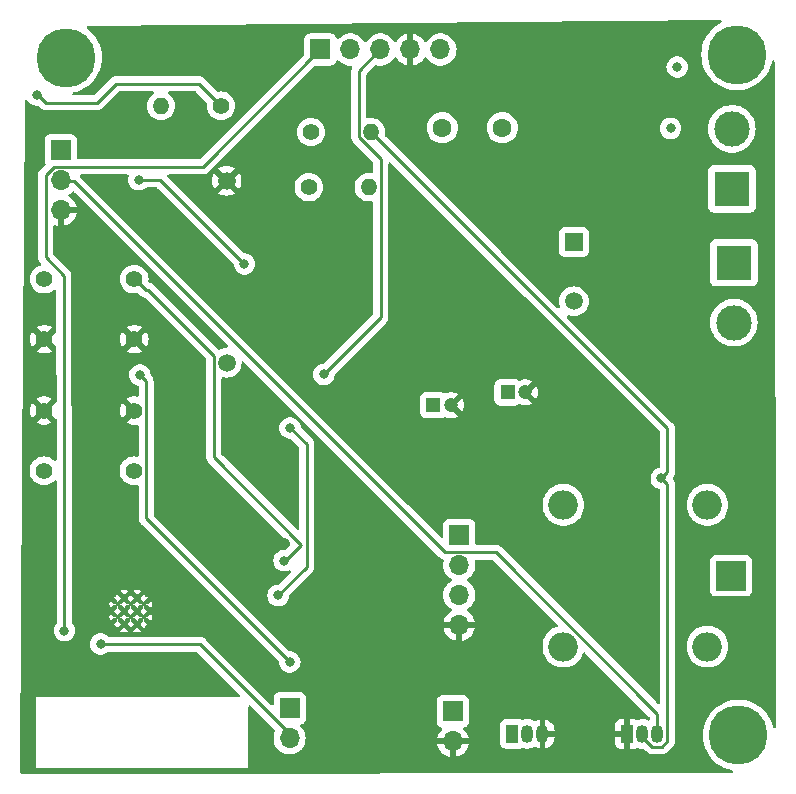
<source format=gbr>
%TF.GenerationSoftware,KiCad,Pcbnew,7.0.7*%
%TF.CreationDate,2025-10-27T22:40:16+01:00*%
%TF.ProjectId,pcb1,70636231-2e6b-4696-9361-645f70636258,rev?*%
%TF.SameCoordinates,Original*%
%TF.FileFunction,Copper,L2,Bot*%
%TF.FilePolarity,Positive*%
%FSLAX46Y46*%
G04 Gerber Fmt 4.6, Leading zero omitted, Abs format (unit mm)*
G04 Created by KiCad (PCBNEW 7.0.7) date 2025-10-27 22:40:16*
%MOMM*%
%LPD*%
G01*
G04 APERTURE LIST*
%TA.AperFunction,ComponentPad*%
%ADD10R,1.700000X1.700000*%
%TD*%
%TA.AperFunction,ComponentPad*%
%ADD11O,1.700000X1.700000*%
%TD*%
%TA.AperFunction,ComponentPad*%
%ADD12C,5.000000*%
%TD*%
%TA.AperFunction,ComponentPad*%
%ADD13R,1.050000X1.500000*%
%TD*%
%TA.AperFunction,ComponentPad*%
%ADD14O,1.050000X1.500000*%
%TD*%
%TA.AperFunction,ComponentPad*%
%ADD15C,1.400000*%
%TD*%
%TA.AperFunction,ComponentPad*%
%ADD16O,1.400000X1.400000*%
%TD*%
%TA.AperFunction,ComponentPad*%
%ADD17C,1.397000*%
%TD*%
%TA.AperFunction,ComponentPad*%
%ADD18C,0.400000*%
%TD*%
%TA.AperFunction,ComponentPad*%
%ADD19R,1.200000X1.200000*%
%TD*%
%TA.AperFunction,ComponentPad*%
%ADD20C,1.200000*%
%TD*%
%TA.AperFunction,ComponentPad*%
%ADD21R,3.000000X3.000000*%
%TD*%
%TA.AperFunction,ComponentPad*%
%ADD22C,3.000000*%
%TD*%
%TA.AperFunction,ComponentPad*%
%ADD23C,1.600000*%
%TD*%
%TA.AperFunction,ComponentPad*%
%ADD24R,2.500000X2.500000*%
%TD*%
%TA.AperFunction,ComponentPad*%
%ADD25O,2.500000X2.500000*%
%TD*%
%TA.AperFunction,ComponentPad*%
%ADD26R,1.508000X1.508000*%
%TD*%
%TA.AperFunction,ComponentPad*%
%ADD27C,1.508000*%
%TD*%
%TA.AperFunction,ViaPad*%
%ADD28C,0.800000*%
%TD*%
%TA.AperFunction,Conductor*%
%ADD29C,0.250000*%
%TD*%
G04 APERTURE END LIST*
D10*
%TO.P,Rele,1,Pin_1*%
%TO.N,+5V*%
X178760000Y-96610000D03*
D11*
%TO.P,Rele,2,Pin_2*%
%TO.N,E*%
X178760000Y-99150000D03*
%TO.P,Rele,3,Pin_3*%
%TO.N,GND*%
X178760000Y-101690000D03*
%TD*%
D12*
%TO.P,REF3,1*%
%TO.N,N/C*%
X179240000Y-88760000D03*
%TD*%
D13*
%TO.P,Q2,1,C*%
%TO.N,Net-(Q2-C)*%
X217000000Y-146020000D03*
D14*
%TO.P,Q2,2,B*%
%TO.N,Net-(Q2-B)*%
X218270000Y-146020000D03*
%TO.P,Q2,3,E*%
%TO.N,GND*%
X219540000Y-146020000D03*
%TD*%
D15*
%TO.P,R4,1*%
%TO.N,Net-(Sensor1-Pin_1)*%
X192320000Y-92850000D03*
D16*
%TO.P,R4,2*%
%TO.N,+3V3*%
X187240000Y-92850000D03*
%TD*%
D17*
%TO.P,Reset,1,Pin_1*%
%TO.N,GND*%
X177330000Y-118660000D03*
X184950000Y-118660000D03*
%TO.P,Reset,2,Pin_2*%
%TO.N,+3V3*%
X177330000Y-123740000D03*
X184950000Y-123740000D03*
%TD*%
D15*
%TO.P,R3,1*%
%TO.N,rele*%
X199760000Y-99730000D03*
D16*
%TO.P,R3,2*%
%TO.N,Net-(Q2-B)*%
X204840000Y-99730000D03*
%TD*%
D18*
%TO.P,U1,28,GND*%
%TO.N,GND*%
X185220000Y-136720000D03*
%TO.P,U1,29,GND*%
X184120000Y-136720000D03*
%TO.P,U1,30,GND*%
X185770000Y-136170000D03*
%TO.P,U1,31,GND*%
X184670000Y-136170000D03*
%TO.P,U1,32,GND*%
X183570000Y-136170000D03*
%TO.P,U1,33,GND*%
X185220000Y-135620000D03*
%TO.P,U1,34,GND*%
X184120000Y-135620000D03*
%TO.P,U1,35,GND*%
X185770000Y-135070000D03*
%TO.P,U1,36,GND*%
X184670000Y-135070000D03*
%TO.P,U1,37,GND*%
X183570000Y-135070000D03*
%TO.P,U1,38,GND*%
X185220000Y-134520000D03*
%TO.P,U1,39,GND*%
X184120000Y-134520000D03*
%TD*%
D12*
%TO.P,REF3,1*%
%TO.N,N/C*%
X236000000Y-88510000D03*
%TD*%
D17*
%TO.P,Boot,1,Pin_1*%
%TO.N,unconnected-(Boot1-Pin_1-Pad1)*%
X177360000Y-107530000D03*
X184980000Y-107530000D03*
%TO.P,Boot,2,Pin_2*%
%TO.N,GND*%
X177360000Y-112610000D03*
X184980000Y-112610000D03*
%TD*%
D12*
%TO.P,REF3,1*%
%TO.N,N/C*%
X236130000Y-146150000D03*
%TD*%
D10*
%TO.P,LedPrueba,1,Pin_1*%
%TO.N,Net-(LedPrueba1-Pin_1)*%
X211950000Y-144125000D03*
D11*
%TO.P,LedPrueba,2,Pin_2*%
%TO.N,GND*%
X211950000Y-146665000D03*
%TD*%
D19*
%TO.P,C1,1*%
%TO.N,+5V*%
X216580000Y-117120000D03*
D20*
%TO.P,C1,2*%
%TO.N,GND*%
X218080000Y-117120000D03*
%TD*%
D21*
%TO.P,Alimentacion220V,1,Pin_1*%
%TO.N,AC*%
X235580000Y-99880000D03*
D22*
%TO.P,Alimentacion220V,2,Pin_2*%
%TO.N,Earth*%
X235580000Y-94800000D03*
%TD*%
D15*
%TO.P,R2,1*%
%TO.N,ReD*%
X199940000Y-95070000D03*
D16*
%TO.P,R2,2*%
%TO.N,Net-(Q1-B)*%
X205020000Y-95070000D03*
%TD*%
D13*
%TO.P,Q1,1,C*%
%TO.N,GND*%
X226730000Y-146040000D03*
D14*
%TO.P,Q1,2,B*%
%TO.N,Net-(Q1-B)*%
X228000000Y-146040000D03*
%TO.P,Q1,3,E*%
%TO.N,E*%
X229270000Y-146040000D03*
%TD*%
D19*
%TO.P,C2,1*%
%TO.N,+3V3*%
X210300000Y-118190000D03*
D20*
%TO.P,C2,2*%
%TO.N,GND*%
X211800000Y-118190000D03*
%TD*%
D10*
%TO.P,Uart,1,Pin_1*%
%TO.N,+5V*%
X212500000Y-129190000D03*
D11*
%TO.P,Uart,2,Pin_2*%
%TO.N,Net-(U1-RXD)*%
X212500000Y-131730000D03*
%TO.P,Uart,3,Pin_3*%
%TO.N,Net-(U1-TXD)*%
X212500000Y-134270000D03*
%TO.P,Uart,4,Pin_4*%
%TO.N,GND*%
X212500000Y-136810000D03*
%TD*%
D21*
%TO.P,Entrada,1,Pin_1*%
%TO.N,Net-(Entrada1-Pin_1)*%
X235740000Y-106130000D03*
D22*
%TO.P,Entrada,2,Pin_2*%
%TO.N,Net-(Entrada1-Pin_2)*%
X235740000Y-111210000D03*
%TD*%
D10*
%TO.P,Sensor,1,Pin_1*%
%TO.N,Net-(Sensor1-Pin_1)*%
X198130000Y-143865000D03*
D11*
%TO.P,Sensor,2,Pin_2*%
%TO.N,sen*%
X198130000Y-146405000D03*
%TD*%
D23*
%TO.P,R1,1*%
%TO.N,LP*%
X211065000Y-94710000D03*
%TO.P,R1,2*%
%TO.N,Net-(LedPrueba1-Pin_1)*%
X216145000Y-94710000D03*
%TD*%
D24*
%TO.P,Rele2,1*%
%TO.N,Net-(Entrada1-Pin_2)*%
X235507500Y-132630000D03*
D25*
%TO.P,Rele2,2*%
%TO.N,Net-(Q2-C)*%
X233507500Y-126630000D03*
%TO.P,Rele2,3*%
%TO.N,unconnected-(Rele2-Pad3)*%
X221307500Y-126630000D03*
%TO.P,Rele2,4*%
%TO.N,Net-(Entrada1-Pin_1)*%
X221307500Y-138630000D03*
%TO.P,Rele2,5*%
%TO.N,+5V*%
X233507500Y-138630000D03*
%TD*%
D10*
%TO.P,SensorAPDS9960,1,Pin_1*%
%TO.N,INT*%
X200740000Y-88080000D03*
D11*
%TO.P,SensorAPDS9960,2,Pin_2*%
%TO.N,SDA*%
X203280000Y-88080000D03*
%TO.P,SensorAPDS9960,3,Pin_3*%
%TO.N,SCL*%
X205820000Y-88080000D03*
%TO.P,SensorAPDS9960,4,Pin_4*%
%TO.N,GND*%
X208360000Y-88080000D03*
%TO.P,SensorAPDS9960,5,Pin_5*%
%TO.N,+3V3*%
X210900000Y-88080000D03*
%TD*%
D26*
%TO.P,PS1,1,AC1*%
%TO.N,AC*%
X222192400Y-104400000D03*
D27*
%TO.P,PS1,2,AC2*%
%TO.N,Earth*%
X222192400Y-109400000D03*
%TO.P,PS1,3,-VO*%
%TO.N,GND*%
X192792400Y-99200000D03*
%TO.P,PS1,4,+VO*%
%TO.N,+5V*%
X192792400Y-114600000D03*
%TD*%
D28*
%TO.N,GND*%
X202480000Y-124810000D03*
X230230000Y-108530000D03*
X186890000Y-132590000D03*
X232350000Y-121040000D03*
X203520000Y-131820000D03*
X195870000Y-120590000D03*
X181050000Y-139710000D03*
X197760000Y-129860000D03*
X225270000Y-111740000D03*
X228780000Y-138350000D03*
X215400000Y-122020000D03*
X198840000Y-110070000D03*
X230390000Y-99850000D03*
X187830000Y-94800000D03*
X189010000Y-134720000D03*
X189500000Y-125610000D03*
X200330000Y-145360000D03*
X221910000Y-114890000D03*
X198360000Y-106880000D03*
X188620000Y-121540000D03*
X224480000Y-97200000D03*
X232040000Y-136120000D03*
X222500000Y-89730000D03*
X217940000Y-89510000D03*
X190690000Y-89830000D03*
X185040000Y-139550000D03*
X206150000Y-90360000D03*
X195630000Y-89780000D03*
X203530000Y-107790000D03*
X204000000Y-137400000D03*
X197780000Y-125130000D03*
X203230000Y-120130000D03*
X207010000Y-121400000D03*
X231030000Y-114350000D03*
X222480000Y-131180000D03*
X186890000Y-103430000D03*
X222790000Y-121040000D03*
X200960000Y-122100000D03*
X191510000Y-105020000D03*
X216920000Y-100620000D03*
X185000000Y-89620000D03*
%TO.N,Earth*%
X230390000Y-94750000D03*
%TO.N,+3V3*%
X194300000Y-106250000D03*
X185360000Y-99110000D03*
%TO.N,SCL*%
X201030000Y-115590000D03*
X197160000Y-134310000D03*
X198160000Y-120130000D03*
%TO.N,SDA*%
X230950000Y-89570000D03*
%TO.N,INT*%
X179070000Y-137280000D03*
%TO.N,Net-(Q1-B)*%
X229600000Y-124380000D03*
%TO.N,boot*%
X197670000Y-131350000D03*
%TO.N,Net-(Sensor1-Pin_1)*%
X176730000Y-91920000D03*
X185450000Y-115630000D03*
X198140000Y-139940000D03*
%TO.N,sen*%
X182120000Y-138430000D03*
%TD*%
D29*
%TO.N,+3V3*%
X194310000Y-106250000D02*
X194255000Y-106195000D01*
X194300000Y-106250000D02*
X194310000Y-106250000D01*
X185360000Y-99110000D02*
X187170000Y-99110000D01*
X187170000Y-99110000D02*
X194300000Y-106240000D01*
X194300000Y-106240000D02*
X194300000Y-106250000D01*
%TO.N,SCL*%
X197160000Y-134310000D02*
X199570000Y-131900000D01*
X199570000Y-131900000D02*
X199570000Y-121460000D01*
X205865000Y-110755000D02*
X205865000Y-97364569D01*
X201030000Y-115590000D02*
X205865000Y-110755000D01*
X198160000Y-120130000D02*
X198320000Y-120210000D01*
X199570000Y-121460000D02*
X198160000Y-120130000D01*
X205865000Y-97364569D02*
X203995000Y-95494569D01*
X203995000Y-95494569D02*
X203995000Y-89905000D01*
X203995000Y-89905000D02*
X205820000Y-88080000D01*
%TO.N,INT*%
X179070000Y-137280000D02*
X179010000Y-137280000D01*
X200740000Y-88080000D02*
X190805000Y-98015000D01*
X177465000Y-105685000D02*
X179010000Y-107230000D01*
X177465000Y-98703299D02*
X177465000Y-105685000D01*
X179010000Y-107230000D02*
X179070000Y-137280000D01*
X190805000Y-98015000D02*
X178153299Y-98015000D01*
X178153299Y-98015000D02*
X177465000Y-98703299D01*
%TO.N,E*%
X179842081Y-99190000D02*
X211287081Y-130635000D01*
X178640000Y-99190000D02*
X179842081Y-99190000D01*
X229270000Y-144340000D02*
X229270000Y-146040000D01*
X211287081Y-130635000D02*
X215565000Y-130635000D01*
X215565000Y-130635000D02*
X229270000Y-144340000D01*
%TO.N,Net-(Q1-B)*%
X229622082Y-147115000D02*
X230120000Y-146617082D01*
X228850000Y-147115000D02*
X229622082Y-147115000D01*
X228000000Y-146265000D02*
X228850000Y-147115000D01*
X230120000Y-120170000D02*
X205020000Y-95070000D01*
X228000000Y-146040000D02*
X228000000Y-146265000D01*
X230120000Y-123860000D02*
X230120000Y-120170000D01*
X230120000Y-124900000D02*
X229600000Y-124380000D01*
X229600000Y-124380000D02*
X230120000Y-123860000D01*
X230120000Y-146617082D02*
X230120000Y-124900000D01*
%TO.N,boot*%
X197770000Y-131350000D02*
X199120000Y-130000000D01*
X191721000Y-114011000D02*
X186170000Y-108460000D01*
X185950000Y-108460000D02*
X186170000Y-108460000D01*
X185010000Y-107520000D02*
X185950000Y-108460000D01*
X199120000Y-130000000D02*
X191721000Y-122601000D01*
X197670000Y-131350000D02*
X197770000Y-131350000D01*
X191721000Y-122601000D02*
X191721000Y-114011000D01*
%TO.N,Net-(Sensor1-Pin_1)*%
X185450000Y-115630000D02*
X185973500Y-116153500D01*
X181810000Y-92590000D02*
X177510000Y-92590000D01*
X185973500Y-116153500D02*
X185973500Y-127763500D01*
X198140000Y-139940000D02*
X198150000Y-139940000D01*
X176730000Y-91920000D02*
X176730000Y-91810000D01*
X185973500Y-127763500D02*
X198140000Y-139930000D01*
X176710000Y-91790000D02*
X176780000Y-91610000D01*
X190455000Y-90985000D02*
X183415000Y-90985000D01*
X176840000Y-91920000D02*
X176730000Y-91920000D01*
X177510000Y-92590000D02*
X176840000Y-91920000D01*
X198150000Y-139940000D02*
X198180000Y-139970000D01*
X198140000Y-139930000D02*
X198140000Y-139940000D01*
X192320000Y-92850000D02*
X190455000Y-90985000D01*
X176730000Y-91810000D02*
X176710000Y-91790000D01*
X183415000Y-90985000D02*
X181810000Y-92590000D01*
%TO.N,sen*%
X198130000Y-146405000D02*
X198130000Y-146030000D01*
X182120000Y-138430000D02*
X182170000Y-138430000D01*
X190530000Y-138430000D02*
X182120000Y-138430000D01*
X198130000Y-146030000D02*
X190530000Y-138430000D01*
%TD*%
%TA.AperFunction,Conductor*%
%TO.N,GND*%
G36*
X202261746Y-88989391D02*
G01*
X202293545Y-89014236D01*
X202356760Y-89082906D01*
X202534424Y-89221189D01*
X202534425Y-89221189D01*
X202534427Y-89221191D01*
X202594314Y-89253600D01*
X202732426Y-89328342D01*
X202945365Y-89401444D01*
X203167431Y-89438500D01*
X203317829Y-89438500D01*
X203384868Y-89458185D01*
X203430623Y-89510989D01*
X203440567Y-89580147D01*
X203431626Y-89611756D01*
X203430477Y-89614409D01*
X203426621Y-89623318D01*
X203424054Y-89628558D01*
X203401303Y-89669941D01*
X203401303Y-89669942D01*
X203396225Y-89689720D01*
X203389925Y-89708122D01*
X203381818Y-89726857D01*
X203374431Y-89773495D01*
X203373246Y-89779216D01*
X203361500Y-89824965D01*
X203361500Y-89845384D01*
X203359973Y-89864783D01*
X203356780Y-89884941D01*
X203356780Y-89884942D01*
X203361225Y-89931966D01*
X203361500Y-89937804D01*
X203361500Y-95410935D01*
X203359761Y-95426682D01*
X203360032Y-95426708D01*
X203359298Y-95434474D01*
X203361500Y-95504526D01*
X203361500Y-95534428D01*
X203362384Y-95541425D01*
X203362842Y-95547248D01*
X203364326Y-95594458D01*
X203364327Y-95594460D01*
X203370022Y-95614064D01*
X203373967Y-95633111D01*
X203376526Y-95653366D01*
X203376527Y-95653369D01*
X203376528Y-95653372D01*
X203393914Y-95697285D01*
X203395806Y-95702813D01*
X203408981Y-95748161D01*
X203419372Y-95765731D01*
X203427932Y-95783204D01*
X203435447Y-95802186D01*
X203463209Y-95840396D01*
X203466416Y-95845279D01*
X203490458Y-95885931D01*
X203490462Y-95885935D01*
X203504889Y-95900362D01*
X203517526Y-95915157D01*
X203529528Y-95931676D01*
X203565931Y-95961791D01*
X203570231Y-95965704D01*
X204413027Y-96808500D01*
X205195181Y-97590654D01*
X205228666Y-97651977D01*
X205231500Y-97678335D01*
X205231500Y-98422171D01*
X205211815Y-98489210D01*
X205159011Y-98534965D01*
X205089853Y-98544909D01*
X205075408Y-98541946D01*
X205050663Y-98535316D01*
X205050660Y-98535315D01*
X205050655Y-98535314D01*
X205050652Y-98535313D01*
X205050649Y-98535313D01*
X204840002Y-98516884D01*
X204839998Y-98516884D01*
X204629350Y-98535313D01*
X204629339Y-98535315D01*
X204425097Y-98590041D01*
X204425090Y-98590043D01*
X204425090Y-98590044D01*
X204403603Y-98600063D01*
X204233443Y-98679410D01*
X204233441Y-98679411D01*
X204060221Y-98800700D01*
X203910700Y-98950221D01*
X203789411Y-99123441D01*
X203789410Y-99123443D01*
X203700045Y-99315088D01*
X203700041Y-99315097D01*
X203645315Y-99519339D01*
X203645313Y-99519350D01*
X203626884Y-99729998D01*
X203626884Y-99730001D01*
X203645313Y-99940649D01*
X203645315Y-99940660D01*
X203700041Y-100144902D01*
X203700043Y-100144906D01*
X203700044Y-100144910D01*
X203703773Y-100152906D01*
X203789410Y-100336556D01*
X203789411Y-100336558D01*
X203910700Y-100509778D01*
X204060221Y-100659299D01*
X204060224Y-100659301D01*
X204233442Y-100780589D01*
X204425090Y-100869956D01*
X204629345Y-100924686D01*
X204779812Y-100937850D01*
X204839998Y-100943116D01*
X204840000Y-100943116D01*
X204840002Y-100943116D01*
X204892663Y-100938508D01*
X205050655Y-100924686D01*
X205075405Y-100918054D01*
X205145254Y-100919715D01*
X205203117Y-100958877D01*
X205230623Y-101023104D01*
X205231500Y-101037828D01*
X205231500Y-110441232D01*
X205211815Y-110508271D01*
X205195181Y-110528913D01*
X201078914Y-114645181D01*
X201017591Y-114678666D01*
X200991233Y-114681500D01*
X200934513Y-114681500D01*
X200747714Y-114721205D01*
X200573246Y-114798883D01*
X200418745Y-114911135D01*
X200290959Y-115053057D01*
X200195473Y-115218443D01*
X200195470Y-115218450D01*
X200136459Y-115400068D01*
X200136458Y-115400072D01*
X200116496Y-115590000D01*
X200136458Y-115779928D01*
X200136459Y-115779931D01*
X200195470Y-115961549D01*
X200195473Y-115961556D01*
X200290960Y-116126944D01*
X200418747Y-116268866D01*
X200573248Y-116381118D01*
X200747712Y-116458794D01*
X200934513Y-116498500D01*
X201125487Y-116498500D01*
X201312288Y-116458794D01*
X201486752Y-116381118D01*
X201641253Y-116268866D01*
X201769040Y-116126944D01*
X201864527Y-115961556D01*
X201923542Y-115779928D01*
X201940981Y-115613997D01*
X201967564Y-115549387D01*
X201976611Y-115539291D01*
X206253815Y-111262087D01*
X206266180Y-111252183D01*
X206266006Y-111251973D01*
X206272012Y-111247003D01*
X206272018Y-111247000D01*
X206319999Y-111195904D01*
X206341135Y-111174769D01*
X206345458Y-111169195D01*
X206349257Y-111164747D01*
X206381585Y-111130322D01*
X206391420Y-111112432D01*
X206402098Y-111096174D01*
X206414614Y-111080040D01*
X206433374Y-111036686D01*
X206435935Y-111031458D01*
X206458695Y-110990060D01*
X206463774Y-110970274D01*
X206470072Y-110951882D01*
X206478181Y-110933145D01*
X206485569Y-110886497D01*
X206486751Y-110880786D01*
X206498500Y-110835030D01*
X206498500Y-110814615D01*
X206500027Y-110795214D01*
X206503220Y-110775057D01*
X206498775Y-110728033D01*
X206498500Y-110722195D01*
X206498500Y-97743765D01*
X206518185Y-97676726D01*
X206570989Y-97630971D01*
X206640147Y-97621027D01*
X206703703Y-97650052D01*
X206710166Y-97656070D01*
X217994563Y-108940466D01*
X229450181Y-120396084D01*
X229483666Y-120457407D01*
X229486500Y-120483765D01*
X229486500Y-123374915D01*
X229466815Y-123441954D01*
X229414011Y-123487709D01*
X229388282Y-123496205D01*
X229317713Y-123511205D01*
X229143244Y-123588884D01*
X228988745Y-123701135D01*
X228860959Y-123843057D01*
X228765473Y-124008443D01*
X228765470Y-124008450D01*
X228708092Y-124185042D01*
X228706458Y-124190072D01*
X228686496Y-124380000D01*
X228706458Y-124569928D01*
X228706459Y-124569931D01*
X228765470Y-124751549D01*
X228765473Y-124751556D01*
X228860960Y-124916944D01*
X228988747Y-125058866D01*
X229143248Y-125171118D01*
X229317712Y-125248794D01*
X229329474Y-125251294D01*
X229388281Y-125263794D01*
X229449763Y-125296986D01*
X229483539Y-125358149D01*
X229486500Y-125385084D01*
X229486500Y-143361233D01*
X229466815Y-143428272D01*
X229414011Y-143474027D01*
X229344853Y-143483971D01*
X229281297Y-143454946D01*
X229274819Y-143448914D01*
X216072088Y-130246183D01*
X216062187Y-130233823D01*
X216061977Y-130233998D01*
X216057002Y-130227986D01*
X216057000Y-130227982D01*
X216030658Y-130203245D01*
X216005922Y-130180016D01*
X215984768Y-130158863D01*
X215982792Y-130157331D01*
X215979183Y-130154531D01*
X215974750Y-130150744D01*
X215940321Y-130118414D01*
X215940319Y-130118412D01*
X215922431Y-130108578D01*
X215906170Y-130097897D01*
X215890039Y-130085384D01*
X215846693Y-130066627D01*
X215841445Y-130064056D01*
X215814251Y-130049106D01*
X215800060Y-130041305D01*
X215796660Y-130040432D01*
X215780287Y-130036228D01*
X215761881Y-130029926D01*
X215743144Y-130021818D01*
X215743146Y-130021818D01*
X215696496Y-130014430D01*
X215690781Y-130013246D01*
X215670612Y-130008068D01*
X215645032Y-130001500D01*
X215645030Y-130001500D01*
X215624616Y-130001500D01*
X215605217Y-129999973D01*
X215585058Y-129996780D01*
X215585057Y-129996780D01*
X215538034Y-130001225D01*
X215532196Y-130001500D01*
X213982500Y-130001500D01*
X213915461Y-129981815D01*
X213869706Y-129929011D01*
X213858500Y-129877500D01*
X213858500Y-128291362D01*
X213858499Y-128291345D01*
X213855157Y-128260270D01*
X213851989Y-128230799D01*
X213800889Y-128093796D01*
X213713261Y-127976739D01*
X213596204Y-127889111D01*
X213579807Y-127882995D01*
X213459203Y-127838011D01*
X213398654Y-127831500D01*
X213398638Y-127831500D01*
X211601362Y-127831500D01*
X211601345Y-127831500D01*
X211540797Y-127838011D01*
X211540795Y-127838011D01*
X211403795Y-127889111D01*
X211286739Y-127976739D01*
X211199111Y-128093795D01*
X211148011Y-128230795D01*
X211148011Y-128230797D01*
X211141500Y-128291345D01*
X211141500Y-129294152D01*
X211121815Y-129361191D01*
X211069011Y-129406946D01*
X210999853Y-129416890D01*
X210936297Y-129387865D01*
X210929819Y-129381833D01*
X208177990Y-126630004D01*
X219544069Y-126630004D01*
X219563764Y-126892823D01*
X219563765Y-126892826D01*
X219622413Y-127149780D01*
X219718704Y-127395124D01*
X219850485Y-127623376D01*
X219970171Y-127773457D01*
X220014817Y-127829442D01*
X220114889Y-127922294D01*
X220208019Y-128008706D01*
X220425785Y-128157176D01*
X220663246Y-128271532D01*
X220915100Y-128349218D01*
X220915101Y-128349218D01*
X220915104Y-128349219D01*
X221175711Y-128388499D01*
X221175716Y-128388499D01*
X221175719Y-128388500D01*
X221175720Y-128388500D01*
X221439280Y-128388500D01*
X221439281Y-128388500D01*
X221439288Y-128388499D01*
X221699895Y-128349219D01*
X221699896Y-128349218D01*
X221699900Y-128349218D01*
X221951754Y-128271532D01*
X222189216Y-128157176D01*
X222406981Y-128008706D01*
X222600186Y-127829438D01*
X222764515Y-127623376D01*
X222896296Y-127395124D01*
X222992587Y-127149780D01*
X223051235Y-126892826D01*
X223070931Y-126630000D01*
X223051235Y-126367174D01*
X222992587Y-126110220D01*
X222896296Y-125864876D01*
X222764515Y-125636624D01*
X222600186Y-125430562D01*
X222600185Y-125430561D01*
X222600182Y-125430557D01*
X222406981Y-125251294D01*
X222403314Y-125248794D01*
X222189216Y-125102824D01*
X222189212Y-125102822D01*
X222189211Y-125102821D01*
X222042051Y-125031953D01*
X221951754Y-124988468D01*
X221951748Y-124988466D01*
X221951740Y-124988463D01*
X221699905Y-124910783D01*
X221699895Y-124910780D01*
X221439288Y-124871500D01*
X221439281Y-124871500D01*
X221175719Y-124871500D01*
X221175711Y-124871500D01*
X220915104Y-124910780D01*
X220915098Y-124910782D01*
X220663245Y-124988468D01*
X220425788Y-125102822D01*
X220425784Y-125102824D01*
X220208021Y-125251292D01*
X220014817Y-125430557D01*
X219850485Y-125636624D01*
X219718704Y-125864875D01*
X219622415Y-126110214D01*
X219622410Y-126110231D01*
X219563764Y-126367176D01*
X219544069Y-126629995D01*
X219544069Y-126630004D01*
X208177990Y-126630004D01*
X200386640Y-118838654D01*
X209191500Y-118838654D01*
X209198011Y-118899202D01*
X209198011Y-118899204D01*
X209241288Y-119015230D01*
X209249111Y-119036204D01*
X209336739Y-119153261D01*
X209453796Y-119240889D01*
X209590799Y-119291989D01*
X209618050Y-119294918D01*
X209651345Y-119298499D01*
X209651362Y-119298500D01*
X210948638Y-119298500D01*
X210948654Y-119298499D01*
X210975692Y-119295591D01*
X211009201Y-119291989D01*
X211146204Y-119240889D01*
X211200790Y-119200026D01*
X211266252Y-119175609D01*
X211319894Y-119183666D01*
X211497678Y-119252539D01*
X211698072Y-119290000D01*
X211901928Y-119290000D01*
X212102321Y-119252539D01*
X212292414Y-119178897D01*
X212380688Y-119124240D01*
X211910263Y-118653816D01*
X211876778Y-118592493D01*
X211881762Y-118522802D01*
X211923633Y-118466868D01*
X211932658Y-118460713D01*
X212005610Y-118415543D01*
X212073201Y-118326038D01*
X212073200Y-118326038D01*
X212080126Y-118316868D01*
X212083547Y-118319451D01*
X212115631Y-118284725D01*
X212183263Y-118267186D01*
X212249642Y-118288996D01*
X212266995Y-118303442D01*
X212737465Y-118773912D01*
X212739247Y-118771552D01*
X212739249Y-118771550D01*
X212830113Y-118589069D01*
X212830116Y-118589063D01*
X212885902Y-118392992D01*
X212885903Y-118392989D01*
X212904713Y-118190000D01*
X212904713Y-118189999D01*
X212885903Y-117987010D01*
X212885902Y-117987007D01*
X212830116Y-117790936D01*
X212830113Y-117790930D01*
X212819021Y-117768654D01*
X215471500Y-117768654D01*
X215478011Y-117829202D01*
X215478011Y-117829204D01*
X215514911Y-117928133D01*
X215529111Y-117966204D01*
X215616739Y-118083261D01*
X215733796Y-118170889D01*
X215870799Y-118221989D01*
X215898050Y-118224918D01*
X215931345Y-118228499D01*
X215931362Y-118228500D01*
X217228638Y-118228500D01*
X217228654Y-118228499D01*
X217255692Y-118225591D01*
X217289201Y-118221989D01*
X217426204Y-118170889D01*
X217480790Y-118130026D01*
X217546252Y-118105609D01*
X217599894Y-118113666D01*
X217777678Y-118182539D01*
X217978072Y-118220000D01*
X218181928Y-118220000D01*
X218382321Y-118182539D01*
X218572414Y-118108897D01*
X218660688Y-118054240D01*
X218190263Y-117583816D01*
X218156778Y-117522493D01*
X218161762Y-117452802D01*
X218203633Y-117396868D01*
X218212658Y-117390713D01*
X218285610Y-117345543D01*
X218353201Y-117256038D01*
X218353200Y-117256038D01*
X218360126Y-117246868D01*
X218363547Y-117249451D01*
X218395631Y-117214725D01*
X218463263Y-117197186D01*
X218529642Y-117218996D01*
X218546995Y-117233442D01*
X219017465Y-117703912D01*
X219019247Y-117701552D01*
X219019249Y-117701550D01*
X219110113Y-117519069D01*
X219110116Y-117519063D01*
X219165902Y-117322992D01*
X219165903Y-117322989D01*
X219184713Y-117120000D01*
X219184713Y-117119999D01*
X219165903Y-116917010D01*
X219165902Y-116917007D01*
X219110116Y-116720936D01*
X219110113Y-116720930D01*
X219019244Y-116538441D01*
X219017466Y-116536086D01*
X219017465Y-116536085D01*
X218543119Y-117010432D01*
X218481796Y-117043917D01*
X218412104Y-117038933D01*
X218356171Y-116997061D01*
X218344440Y-116978028D01*
X218323552Y-116936078D01*
X218240666Y-116860516D01*
X218234511Y-116858131D01*
X218179110Y-116815561D01*
X218155518Y-116749795D01*
X218171228Y-116681714D01*
X218191623Y-116654824D01*
X218660688Y-116185758D01*
X218660687Y-116185757D01*
X218572418Y-116131104D01*
X218572411Y-116131100D01*
X218382321Y-116057460D01*
X218181928Y-116020000D01*
X217978072Y-116020000D01*
X217777676Y-116057460D01*
X217599893Y-116126333D01*
X217530270Y-116132195D01*
X217480789Y-116109973D01*
X217426204Y-116069111D01*
X217289203Y-116018011D01*
X217228654Y-116011500D01*
X217228638Y-116011500D01*
X215931362Y-116011500D01*
X215931345Y-116011500D01*
X215870797Y-116018011D01*
X215870795Y-116018011D01*
X215733795Y-116069111D01*
X215616739Y-116156739D01*
X215529111Y-116273795D01*
X215478011Y-116410795D01*
X215478011Y-116410797D01*
X215471500Y-116471345D01*
X215471500Y-117768654D01*
X212819021Y-117768654D01*
X212739244Y-117608441D01*
X212737466Y-117606086D01*
X212737465Y-117606085D01*
X212263119Y-118080432D01*
X212201796Y-118113917D01*
X212132104Y-118108933D01*
X212076171Y-118067061D01*
X212064440Y-118048028D01*
X212043552Y-118006078D01*
X212043205Y-118005762D01*
X211960667Y-117930517D01*
X211960666Y-117930516D01*
X211954511Y-117928131D01*
X211899110Y-117885561D01*
X211875518Y-117819795D01*
X211891228Y-117751714D01*
X211911623Y-117724824D01*
X212380688Y-117255758D01*
X212380687Y-117255757D01*
X212292418Y-117201104D01*
X212292411Y-117201100D01*
X212102321Y-117127460D01*
X211901928Y-117090000D01*
X211698072Y-117090000D01*
X211497676Y-117127460D01*
X211319893Y-117196333D01*
X211250270Y-117202195D01*
X211200789Y-117179973D01*
X211146204Y-117139111D01*
X211009203Y-117088011D01*
X210948654Y-117081500D01*
X210948638Y-117081500D01*
X209651362Y-117081500D01*
X209651345Y-117081500D01*
X209590797Y-117088011D01*
X209590795Y-117088011D01*
X209453795Y-117139111D01*
X209336739Y-117226739D01*
X209249111Y-117343795D01*
X209198011Y-117480795D01*
X209198011Y-117480797D01*
X209191500Y-117541345D01*
X209191500Y-118838654D01*
X200386640Y-118838654D01*
X180408167Y-98860181D01*
X180374682Y-98798858D01*
X180379666Y-98729166D01*
X180421538Y-98673233D01*
X180487002Y-98648816D01*
X180495848Y-98648500D01*
X184384026Y-98648500D01*
X184451065Y-98668185D01*
X184496820Y-98720989D01*
X184506764Y-98790147D01*
X184501956Y-98810818D01*
X184466458Y-98920072D01*
X184446496Y-99110000D01*
X184466458Y-99299928D01*
X184466459Y-99299931D01*
X184525470Y-99481549D01*
X184525473Y-99481556D01*
X184620960Y-99646944D01*
X184748747Y-99788866D01*
X184903248Y-99901118D01*
X185077712Y-99978794D01*
X185264513Y-100018500D01*
X185455487Y-100018500D01*
X185642288Y-99978794D01*
X185816752Y-99901118D01*
X185971253Y-99788866D01*
X185975159Y-99784527D01*
X186034646Y-99747879D01*
X186067309Y-99743500D01*
X186856234Y-99743500D01*
X186923273Y-99763185D01*
X186943915Y-99779819D01*
X193352204Y-106188108D01*
X193385689Y-106249431D01*
X193387844Y-106262827D01*
X193406458Y-106439928D01*
X193406459Y-106439931D01*
X193465470Y-106621549D01*
X193465473Y-106621556D01*
X193560960Y-106786944D01*
X193688747Y-106928866D01*
X193843248Y-107041118D01*
X194017712Y-107118794D01*
X194204513Y-107158500D01*
X194395487Y-107158500D01*
X194582288Y-107118794D01*
X194756752Y-107041118D01*
X194911253Y-106928866D01*
X195039040Y-106786944D01*
X195134527Y-106621556D01*
X195193542Y-106439928D01*
X195213504Y-106250000D01*
X195193542Y-106060072D01*
X195134527Y-105878444D01*
X195039040Y-105713056D01*
X194911253Y-105571134D01*
X194756752Y-105458882D01*
X194582288Y-105381206D01*
X194582286Y-105381205D01*
X194395487Y-105341500D01*
X194348766Y-105341500D01*
X194281727Y-105321815D01*
X194261085Y-105305181D01*
X188155905Y-99200000D01*
X191533610Y-99200000D01*
X191552733Y-99418582D01*
X191552735Y-99418592D01*
X191609521Y-99630524D01*
X191609524Y-99630533D01*
X191702255Y-99829393D01*
X191702256Y-99829395D01*
X191746402Y-99892442D01*
X191746402Y-99892443D01*
X192183449Y-99455395D01*
X192244772Y-99421910D01*
X192314463Y-99426894D01*
X192370397Y-99468765D01*
X192375445Y-99476036D01*
X192410638Y-99530797D01*
X192526002Y-99630759D01*
X192523693Y-99633422D01*
X192558406Y-99673499D01*
X192568335Y-99742660D01*
X192539298Y-99806210D01*
X192533282Y-99812669D01*
X192099955Y-100245995D01*
X192099956Y-100245996D01*
X192163004Y-100290143D01*
X192163006Y-100290144D01*
X192361866Y-100382875D01*
X192361875Y-100382878D01*
X192573807Y-100439664D01*
X192573817Y-100439666D01*
X192792399Y-100458790D01*
X192792401Y-100458790D01*
X193010982Y-100439666D01*
X193010992Y-100439664D01*
X193222924Y-100382878D01*
X193222933Y-100382874D01*
X193421792Y-100290145D01*
X193484843Y-100245996D01*
X193051516Y-99812669D01*
X193018031Y-99751346D01*
X193023015Y-99681654D01*
X193060041Y-99632193D01*
X193058798Y-99630759D01*
X193065500Y-99624952D01*
X193174161Y-99530798D01*
X193209355Y-99476034D01*
X193262154Y-99430283D01*
X193331313Y-99420338D01*
X193394869Y-99449362D01*
X193401349Y-99455395D01*
X193838396Y-99892443D01*
X193882545Y-99829392D01*
X193928892Y-99730001D01*
X198546884Y-99730001D01*
X198565313Y-99940649D01*
X198565315Y-99940660D01*
X198620041Y-100144902D01*
X198620043Y-100144906D01*
X198620044Y-100144910D01*
X198623773Y-100152906D01*
X198709410Y-100336556D01*
X198709411Y-100336558D01*
X198830700Y-100509778D01*
X198980221Y-100659299D01*
X198980224Y-100659301D01*
X199153442Y-100780589D01*
X199345090Y-100869956D01*
X199549345Y-100924686D01*
X199699812Y-100937850D01*
X199759998Y-100943116D01*
X199760000Y-100943116D01*
X199760002Y-100943116D01*
X199812663Y-100938508D01*
X199970655Y-100924686D01*
X200174910Y-100869956D01*
X200366558Y-100780589D01*
X200539776Y-100659301D01*
X200689301Y-100509776D01*
X200810589Y-100336558D01*
X200899956Y-100144910D01*
X200954686Y-99940655D01*
X200973116Y-99730000D01*
X200954686Y-99519345D01*
X200899956Y-99315090D01*
X200810589Y-99123442D01*
X200717262Y-98990156D01*
X200689299Y-98950221D01*
X200539778Y-98800700D01*
X200366558Y-98679411D01*
X200366556Y-98679410D01*
X200297387Y-98647156D01*
X200174910Y-98590044D01*
X200174906Y-98590043D01*
X200174902Y-98590041D01*
X199970660Y-98535315D01*
X199970656Y-98535314D01*
X199970655Y-98535314D01*
X199970654Y-98535313D01*
X199970649Y-98535313D01*
X199760002Y-98516884D01*
X199759998Y-98516884D01*
X199549350Y-98535313D01*
X199549339Y-98535315D01*
X199345097Y-98590041D01*
X199345090Y-98590043D01*
X199345090Y-98590044D01*
X199323603Y-98600063D01*
X199153443Y-98679410D01*
X199153441Y-98679411D01*
X198980221Y-98800700D01*
X198830700Y-98950221D01*
X198709411Y-99123441D01*
X198709410Y-99123443D01*
X198620045Y-99315088D01*
X198620041Y-99315097D01*
X198565315Y-99519339D01*
X198565313Y-99519350D01*
X198546884Y-99729998D01*
X198546884Y-99730001D01*
X193928892Y-99730001D01*
X193975274Y-99630533D01*
X193975278Y-99630524D01*
X194032064Y-99418592D01*
X194032066Y-99418582D01*
X194051190Y-99200000D01*
X194051190Y-99199999D01*
X194032066Y-98981417D01*
X194032064Y-98981407D01*
X193975278Y-98769475D01*
X193975275Y-98769466D01*
X193882544Y-98570606D01*
X193882543Y-98570604D01*
X193838396Y-98507556D01*
X193838396Y-98507555D01*
X193401349Y-98944603D01*
X193340026Y-98978088D01*
X193270334Y-98973104D01*
X193214401Y-98931232D01*
X193209352Y-98923961D01*
X193206850Y-98920068D01*
X193174161Y-98869202D01*
X193065500Y-98775048D01*
X193065499Y-98775047D01*
X193058798Y-98769241D01*
X193061098Y-98766585D01*
X193026360Y-98726428D01*
X193016474Y-98657261D01*
X193045552Y-98593729D01*
X193051516Y-98587329D01*
X193484843Y-98154002D01*
X193421795Y-98109856D01*
X193421793Y-98109855D01*
X193222933Y-98017124D01*
X193222924Y-98017121D01*
X193010992Y-97960335D01*
X193010982Y-97960333D01*
X192792401Y-97941210D01*
X192792399Y-97941210D01*
X192573817Y-97960333D01*
X192573807Y-97960335D01*
X192361875Y-98017121D01*
X192361866Y-98017124D01*
X192163002Y-98109857D01*
X192099955Y-98154001D01*
X192099955Y-98154002D01*
X192533283Y-98587330D01*
X192566768Y-98648653D01*
X192561784Y-98718345D01*
X192524757Y-98767805D01*
X192526002Y-98769241D01*
X192410637Y-98869203D01*
X192375446Y-98923962D01*
X192322642Y-98969717D01*
X192253484Y-98979661D01*
X192189928Y-98950636D01*
X192183450Y-98944604D01*
X191746401Y-98507555D01*
X191702257Y-98570602D01*
X191609524Y-98769466D01*
X191609521Y-98769475D01*
X191552735Y-98981407D01*
X191552733Y-98981417D01*
X191533610Y-99199999D01*
X191533610Y-99200000D01*
X188155905Y-99200000D01*
X187816086Y-98860181D01*
X187782601Y-98798858D01*
X187787585Y-98729166D01*
X187829457Y-98673233D01*
X187894921Y-98648816D01*
X187903767Y-98648500D01*
X190721366Y-98648500D01*
X190737113Y-98650238D01*
X190737139Y-98649968D01*
X190744905Y-98650701D01*
X190744909Y-98650702D01*
X190814958Y-98648500D01*
X190844856Y-98648500D01*
X190844857Y-98648500D01*
X190846222Y-98648327D01*
X190851862Y-98647614D01*
X190857685Y-98647156D01*
X190883708Y-98646338D01*
X190904890Y-98645673D01*
X190914681Y-98642827D01*
X190924481Y-98639980D01*
X190943538Y-98636032D01*
X190963797Y-98633474D01*
X191007721Y-98616082D01*
X191013221Y-98614199D01*
X191058593Y-98601018D01*
X191076165Y-98590625D01*
X191093632Y-98582068D01*
X191112617Y-98574552D01*
X191150826Y-98546790D01*
X191155704Y-98543585D01*
X191196362Y-98519542D01*
X191210802Y-98505100D01*
X191225592Y-98492470D01*
X191242107Y-98480472D01*
X191272222Y-98444067D01*
X191276126Y-98439776D01*
X194645902Y-95070001D01*
X198726884Y-95070001D01*
X198745313Y-95280649D01*
X198745315Y-95280660D01*
X198800041Y-95484902D01*
X198800043Y-95484906D01*
X198800044Y-95484910D01*
X198827751Y-95544328D01*
X198889410Y-95676556D01*
X198889411Y-95676558D01*
X199010700Y-95849778D01*
X199160221Y-95999299D01*
X199160224Y-95999301D01*
X199333442Y-96120589D01*
X199525090Y-96209956D01*
X199729345Y-96264686D01*
X199879812Y-96277850D01*
X199939998Y-96283116D01*
X199940000Y-96283116D01*
X199940002Y-96283116D01*
X199992663Y-96278508D01*
X200150655Y-96264686D01*
X200354910Y-96209956D01*
X200546558Y-96120589D01*
X200719776Y-95999301D01*
X200869301Y-95849776D01*
X200990589Y-95676558D01*
X201079956Y-95484910D01*
X201134686Y-95280655D01*
X201150483Y-95100093D01*
X201153116Y-95070001D01*
X201153116Y-95069998D01*
X201141575Y-94938087D01*
X201134686Y-94859345D01*
X201079956Y-94655090D01*
X200990589Y-94463442D01*
X200869301Y-94290224D01*
X200869299Y-94290221D01*
X200719778Y-94140700D01*
X200546558Y-94019411D01*
X200546556Y-94019410D01*
X200500520Y-93997943D01*
X200354910Y-93930044D01*
X200354906Y-93930043D01*
X200354902Y-93930041D01*
X200150660Y-93875315D01*
X200150656Y-93875314D01*
X200150655Y-93875314D01*
X200150654Y-93875313D01*
X200150649Y-93875313D01*
X199940002Y-93856884D01*
X199939998Y-93856884D01*
X199729350Y-93875313D01*
X199729339Y-93875315D01*
X199525097Y-93930041D01*
X199525088Y-93930045D01*
X199333443Y-94019410D01*
X199333441Y-94019411D01*
X199160221Y-94140700D01*
X199010700Y-94290221D01*
X198889411Y-94463441D01*
X198889410Y-94463443D01*
X198800045Y-94655088D01*
X198800041Y-94655097D01*
X198745315Y-94859339D01*
X198745313Y-94859350D01*
X198726884Y-95069998D01*
X198726884Y-95070001D01*
X194645902Y-95070001D01*
X200241085Y-89474819D01*
X200302409Y-89441334D01*
X200328767Y-89438500D01*
X201638638Y-89438500D01*
X201638654Y-89438499D01*
X201665692Y-89435591D01*
X201699201Y-89431989D01*
X201836204Y-89380889D01*
X201953261Y-89293261D01*
X202040889Y-89176204D01*
X202086138Y-89054887D01*
X202128009Y-88998956D01*
X202193474Y-88974539D01*
X202261746Y-88989391D01*
G37*
%TD.AperFunction*%
%TA.AperFunction,Conductor*%
G36*
X183890444Y-136208842D02*
G01*
X183901476Y-136218634D01*
X184071365Y-136388523D01*
X184104850Y-136449846D01*
X184099866Y-136519538D01*
X184057994Y-136575471D01*
X184045689Y-136583588D01*
X184042359Y-136585510D01*
X183985510Y-136642358D01*
X183983585Y-136645693D01*
X183933014Y-136693904D01*
X183864406Y-136707122D01*
X183799544Y-136681149D01*
X183788521Y-136671365D01*
X183668996Y-136551838D01*
X183618634Y-136501476D01*
X183585149Y-136440153D01*
X183590133Y-136370461D01*
X183632005Y-136314528D01*
X183644318Y-136306406D01*
X183647639Y-136304487D01*
X183647645Y-136304486D01*
X183704486Y-136247646D01*
X183704487Y-136247639D01*
X183706406Y-136244318D01*
X183756971Y-136196101D01*
X183825578Y-136182876D01*
X183890444Y-136208842D01*
G37*
%TD.AperFunction*%
%TA.AperFunction,Conductor*%
G36*
X184990444Y-136208842D02*
G01*
X185001476Y-136218634D01*
X185171365Y-136388523D01*
X185204850Y-136449846D01*
X185199866Y-136519538D01*
X185157994Y-136575471D01*
X185145689Y-136583588D01*
X185142359Y-136585510D01*
X185085510Y-136642358D01*
X185083585Y-136645693D01*
X185033014Y-136693904D01*
X184964406Y-136707122D01*
X184899544Y-136681149D01*
X184888521Y-136671365D01*
X184768996Y-136551838D01*
X184718634Y-136501476D01*
X184685149Y-136440153D01*
X184690133Y-136370461D01*
X184732005Y-136314528D01*
X184744318Y-136306406D01*
X184747639Y-136304487D01*
X184747645Y-136304486D01*
X184804486Y-136247646D01*
X184804487Y-136247639D01*
X184806406Y-136244318D01*
X184856971Y-136196101D01*
X184925578Y-136182876D01*
X184990444Y-136208842D01*
G37*
%TD.AperFunction*%
%TA.AperFunction,Conductor*%
G36*
X184469536Y-136190132D02*
G01*
X184525470Y-136232003D01*
X184533592Y-136244316D01*
X184535515Y-136247647D01*
X184592352Y-136304484D01*
X184595681Y-136306406D01*
X184643898Y-136356972D01*
X184657123Y-136425579D01*
X184631156Y-136490444D01*
X184621366Y-136501475D01*
X184571004Y-136551838D01*
X184451476Y-136671366D01*
X184390153Y-136704850D01*
X184320461Y-136699866D01*
X184264528Y-136657994D01*
X184256406Y-136645681D01*
X184254484Y-136642352D01*
X184197647Y-136585515D01*
X184194316Y-136583592D01*
X184146100Y-136533025D01*
X184132876Y-136464418D01*
X184158844Y-136399553D01*
X184168634Y-136388522D01*
X184309512Y-136247645D01*
X184338521Y-136218635D01*
X184399844Y-136185149D01*
X184469536Y-136190132D01*
G37*
%TD.AperFunction*%
%TA.AperFunction,Conductor*%
G36*
X185569536Y-136190132D02*
G01*
X185625470Y-136232003D01*
X185633592Y-136244316D01*
X185635515Y-136247647D01*
X185692352Y-136304484D01*
X185695681Y-136306406D01*
X185743898Y-136356972D01*
X185757123Y-136425579D01*
X185731156Y-136490444D01*
X185721366Y-136501475D01*
X185671004Y-136551838D01*
X185551476Y-136671366D01*
X185490153Y-136704850D01*
X185420461Y-136699866D01*
X185364528Y-136657994D01*
X185356406Y-136645681D01*
X185354484Y-136642352D01*
X185297647Y-136585515D01*
X185294316Y-136583592D01*
X185246100Y-136533025D01*
X185232876Y-136464418D01*
X185258844Y-136399553D01*
X185268634Y-136388522D01*
X185409512Y-136247645D01*
X185438521Y-136218635D01*
X185499844Y-136185149D01*
X185569536Y-136190132D01*
G37*
%TD.AperFunction*%
%TA.AperFunction,Conductor*%
G36*
X184440444Y-135658842D02*
G01*
X184451476Y-135668634D01*
X184621365Y-135838523D01*
X184654850Y-135899846D01*
X184649866Y-135969538D01*
X184607994Y-136025471D01*
X184595689Y-136033588D01*
X184592359Y-136035510D01*
X184535510Y-136092358D01*
X184533585Y-136095693D01*
X184483014Y-136143904D01*
X184414406Y-136157122D01*
X184349544Y-136131149D01*
X184338521Y-136121365D01*
X184218407Y-136001249D01*
X184168634Y-135951476D01*
X184135149Y-135890153D01*
X184140133Y-135820461D01*
X184182005Y-135764528D01*
X184194318Y-135756406D01*
X184197639Y-135754487D01*
X184197645Y-135754486D01*
X184254486Y-135697646D01*
X184254487Y-135697639D01*
X184256406Y-135694318D01*
X184306971Y-135646101D01*
X184375578Y-135632876D01*
X184440444Y-135658842D01*
G37*
%TD.AperFunction*%
%TA.AperFunction,Conductor*%
G36*
X185540444Y-135658842D02*
G01*
X185551476Y-135668634D01*
X185721365Y-135838523D01*
X185754850Y-135899846D01*
X185749866Y-135969538D01*
X185707994Y-136025471D01*
X185695689Y-136033588D01*
X185692359Y-136035510D01*
X185635510Y-136092358D01*
X185633585Y-136095693D01*
X185583014Y-136143904D01*
X185514406Y-136157122D01*
X185449544Y-136131149D01*
X185438521Y-136121365D01*
X185318407Y-136001249D01*
X185268634Y-135951476D01*
X185235149Y-135890153D01*
X185240133Y-135820461D01*
X185282005Y-135764528D01*
X185294318Y-135756406D01*
X185297639Y-135754487D01*
X185297645Y-135754486D01*
X185354486Y-135697646D01*
X185354487Y-135697639D01*
X185356406Y-135694318D01*
X185406971Y-135646101D01*
X185475578Y-135632876D01*
X185540444Y-135658842D01*
G37*
%TD.AperFunction*%
%TA.AperFunction,Conductor*%
G36*
X183919536Y-135640132D02*
G01*
X183975470Y-135682003D01*
X183983592Y-135694316D01*
X183985515Y-135697647D01*
X184042352Y-135754484D01*
X184045681Y-135756406D01*
X184093898Y-135806972D01*
X184107123Y-135875579D01*
X184081156Y-135940444D01*
X184071366Y-135951475D01*
X184021593Y-136001249D01*
X183901476Y-136121366D01*
X183840153Y-136154850D01*
X183770461Y-136149866D01*
X183714528Y-136107994D01*
X183706406Y-136095681D01*
X183704484Y-136092352D01*
X183647647Y-136035515D01*
X183644316Y-136033592D01*
X183596100Y-135983025D01*
X183582876Y-135914418D01*
X183608844Y-135849553D01*
X183618634Y-135838522D01*
X183759512Y-135697645D01*
X183788521Y-135668635D01*
X183849844Y-135635149D01*
X183919536Y-135640132D01*
G37*
%TD.AperFunction*%
%TA.AperFunction,Conductor*%
G36*
X185019536Y-135640132D02*
G01*
X185075470Y-135682003D01*
X185083592Y-135694316D01*
X185085515Y-135697647D01*
X185142354Y-135754486D01*
X185145683Y-135756408D01*
X185193899Y-135806975D01*
X185207122Y-135875582D01*
X185181154Y-135940447D01*
X185171366Y-135951474D01*
X185121594Y-136001249D01*
X185001476Y-136121365D01*
X184940152Y-136154849D01*
X184870460Y-136149864D01*
X184814527Y-136107993D01*
X184806408Y-136095683D01*
X184804486Y-136092354D01*
X184747647Y-136035515D01*
X184744316Y-136033592D01*
X184696100Y-135983025D01*
X184682876Y-135914418D01*
X184708844Y-135849553D01*
X184718634Y-135838522D01*
X184859512Y-135697645D01*
X184888521Y-135668635D01*
X184949844Y-135635149D01*
X185019536Y-135640132D01*
G37*
%TD.AperFunction*%
%TA.AperFunction,Conductor*%
G36*
X183890444Y-135108842D02*
G01*
X183901476Y-135118634D01*
X184071365Y-135288523D01*
X184104850Y-135349846D01*
X184099866Y-135419538D01*
X184057994Y-135475471D01*
X184045689Y-135483588D01*
X184042359Y-135485510D01*
X183985510Y-135542358D01*
X183983585Y-135545693D01*
X183933014Y-135593904D01*
X183864406Y-135607122D01*
X183799544Y-135581149D01*
X183788521Y-135571365D01*
X183628347Y-135411189D01*
X183618634Y-135401476D01*
X183585149Y-135340153D01*
X183590133Y-135270461D01*
X183632005Y-135214528D01*
X183644318Y-135206406D01*
X183647639Y-135204487D01*
X183647645Y-135204486D01*
X183704486Y-135147646D01*
X183704487Y-135147639D01*
X183706406Y-135144318D01*
X183756971Y-135096101D01*
X183825578Y-135082876D01*
X183890444Y-135108842D01*
G37*
%TD.AperFunction*%
%TA.AperFunction,Conductor*%
G36*
X184990444Y-135108842D02*
G01*
X185001476Y-135118634D01*
X185171365Y-135288523D01*
X185204850Y-135349846D01*
X185199866Y-135419538D01*
X185157994Y-135475471D01*
X185145689Y-135483588D01*
X185142359Y-135485510D01*
X185085510Y-135542358D01*
X185083585Y-135545693D01*
X185033014Y-135593904D01*
X184964406Y-135607122D01*
X184899544Y-135581149D01*
X184888521Y-135571365D01*
X184728347Y-135411189D01*
X184718634Y-135401476D01*
X184685149Y-135340153D01*
X184690133Y-135270461D01*
X184732005Y-135214528D01*
X184744318Y-135206406D01*
X184747639Y-135204487D01*
X184747645Y-135204486D01*
X184804486Y-135147646D01*
X184804487Y-135147639D01*
X184806406Y-135144318D01*
X184856971Y-135096101D01*
X184925578Y-135082876D01*
X184990444Y-135108842D01*
G37*
%TD.AperFunction*%
%TA.AperFunction,Conductor*%
G36*
X184469536Y-135090132D02*
G01*
X184525470Y-135132003D01*
X184533592Y-135144316D01*
X184535515Y-135147647D01*
X184592352Y-135204484D01*
X184595681Y-135206406D01*
X184643898Y-135256972D01*
X184657123Y-135325579D01*
X184631156Y-135390444D01*
X184621370Y-135401472D01*
X184451476Y-135571366D01*
X184390153Y-135604850D01*
X184320461Y-135599866D01*
X184264528Y-135557994D01*
X184256406Y-135545681D01*
X184254484Y-135542352D01*
X184197647Y-135485515D01*
X184194316Y-135483592D01*
X184146100Y-135433025D01*
X184132876Y-135364418D01*
X184158844Y-135299553D01*
X184168634Y-135288522D01*
X184309512Y-135147645D01*
X184338521Y-135118635D01*
X184399844Y-135085149D01*
X184469536Y-135090132D01*
G37*
%TD.AperFunction*%
%TA.AperFunction,Conductor*%
G36*
X185569536Y-135090132D02*
G01*
X185625470Y-135132003D01*
X185633592Y-135144316D01*
X185635515Y-135147647D01*
X185692352Y-135204484D01*
X185695681Y-135206406D01*
X185743898Y-135256972D01*
X185757123Y-135325579D01*
X185731156Y-135390444D01*
X185721370Y-135401472D01*
X185551476Y-135571366D01*
X185490153Y-135604850D01*
X185420461Y-135599866D01*
X185364528Y-135557994D01*
X185356406Y-135545681D01*
X185354484Y-135542352D01*
X185297647Y-135485515D01*
X185294316Y-135483592D01*
X185246100Y-135433025D01*
X185232876Y-135364418D01*
X185258844Y-135299553D01*
X185268634Y-135288522D01*
X185409512Y-135147645D01*
X185438521Y-135118635D01*
X185499844Y-135085149D01*
X185569536Y-135090132D01*
G37*
%TD.AperFunction*%
%TA.AperFunction,Conductor*%
G36*
X184440444Y-134558842D02*
G01*
X184451476Y-134568634D01*
X184621365Y-134738523D01*
X184654850Y-134799846D01*
X184649866Y-134869538D01*
X184607994Y-134925471D01*
X184595689Y-134933588D01*
X184592359Y-134935510D01*
X184535510Y-134992358D01*
X184533585Y-134995693D01*
X184483014Y-135043904D01*
X184414406Y-135057122D01*
X184349544Y-135031149D01*
X184338521Y-135021365D01*
X184218407Y-134901249D01*
X184168634Y-134851476D01*
X184135149Y-134790153D01*
X184140133Y-134720461D01*
X184182005Y-134664528D01*
X184194318Y-134656406D01*
X184197639Y-134654487D01*
X184197645Y-134654486D01*
X184254486Y-134597646D01*
X184254487Y-134597639D01*
X184256406Y-134594318D01*
X184306971Y-134546101D01*
X184375578Y-134532876D01*
X184440444Y-134558842D01*
G37*
%TD.AperFunction*%
%TA.AperFunction,Conductor*%
G36*
X185540444Y-134558842D02*
G01*
X185551476Y-134568634D01*
X185721365Y-134738523D01*
X185754850Y-134799846D01*
X185749866Y-134869538D01*
X185707994Y-134925471D01*
X185695689Y-134933588D01*
X185692359Y-134935510D01*
X185635510Y-134992358D01*
X185633585Y-134995693D01*
X185583014Y-135043904D01*
X185514406Y-135057122D01*
X185449544Y-135031149D01*
X185438521Y-135021365D01*
X185318407Y-134901249D01*
X185268634Y-134851476D01*
X185235149Y-134790153D01*
X185240133Y-134720461D01*
X185282005Y-134664528D01*
X185294318Y-134656406D01*
X185297639Y-134654487D01*
X185297645Y-134654486D01*
X185354486Y-134597646D01*
X185354487Y-134597639D01*
X185356406Y-134594318D01*
X185406971Y-134546101D01*
X185475578Y-134532876D01*
X185540444Y-134558842D01*
G37*
%TD.AperFunction*%
%TA.AperFunction,Conductor*%
G36*
X183919536Y-134540132D02*
G01*
X183975470Y-134582003D01*
X183983592Y-134594316D01*
X183985515Y-134597647D01*
X184042352Y-134654484D01*
X184045681Y-134656406D01*
X184093898Y-134706972D01*
X184107123Y-134775579D01*
X184081156Y-134840444D01*
X184071366Y-134851475D01*
X184021593Y-134901249D01*
X183901476Y-135021366D01*
X183840153Y-135054850D01*
X183770461Y-135049866D01*
X183714528Y-135007994D01*
X183706406Y-134995681D01*
X183704484Y-134992352D01*
X183647647Y-134935515D01*
X183644316Y-134933592D01*
X183596100Y-134883025D01*
X183582876Y-134814418D01*
X183608844Y-134749553D01*
X183618634Y-134738522D01*
X183759512Y-134597645D01*
X183788521Y-134568635D01*
X183849844Y-134535149D01*
X183919536Y-134540132D01*
G37*
%TD.AperFunction*%
%TA.AperFunction,Conductor*%
G36*
X185019536Y-134540132D02*
G01*
X185075470Y-134582003D01*
X185083592Y-134594316D01*
X185085515Y-134597647D01*
X185142354Y-134654486D01*
X185145683Y-134656408D01*
X185193899Y-134706975D01*
X185207122Y-134775582D01*
X185181154Y-134840447D01*
X185171366Y-134851474D01*
X185121594Y-134901249D01*
X185001476Y-135021366D01*
X184940153Y-135054850D01*
X184870461Y-135049866D01*
X184814528Y-135007994D01*
X184806406Y-134995681D01*
X184804484Y-134992352D01*
X184747647Y-134935515D01*
X184744316Y-134933592D01*
X184696100Y-134883025D01*
X184682876Y-134814418D01*
X184708844Y-134749553D01*
X184718634Y-134738522D01*
X184859512Y-134597645D01*
X184888521Y-134568635D01*
X184949844Y-134535149D01*
X185019536Y-134540132D01*
G37*
%TD.AperFunction*%
%TA.AperFunction,Conductor*%
G36*
X234666757Y-85602450D02*
G01*
X234713009Y-85654819D01*
X234723606Y-85723881D01*
X234695183Y-85787708D01*
X234656359Y-85818205D01*
X234493199Y-85900147D01*
X234200399Y-86092724D01*
X233931951Y-86317980D01*
X233931941Y-86317990D01*
X233691450Y-86572893D01*
X233691445Y-86572899D01*
X233482175Y-86853998D01*
X233306952Y-87157494D01*
X233306946Y-87157507D01*
X233168143Y-87479286D01*
X233067632Y-87815017D01*
X233067630Y-87815024D01*
X233006779Y-88160131D01*
X233006778Y-88160142D01*
X232986401Y-88509996D01*
X232986401Y-88510003D01*
X233006778Y-88859857D01*
X233006779Y-88859868D01*
X233067630Y-89204975D01*
X233067632Y-89204982D01*
X233168143Y-89540713D01*
X233306946Y-89862492D01*
X233306952Y-89862505D01*
X233482175Y-90166001D01*
X233691445Y-90447100D01*
X233691450Y-90447106D01*
X233798193Y-90560246D01*
X233931943Y-90702012D01*
X233931949Y-90702017D01*
X233931951Y-90702019D01*
X234175062Y-90906015D01*
X234200403Y-90927278D01*
X234493200Y-91119853D01*
X234806374Y-91277135D01*
X235135690Y-91396996D01*
X235135696Y-91396997D01*
X235135698Y-91396998D01*
X235476678Y-91477813D01*
X235476685Y-91477814D01*
X235476694Y-91477816D01*
X235824775Y-91518500D01*
X235824782Y-91518500D01*
X236175218Y-91518500D01*
X236175225Y-91518500D01*
X236523306Y-91477816D01*
X236523315Y-91477813D01*
X236523321Y-91477813D01*
X236801307Y-91411928D01*
X236864310Y-91396996D01*
X237193626Y-91277135D01*
X237506800Y-91119853D01*
X237799597Y-90927278D01*
X238068057Y-90702012D01*
X238308551Y-90447104D01*
X238517825Y-90166000D01*
X238693050Y-89862501D01*
X238831857Y-89540712D01*
X238932367Y-89204984D01*
X238950619Y-89101466D01*
X238981646Y-89038863D01*
X239041593Y-89002972D01*
X239111427Y-89005188D01*
X239168978Y-89044808D01*
X239195972Y-89109252D01*
X239196736Y-89122764D01*
X239302573Y-145410587D01*
X239283014Y-145477663D01*
X239230296Y-145523517D01*
X239161157Y-145533591D01*
X239097547Y-145504685D01*
X239059782Y-145446383D01*
X239049065Y-145410587D01*
X238961857Y-145119288D01*
X238823050Y-144797499D01*
X238647825Y-144494000D01*
X238647824Y-144493998D01*
X238438554Y-144212899D01*
X238438549Y-144212893D01*
X238322262Y-144089638D01*
X238198057Y-143957988D01*
X238198050Y-143957982D01*
X238198048Y-143957980D01*
X237929600Y-143732724D01*
X237918261Y-143725266D01*
X237636800Y-143540147D01*
X237631495Y-143537482D01*
X237323633Y-143382868D01*
X237323627Y-143382865D01*
X236994322Y-143263008D01*
X236994301Y-143263001D01*
X236653321Y-143182186D01*
X236653306Y-143182184D01*
X236653305Y-143182183D01*
X236305225Y-143141500D01*
X235954775Y-143141500D01*
X235650204Y-143177098D01*
X235606693Y-143182184D01*
X235606678Y-143182186D01*
X235265698Y-143263001D01*
X235265677Y-143263008D01*
X234936372Y-143382865D01*
X234936366Y-143382868D01*
X234623203Y-143540145D01*
X234330399Y-143732724D01*
X234061951Y-143957980D01*
X234061941Y-143957990D01*
X233821450Y-144212893D01*
X233821445Y-144212899D01*
X233612175Y-144493998D01*
X233436952Y-144797494D01*
X233436946Y-144797507D01*
X233298143Y-145119286D01*
X233197632Y-145455017D01*
X233197630Y-145455024D01*
X233136779Y-145800131D01*
X233136778Y-145800142D01*
X233116401Y-146149996D01*
X233116401Y-146150003D01*
X233136778Y-146499857D01*
X233136779Y-146499868D01*
X233197630Y-146844975D01*
X233197632Y-146844982D01*
X233298143Y-147180713D01*
X233436946Y-147502492D01*
X233436952Y-147502505D01*
X233612175Y-147806001D01*
X233821445Y-148087100D01*
X233821450Y-148087106D01*
X233945654Y-148218754D01*
X234061943Y-148342012D01*
X234330403Y-148567278D01*
X234623200Y-148759853D01*
X234936374Y-148917135D01*
X235265690Y-149036996D01*
X235265696Y-149036997D01*
X235265698Y-149036998D01*
X235603646Y-149117094D01*
X235664338Y-149151708D01*
X235696682Y-149213641D01*
X235690409Y-149283228D01*
X235647509Y-149338377D01*
X235581604Y-149361578D01*
X235575107Y-149361751D01*
X175464845Y-149389941D01*
X175397796Y-149370288D01*
X175352017Y-149317505D01*
X175340789Y-149265159D01*
X175342972Y-148920000D01*
X176630000Y-148920000D01*
X194630000Y-148920000D01*
X194630000Y-143725266D01*
X194649685Y-143658227D01*
X194702489Y-143612472D01*
X194771647Y-143602528D01*
X194835203Y-143631553D01*
X194841679Y-143637583D01*
X195960594Y-144756499D01*
X196880125Y-145676030D01*
X196913610Y-145737353D01*
X196908626Y-145807045D01*
X196906000Y-145813520D01*
X196840705Y-145962381D01*
X196840703Y-145962385D01*
X196785436Y-146180628D01*
X196785434Y-146180640D01*
X196766844Y-146404994D01*
X196766844Y-146405005D01*
X196785434Y-146629359D01*
X196785436Y-146629371D01*
X196840703Y-146847614D01*
X196931140Y-147053792D01*
X197054276Y-147242265D01*
X197054284Y-147242276D01*
X197206756Y-147407902D01*
X197206760Y-147407906D01*
X197384424Y-147546189D01*
X197384425Y-147546189D01*
X197384427Y-147546191D01*
X197475458Y-147595454D01*
X197582426Y-147653342D01*
X197795365Y-147726444D01*
X198017431Y-147763500D01*
X198242569Y-147763500D01*
X198464635Y-147726444D01*
X198677574Y-147653342D01*
X198875576Y-147546189D01*
X199053240Y-147407906D01*
X199178363Y-147271988D01*
X199205715Y-147242276D01*
X199205716Y-147242274D01*
X199205722Y-147242268D01*
X199328860Y-147053791D01*
X199419296Y-146847616D01*
X199474564Y-146629368D01*
X199474565Y-146629359D01*
X199493156Y-146405005D01*
X199493156Y-146404994D01*
X199474565Y-146180640D01*
X199474563Y-146180628D01*
X199457521Y-146113330D01*
X199419296Y-145962384D01*
X199328860Y-145756209D01*
X199321030Y-145744225D01*
X199242809Y-145624498D01*
X199205722Y-145567732D01*
X199205719Y-145567729D01*
X199205715Y-145567723D01*
X199060510Y-145409991D01*
X199029587Y-145347337D01*
X199037447Y-145277911D01*
X199081594Y-145223755D01*
X199108405Y-145209827D01*
X199188584Y-145179920D01*
X199226204Y-145165889D01*
X199343261Y-145078261D01*
X199384139Y-145023654D01*
X210591500Y-145023654D01*
X210598011Y-145084202D01*
X210598011Y-145084204D01*
X210647539Y-145216989D01*
X210649111Y-145221204D01*
X210736739Y-145338261D01*
X210815984Y-145397583D01*
X210842700Y-145417583D01*
X210853796Y-145425889D01*
X210983382Y-145474222D01*
X211039313Y-145516093D01*
X211063730Y-145581557D01*
X211048878Y-145649830D01*
X211027728Y-145678084D01*
X210911886Y-145793926D01*
X210776400Y-145987420D01*
X210776399Y-145987422D01*
X210676570Y-146201507D01*
X210676567Y-146201513D01*
X210619364Y-146414999D01*
X210619364Y-146415000D01*
X211336653Y-146415000D01*
X211403692Y-146434685D01*
X211449447Y-146487489D01*
X211459391Y-146556647D01*
X211455631Y-146573933D01*
X211450878Y-146590122D01*
X211450000Y-146593111D01*
X211450000Y-146736889D01*
X211452586Y-146745696D01*
X211455631Y-146756067D01*
X211455630Y-146825936D01*
X211417855Y-146884714D01*
X211354299Y-146913738D01*
X211336653Y-146915000D01*
X210619364Y-146915000D01*
X210676567Y-147128486D01*
X210676570Y-147128492D01*
X210776399Y-147342578D01*
X210911894Y-147536082D01*
X211078917Y-147703105D01*
X211272421Y-147838600D01*
X211486507Y-147938429D01*
X211486516Y-147938433D01*
X211700000Y-147995634D01*
X211700000Y-147277301D01*
X211719685Y-147210262D01*
X211772489Y-147164507D01*
X211841647Y-147154563D01*
X211914237Y-147165000D01*
X211914238Y-147165000D01*
X211985762Y-147165000D01*
X211985763Y-147165000D01*
X212058352Y-147154563D01*
X212127510Y-147164507D01*
X212180314Y-147210261D01*
X212199999Y-147277301D01*
X212199999Y-147995633D01*
X212413483Y-147938433D01*
X212413492Y-147938429D01*
X212627578Y-147838600D01*
X212821082Y-147703105D01*
X212988105Y-147536082D01*
X213123600Y-147342578D01*
X213223429Y-147128492D01*
X213223432Y-147128486D01*
X213280636Y-146915000D01*
X212563347Y-146915000D01*
X212496308Y-146895315D01*
X212450553Y-146842511D01*
X212447123Y-146818654D01*
X215966500Y-146818654D01*
X215973011Y-146879202D01*
X215973011Y-146879204D01*
X216024111Y-147016204D01*
X216111739Y-147133261D01*
X216228796Y-147220889D01*
X216343163Y-147263546D01*
X216365793Y-147271987D01*
X216365799Y-147271989D01*
X216393050Y-147274918D01*
X216426345Y-147278499D01*
X216426362Y-147278500D01*
X217573638Y-147278500D01*
X217573654Y-147278499D01*
X217600692Y-147275591D01*
X217634201Y-147271989D01*
X217634205Y-147271987D01*
X217634207Y-147271987D01*
X217771199Y-147220891D01*
X217771199Y-147220890D01*
X217771204Y-147220889D01*
X217771207Y-147220886D01*
X217778989Y-147216638D01*
X217780519Y-147219440D01*
X217831255Y-147200503D01*
X217876121Y-147205523D01*
X218067399Y-147263546D01*
X218067398Y-147263546D01*
X218087352Y-147265511D01*
X218270000Y-147283501D01*
X218472601Y-147263546D01*
X218667417Y-147204450D01*
X218846960Y-147108482D01*
X218846962Y-147108480D01*
X218852332Y-147105610D01*
X218853236Y-147107302D01*
X218911403Y-147089069D01*
X218972110Y-147103691D01*
X219145848Y-147196557D01*
X219290000Y-147240285D01*
X219290000Y-146504330D01*
X219309685Y-146437291D01*
X219362489Y-146391536D01*
X219431647Y-146381592D01*
X219454262Y-146387048D01*
X219477424Y-146395000D01*
X219571072Y-146395000D01*
X219571073Y-146395000D01*
X219645591Y-146382565D01*
X219714954Y-146390947D01*
X219768776Y-146435499D01*
X219789967Y-146502078D01*
X219789999Y-146504874D01*
X219789999Y-147240285D01*
X219790000Y-147240285D01*
X219934153Y-147196557D01*
X220112209Y-147101384D01*
X220112215Y-147101379D01*
X220268292Y-146973292D01*
X220396379Y-146817215D01*
X220396384Y-146817209D01*
X220491556Y-146639154D01*
X220550170Y-146445932D01*
X220565000Y-146295357D01*
X220565000Y-146270000D01*
X220028192Y-146270000D01*
X219961153Y-146250315D01*
X219915398Y-146197511D01*
X219905454Y-146128353D01*
X219907987Y-146115559D01*
X219908551Y-146113329D01*
X219918886Y-145988605D01*
X219912245Y-145962381D01*
X219902637Y-145924438D01*
X219905262Y-145854619D01*
X219945219Y-145797302D01*
X220009820Y-145770686D01*
X220022843Y-145770000D01*
X220565000Y-145770000D01*
X220565000Y-145744642D01*
X220550170Y-145594067D01*
X220491556Y-145400845D01*
X220396384Y-145222790D01*
X220396379Y-145222784D01*
X220268292Y-145066707D01*
X220112215Y-144938620D01*
X220112209Y-144938615D01*
X219934150Y-144843441D01*
X219790000Y-144799712D01*
X219790000Y-145535669D01*
X219770315Y-145602708D01*
X219717511Y-145648463D01*
X219648353Y-145658407D01*
X219625740Y-145652951D01*
X219602578Y-145645000D01*
X219602576Y-145645000D01*
X219508927Y-145645000D01*
X219508926Y-145645000D01*
X219434407Y-145657434D01*
X219365042Y-145649051D01*
X219311221Y-145604498D01*
X219290030Y-145537919D01*
X219289999Y-145535125D01*
X219289999Y-144799712D01*
X219145849Y-144843441D01*
X218972109Y-144936307D01*
X218903706Y-144950549D01*
X218853102Y-144932948D01*
X218852333Y-144934389D01*
X218667424Y-144835553D01*
X218667421Y-144835552D01*
X218667420Y-144835551D01*
X218667417Y-144835550D01*
X218472601Y-144776454D01*
X218472599Y-144776453D01*
X218472601Y-144776453D01*
X218270000Y-144756499D01*
X218067400Y-144776453D01*
X217876126Y-144834475D01*
X217806259Y-144835098D01*
X217779745Y-144821975D01*
X217778988Y-144823362D01*
X217771209Y-144819115D01*
X217771204Y-144819111D01*
X217710322Y-144796403D01*
X217634203Y-144768011D01*
X217573654Y-144761500D01*
X217573638Y-144761500D01*
X216426362Y-144761500D01*
X216426345Y-144761500D01*
X216365797Y-144768011D01*
X216365795Y-144768011D01*
X216228795Y-144819111D01*
X216111739Y-144906739D01*
X216024111Y-145023795D01*
X215973011Y-145160795D01*
X215973011Y-145160797D01*
X215966500Y-145221345D01*
X215966500Y-146818654D01*
X212447123Y-146818654D01*
X212440609Y-146773353D01*
X212444369Y-146756067D01*
X212447414Y-146745696D01*
X212450000Y-146736889D01*
X212450000Y-146593111D01*
X212449122Y-146590122D01*
X212444369Y-146573933D01*
X212444370Y-146504064D01*
X212482145Y-146445286D01*
X212545701Y-146416262D01*
X212563347Y-146415000D01*
X213280636Y-146415000D01*
X213280635Y-146414999D01*
X213223432Y-146201513D01*
X213223429Y-146201507D01*
X213123600Y-145987422D01*
X213123599Y-145987420D01*
X212988113Y-145793926D01*
X212988108Y-145793920D01*
X212872272Y-145678084D01*
X212838787Y-145616761D01*
X212843771Y-145547069D01*
X212885643Y-145491136D01*
X212916612Y-145474224D01*
X213046204Y-145425889D01*
X213163261Y-145338261D01*
X213250889Y-145221204D01*
X213301989Y-145084201D01*
X213305891Y-145047906D01*
X213308499Y-145023654D01*
X213308500Y-145023637D01*
X213308500Y-143226362D01*
X213308499Y-143226345D01*
X213305157Y-143195270D01*
X213301989Y-143165799D01*
X213250889Y-143028796D01*
X213163261Y-142911739D01*
X213046204Y-142824111D01*
X213046203Y-142824110D01*
X212909203Y-142773011D01*
X212848654Y-142766500D01*
X212848638Y-142766500D01*
X211051362Y-142766500D01*
X211051345Y-142766500D01*
X210990797Y-142773011D01*
X210990795Y-142773011D01*
X210853795Y-142824111D01*
X210736739Y-142911739D01*
X210649111Y-143028795D01*
X210598011Y-143165795D01*
X210598011Y-143165797D01*
X210591500Y-143226345D01*
X210591500Y-145023654D01*
X199384139Y-145023654D01*
X199430889Y-144961204D01*
X199481989Y-144824201D01*
X199485666Y-144790000D01*
X199488499Y-144763654D01*
X199488500Y-144763637D01*
X199488500Y-142966362D01*
X199488499Y-142966345D01*
X199485157Y-142935270D01*
X199481989Y-142905799D01*
X199430889Y-142768796D01*
X199343261Y-142651739D01*
X199226204Y-142564111D01*
X199226203Y-142564110D01*
X199089203Y-142513011D01*
X199028654Y-142506500D01*
X199028638Y-142506500D01*
X197231362Y-142506500D01*
X197231345Y-142506500D01*
X197170797Y-142513011D01*
X197170795Y-142513011D01*
X197033795Y-142564111D01*
X196916739Y-142651739D01*
X196829111Y-142768795D01*
X196778011Y-142905795D01*
X196778011Y-142905797D01*
X196771500Y-142966345D01*
X196771500Y-143476232D01*
X196751815Y-143543271D01*
X196699011Y-143589026D01*
X196629853Y-143598970D01*
X196566297Y-143569945D01*
X196559819Y-143563913D01*
X191037088Y-138041183D01*
X191027187Y-138028823D01*
X191026977Y-138028998D01*
X191022002Y-138022986D01*
X191022000Y-138022982D01*
X190995658Y-137998245D01*
X190970922Y-137975016D01*
X190949768Y-137953863D01*
X190947792Y-137952331D01*
X190944183Y-137949531D01*
X190939750Y-137945744D01*
X190905321Y-137913414D01*
X190905319Y-137913412D01*
X190887431Y-137903578D01*
X190871170Y-137892897D01*
X190855039Y-137880384D01*
X190811693Y-137861627D01*
X190806445Y-137859056D01*
X190779251Y-137844106D01*
X190765060Y-137836305D01*
X190761660Y-137835432D01*
X190745287Y-137831228D01*
X190726881Y-137824926D01*
X190708144Y-137816818D01*
X190708146Y-137816818D01*
X190661496Y-137809430D01*
X190655781Y-137808246D01*
X190635612Y-137803068D01*
X190610032Y-137796500D01*
X190610030Y-137796500D01*
X190589616Y-137796500D01*
X190570217Y-137794973D01*
X190550058Y-137791780D01*
X190550057Y-137791780D01*
X190503034Y-137796225D01*
X190497196Y-137796500D01*
X182827309Y-137796500D01*
X182760270Y-137776815D01*
X182735160Y-137755473D01*
X182731254Y-137751135D01*
X182594187Y-137651549D01*
X182576752Y-137638882D01*
X182402288Y-137561206D01*
X182402286Y-137561205D01*
X182215487Y-137521500D01*
X182024513Y-137521500D01*
X181837714Y-137561205D01*
X181663246Y-137638883D01*
X181508745Y-137751135D01*
X181380959Y-137893057D01*
X181285473Y-138058443D01*
X181285470Y-138058450D01*
X181226459Y-138240068D01*
X181226458Y-138240072D01*
X181206496Y-138430000D01*
X181226458Y-138619928D01*
X181226459Y-138619931D01*
X181285470Y-138801549D01*
X181285473Y-138801556D01*
X181380960Y-138966944D01*
X181508747Y-139108866D01*
X181663248Y-139221118D01*
X181837712Y-139298794D01*
X182024513Y-139338500D01*
X182215487Y-139338500D01*
X182402288Y-139298794D01*
X182576752Y-139221118D01*
X182731253Y-139108866D01*
X182735159Y-139104527D01*
X182794646Y-139067879D01*
X182827309Y-139063500D01*
X190216234Y-139063500D01*
X190283273Y-139083185D01*
X190303915Y-139099819D01*
X193912414Y-142708319D01*
X193945899Y-142769642D01*
X193940915Y-142839334D01*
X193899043Y-142895267D01*
X193833579Y-142919684D01*
X193824733Y-142920000D01*
X176630000Y-142920000D01*
X176630000Y-148920000D01*
X175342972Y-148920000D01*
X175502213Y-123740001D01*
X176118388Y-123740001D01*
X176136795Y-123950388D01*
X176136797Y-123950399D01*
X176191455Y-124154387D01*
X176191457Y-124154391D01*
X176191458Y-124154395D01*
X176273203Y-124329699D01*
X176280714Y-124345806D01*
X176280716Y-124345810D01*
X176401848Y-124518804D01*
X176401853Y-124518810D01*
X176551189Y-124668146D01*
X176551195Y-124668151D01*
X176724189Y-124789283D01*
X176724191Y-124789284D01*
X176724194Y-124789286D01*
X176915605Y-124878542D01*
X176915611Y-124878543D01*
X176915612Y-124878544D01*
X176958527Y-124890043D01*
X177119606Y-124933204D01*
X177269887Y-124946351D01*
X177329998Y-124951611D01*
X177330000Y-124951611D01*
X177330002Y-124951611D01*
X177382598Y-124947009D01*
X177540394Y-124933204D01*
X177744395Y-124878542D01*
X177935806Y-124789286D01*
X178108809Y-124668148D01*
X178199631Y-124577325D01*
X178260950Y-124543843D01*
X178330642Y-124548827D01*
X178386576Y-124590698D01*
X178410993Y-124656162D01*
X178411309Y-124664761D01*
X178435099Y-136579549D01*
X178415548Y-136646628D01*
X178403250Y-136662768D01*
X178330961Y-136743054D01*
X178330957Y-136743059D01*
X178235473Y-136908443D01*
X178235470Y-136908450D01*
X178187568Y-137055878D01*
X178176458Y-137090072D01*
X178156496Y-137280000D01*
X178176458Y-137469928D01*
X178176459Y-137469931D01*
X178235470Y-137651549D01*
X178235473Y-137651556D01*
X178330960Y-137816944D01*
X178458747Y-137958866D01*
X178613248Y-138071118D01*
X178787712Y-138148794D01*
X178974513Y-138188500D01*
X179165487Y-138188500D01*
X179352288Y-138148794D01*
X179526752Y-138071118D01*
X179681253Y-137958866D01*
X179809040Y-137816944D01*
X179904527Y-137651556D01*
X179963542Y-137469928D01*
X179983504Y-137280000D01*
X179963542Y-137090072D01*
X179904527Y-136908444D01*
X179809040Y-136743056D01*
X179774639Y-136704850D01*
X179733947Y-136659656D01*
X179703717Y-136596664D01*
X179702097Y-136576932D01*
X179702047Y-136551838D01*
X179701285Y-136170000D01*
X182864859Y-136170000D01*
X182885348Y-136338748D01*
X182885349Y-136338751D01*
X182945629Y-136497694D01*
X182951278Y-136505879D01*
X183238523Y-136218634D01*
X183299846Y-136185149D01*
X183369537Y-136190133D01*
X183425471Y-136232004D01*
X183433592Y-136244316D01*
X183435515Y-136247647D01*
X183492352Y-136304484D01*
X183495681Y-136306406D01*
X183543898Y-136356972D01*
X183557123Y-136425579D01*
X183531156Y-136490444D01*
X183521365Y-136501476D01*
X183237039Y-136785800D01*
X183319954Y-136829318D01*
X183319956Y-136829319D01*
X183359192Y-136838989D01*
X183419573Y-136874144D01*
X183445461Y-136915414D01*
X183495629Y-137047694D01*
X183501278Y-137055879D01*
X183788523Y-136768634D01*
X183849846Y-136735149D01*
X183919537Y-136740133D01*
X183975471Y-136782004D01*
X183983592Y-136794316D01*
X183985515Y-136797647D01*
X184042352Y-136854484D01*
X184045681Y-136856406D01*
X184093898Y-136906972D01*
X184107123Y-136975579D01*
X184081156Y-137040444D01*
X184071365Y-137051476D01*
X183787039Y-137335800D01*
X183869951Y-137379317D01*
X184035006Y-137420000D01*
X184204994Y-137420000D01*
X184370046Y-137379317D01*
X184452959Y-137335800D01*
X184168635Y-137051476D01*
X184135150Y-136990153D01*
X184140134Y-136920461D01*
X184182006Y-136864528D01*
X184194316Y-136856408D01*
X184197642Y-136854487D01*
X184197642Y-136854486D01*
X184197645Y-136854486D01*
X184254486Y-136797646D01*
X184254487Y-136797640D01*
X184256407Y-136794317D01*
X184306974Y-136746101D01*
X184375581Y-136732877D01*
X184440446Y-136758845D01*
X184451476Y-136768634D01*
X184670000Y-136987157D01*
X184888523Y-136768634D01*
X184949846Y-136735149D01*
X185019537Y-136740133D01*
X185075471Y-136782004D01*
X185083592Y-136794316D01*
X185085515Y-136797647D01*
X185142352Y-136854484D01*
X185145681Y-136856406D01*
X185193898Y-136906972D01*
X185207123Y-136975579D01*
X185181156Y-137040444D01*
X185171365Y-137051476D01*
X184887039Y-137335800D01*
X184969951Y-137379317D01*
X185135006Y-137420000D01*
X185304994Y-137420000D01*
X185470046Y-137379317D01*
X185552959Y-137335800D01*
X185268635Y-137051476D01*
X185235150Y-136990153D01*
X185240134Y-136920461D01*
X185282006Y-136864528D01*
X185294316Y-136856408D01*
X185297642Y-136854487D01*
X185297642Y-136854486D01*
X185297645Y-136854486D01*
X185354486Y-136797646D01*
X185354487Y-136797639D01*
X185356406Y-136794318D01*
X185406971Y-136746101D01*
X185475578Y-136732876D01*
X185540444Y-136758842D01*
X185551476Y-136768634D01*
X185838720Y-137055879D01*
X185838720Y-137055878D01*
X185844370Y-137047695D01*
X185844370Y-137047694D01*
X185894538Y-136915415D01*
X185936716Y-136859712D01*
X185980808Y-136838989D01*
X186020043Y-136829319D01*
X186102959Y-136785800D01*
X185818634Y-136501476D01*
X185785149Y-136440153D01*
X185790133Y-136370462D01*
X185832004Y-136314528D01*
X185844318Y-136306406D01*
X185847639Y-136304487D01*
X185847645Y-136304486D01*
X185904486Y-136247646D01*
X185904487Y-136247640D01*
X185906407Y-136244317D01*
X185956974Y-136196101D01*
X186025581Y-136182877D01*
X186090446Y-136208845D01*
X186101476Y-136218635D01*
X186388720Y-136505879D01*
X186388720Y-136505878D01*
X186394369Y-136497696D01*
X186454650Y-136338751D01*
X186454651Y-136338748D01*
X186475141Y-136170000D01*
X186475141Y-136169999D01*
X186454651Y-136001249D01*
X186454650Y-136001245D01*
X186394371Y-135842304D01*
X186388721Y-135834119D01*
X186101476Y-136121365D01*
X186040153Y-136154850D01*
X185970461Y-136149866D01*
X185914528Y-136107994D01*
X185906406Y-136095681D01*
X185904484Y-136092352D01*
X185847647Y-136035515D01*
X185844316Y-136033592D01*
X185796100Y-135983025D01*
X185782876Y-135914418D01*
X185808844Y-135849553D01*
X185818634Y-135838523D01*
X186037157Y-135620000D01*
X186037157Y-135619999D01*
X185818634Y-135401476D01*
X185785149Y-135340153D01*
X185790133Y-135270461D01*
X185832005Y-135214528D01*
X185844318Y-135206406D01*
X185847639Y-135204487D01*
X185847645Y-135204486D01*
X185904486Y-135147646D01*
X185904487Y-135147640D01*
X185906407Y-135144317D01*
X185956974Y-135096101D01*
X186025581Y-135082877D01*
X186090446Y-135108845D01*
X186101476Y-135118635D01*
X186388720Y-135405879D01*
X186388720Y-135405878D01*
X186394369Y-135397696D01*
X186454650Y-135238751D01*
X186454651Y-135238748D01*
X186475141Y-135070000D01*
X186475141Y-135069999D01*
X186454651Y-134901249D01*
X186454650Y-134901245D01*
X186394371Y-134742304D01*
X186388721Y-134734119D01*
X186101476Y-135021365D01*
X186040153Y-135054850D01*
X185970461Y-135049866D01*
X185914528Y-135007994D01*
X185906406Y-134995681D01*
X185904484Y-134992352D01*
X185847647Y-134935515D01*
X185844316Y-134933592D01*
X185796100Y-134883025D01*
X185782876Y-134814418D01*
X185808844Y-134749553D01*
X185818634Y-134738523D01*
X186102959Y-134454198D01*
X186020041Y-134410680D01*
X185980803Y-134401008D01*
X185920423Y-134365851D01*
X185894538Y-134324583D01*
X185844371Y-134192304D01*
X185838721Y-134184119D01*
X185551476Y-134471365D01*
X185490153Y-134504850D01*
X185420461Y-134499866D01*
X185364528Y-134457994D01*
X185356406Y-134445681D01*
X185354484Y-134442352D01*
X185297647Y-134385515D01*
X185294316Y-134383592D01*
X185246100Y-134333025D01*
X185232876Y-134264418D01*
X185258844Y-134199553D01*
X185268634Y-134188523D01*
X185552959Y-133904198D01*
X185470044Y-133860681D01*
X185304994Y-133820000D01*
X185135006Y-133820000D01*
X184969955Y-133860681D01*
X184887039Y-133904198D01*
X185171365Y-134188523D01*
X185204850Y-134249846D01*
X185199866Y-134319537D01*
X185157995Y-134375471D01*
X185145689Y-134383588D01*
X185142359Y-134385510D01*
X185085512Y-134442356D01*
X185083589Y-134445688D01*
X185033020Y-134493902D01*
X184964413Y-134507122D01*
X184899549Y-134481152D01*
X184888523Y-134471365D01*
X184670001Y-134252842D01*
X184670000Y-134252842D01*
X184451476Y-134471365D01*
X184390153Y-134504850D01*
X184320461Y-134499866D01*
X184264528Y-134457994D01*
X184256406Y-134445681D01*
X184254484Y-134442352D01*
X184197647Y-134385515D01*
X184194316Y-134383592D01*
X184146100Y-134333025D01*
X184132876Y-134264418D01*
X184158844Y-134199553D01*
X184168634Y-134188523D01*
X184452959Y-133904198D01*
X184370044Y-133860681D01*
X184204994Y-133820000D01*
X184035006Y-133820000D01*
X183869955Y-133860681D01*
X183787039Y-133904198D01*
X184071365Y-134188523D01*
X184104850Y-134249846D01*
X184099866Y-134319537D01*
X184057995Y-134375471D01*
X184045689Y-134383588D01*
X184042359Y-134385510D01*
X183985510Y-134442358D01*
X183983585Y-134445693D01*
X183933014Y-134493904D01*
X183864406Y-134507122D01*
X183799544Y-134481149D01*
X183788522Y-134471365D01*
X183501277Y-134184120D01*
X183495629Y-134192304D01*
X183445461Y-134324584D01*
X183403282Y-134380286D01*
X183359197Y-134401008D01*
X183319957Y-134410680D01*
X183237039Y-134454198D01*
X183521365Y-134738523D01*
X183554850Y-134799846D01*
X183549866Y-134869537D01*
X183507995Y-134925471D01*
X183495689Y-134933588D01*
X183492359Y-134935510D01*
X183435510Y-134992358D01*
X183433585Y-134995693D01*
X183383014Y-135043904D01*
X183314406Y-135057122D01*
X183249544Y-135031149D01*
X183238522Y-135021365D01*
X182951277Y-134734120D01*
X182945628Y-134742305D01*
X182885349Y-134901245D01*
X182885349Y-134901249D01*
X182864859Y-135069999D01*
X182864859Y-135070000D01*
X182885348Y-135238748D01*
X182885349Y-135238751D01*
X182945629Y-135397694D01*
X182951278Y-135405879D01*
X183238523Y-135118634D01*
X183299846Y-135085149D01*
X183369537Y-135090133D01*
X183425471Y-135132004D01*
X183433592Y-135144316D01*
X183435515Y-135147647D01*
X183492352Y-135204484D01*
X183495681Y-135206406D01*
X183543898Y-135256972D01*
X183557123Y-135325579D01*
X183531156Y-135390444D01*
X183521365Y-135401476D01*
X183302842Y-135619999D01*
X183302842Y-135620000D01*
X183521365Y-135838523D01*
X183554850Y-135899846D01*
X183549866Y-135969537D01*
X183507995Y-136025471D01*
X183495689Y-136033588D01*
X183492359Y-136035510D01*
X183435510Y-136092358D01*
X183433585Y-136095693D01*
X183383014Y-136143904D01*
X183314406Y-136157122D01*
X183249544Y-136131149D01*
X183238522Y-136121365D01*
X182951277Y-135834120D01*
X182945628Y-135842305D01*
X182885349Y-136001245D01*
X182885349Y-136001249D01*
X182864859Y-136169999D01*
X182864859Y-136170000D01*
X179701285Y-136170000D01*
X179676466Y-123740001D01*
X183738388Y-123740001D01*
X183756795Y-123950388D01*
X183756797Y-123950399D01*
X183811455Y-124154387D01*
X183811457Y-124154391D01*
X183811458Y-124154395D01*
X183893203Y-124329699D01*
X183900714Y-124345806D01*
X183900716Y-124345810D01*
X184021848Y-124518804D01*
X184021853Y-124518810D01*
X184171189Y-124668146D01*
X184171195Y-124668151D01*
X184344189Y-124789283D01*
X184344191Y-124789284D01*
X184344194Y-124789286D01*
X184535605Y-124878542D01*
X184535611Y-124878543D01*
X184535612Y-124878544D01*
X184578527Y-124890043D01*
X184739606Y-124933204D01*
X184889887Y-124946351D01*
X184949998Y-124951611D01*
X184950000Y-124951611D01*
X184950002Y-124951611D01*
X185002598Y-124947009D01*
X185160394Y-124933204D01*
X185183905Y-124926904D01*
X185253752Y-124928565D01*
X185311616Y-124967726D01*
X185339122Y-125031953D01*
X185339999Y-125046678D01*
X185339999Y-127679873D01*
X185338261Y-127695619D01*
X185338531Y-127695645D01*
X185337797Y-127703404D01*
X185340000Y-127773457D01*
X185340000Y-127803359D01*
X185340884Y-127810356D01*
X185341342Y-127816179D01*
X185342826Y-127863389D01*
X185342827Y-127863391D01*
X185348522Y-127882995D01*
X185352467Y-127902042D01*
X185355026Y-127922297D01*
X185355027Y-127922300D01*
X185355028Y-127922303D01*
X185372414Y-127966216D01*
X185374306Y-127971744D01*
X185387481Y-128017092D01*
X185397872Y-128034662D01*
X185406432Y-128052135D01*
X185413947Y-128071117D01*
X185441709Y-128109327D01*
X185444918Y-128114212D01*
X185468955Y-128154858D01*
X185468962Y-128154866D01*
X185483389Y-128169293D01*
X185496026Y-128184088D01*
X185508028Y-128200607D01*
X185544431Y-128230722D01*
X185548731Y-128234635D01*
X191434164Y-134120068D01*
X197192204Y-139878108D01*
X197225689Y-139939431D01*
X197227844Y-139952827D01*
X197246458Y-140129928D01*
X197246459Y-140129931D01*
X197305470Y-140311549D01*
X197305473Y-140311556D01*
X197400960Y-140476944D01*
X197528747Y-140618866D01*
X197683248Y-140731118D01*
X197857712Y-140808794D01*
X198044513Y-140848500D01*
X198235487Y-140848500D01*
X198422288Y-140808794D01*
X198596752Y-140731118D01*
X198751253Y-140618866D01*
X198879040Y-140476944D01*
X198974527Y-140311556D01*
X199033542Y-140129928D01*
X199053504Y-139940000D01*
X199033542Y-139750072D01*
X198974527Y-139568444D01*
X198879040Y-139403056D01*
X198751253Y-139261134D01*
X198596752Y-139148882D01*
X198422288Y-139071206D01*
X198422286Y-139071205D01*
X198235487Y-139031500D01*
X198188767Y-139031500D01*
X198121728Y-139011815D01*
X198101086Y-138995181D01*
X186643319Y-127537413D01*
X186609834Y-127476090D01*
X186607000Y-127449732D01*
X186607000Y-116237131D01*
X186608739Y-116221379D01*
X186608468Y-116221354D01*
X186609200Y-116213598D01*
X186609202Y-116213591D01*
X186607000Y-116143528D01*
X186607000Y-116113644D01*
X186606114Y-116106641D01*
X186605657Y-116100822D01*
X186604174Y-116053611D01*
X186598476Y-116033999D01*
X186594533Y-116014966D01*
X186591974Y-115994703D01*
X186574585Y-115950786D01*
X186572696Y-115945266D01*
X186559518Y-115899907D01*
X186549126Y-115882335D01*
X186540566Y-115864862D01*
X186533052Y-115845883D01*
X186505294Y-115807679D01*
X186502087Y-115802796D01*
X186488564Y-115779931D01*
X186478042Y-115762138D01*
X186463608Y-115747704D01*
X186450971Y-115732909D01*
X186438972Y-115716393D01*
X186438971Y-115716392D01*
X186405251Y-115688496D01*
X186366145Y-115630596D01*
X186360973Y-115605920D01*
X186343542Y-115440072D01*
X186284527Y-115258444D01*
X186189040Y-115093056D01*
X186061253Y-114951134D01*
X185906752Y-114838882D01*
X185732288Y-114761206D01*
X185732286Y-114761205D01*
X185545487Y-114721500D01*
X185354513Y-114721500D01*
X185167714Y-114761205D01*
X184993246Y-114838883D01*
X184838745Y-114951135D01*
X184710959Y-115093057D01*
X184615473Y-115258443D01*
X184615470Y-115258450D01*
X184556459Y-115440068D01*
X184556458Y-115440072D01*
X184536496Y-115630000D01*
X184556458Y-115819928D01*
X184556459Y-115819931D01*
X184615470Y-116001549D01*
X184615473Y-116001556D01*
X184710960Y-116166944D01*
X184838747Y-116308866D01*
X184993248Y-116421118D01*
X185167712Y-116498794D01*
X185241783Y-116514538D01*
X185303262Y-116547728D01*
X185337039Y-116608891D01*
X185340000Y-116635827D01*
X185340000Y-117364316D01*
X185320315Y-117431355D01*
X185267511Y-117477110D01*
X185198353Y-117487054D01*
X185193215Y-117486205D01*
X185061055Y-117461500D01*
X184838945Y-117461500D01*
X184620607Y-117502315D01*
X184413497Y-117582549D01*
X184413494Y-117582551D01*
X184297760Y-117654208D01*
X184761374Y-118117821D01*
X184794859Y-118179144D01*
X184789875Y-118248835D01*
X184748004Y-118304769D01*
X184729990Y-118315986D01*
X184708146Y-118327116D01*
X184617116Y-118418146D01*
X184605986Y-118439990D01*
X184558011Y-118490785D01*
X184490189Y-118507579D01*
X184424055Y-118485040D01*
X184407821Y-118471374D01*
X183942210Y-118005762D01*
X183926651Y-118026367D01*
X183926646Y-118026374D01*
X183827649Y-118225186D01*
X183827643Y-118225201D01*
X183766860Y-118438831D01*
X183766859Y-118438833D01*
X183746366Y-118659999D01*
X183746366Y-118660000D01*
X183766859Y-118881166D01*
X183766860Y-118881168D01*
X183827643Y-119094798D01*
X183827649Y-119094813D01*
X183926646Y-119293626D01*
X183926651Y-119293634D01*
X183942209Y-119314235D01*
X184407821Y-118848624D01*
X184469144Y-118815139D01*
X184538835Y-118820123D01*
X184594769Y-118861994D01*
X184605987Y-118880011D01*
X184617115Y-118901852D01*
X184708147Y-118992884D01*
X184729984Y-119004010D01*
X184780781Y-119051983D01*
X184797578Y-119119804D01*
X184775042Y-119185939D01*
X184761373Y-119202177D01*
X184297760Y-119665790D01*
X184297761Y-119665791D01*
X184413488Y-119737445D01*
X184413495Y-119737449D01*
X184620607Y-119817684D01*
X184838945Y-119858500D01*
X185061054Y-119858500D01*
X185193214Y-119833794D01*
X185262729Y-119840825D01*
X185317408Y-119884322D01*
X185339891Y-119950476D01*
X185340000Y-119955683D01*
X185340000Y-122433321D01*
X185320315Y-122500360D01*
X185267511Y-122546115D01*
X185198353Y-122556059D01*
X185183908Y-122553096D01*
X185160402Y-122546798D01*
X185160399Y-122546797D01*
X185160394Y-122546796D01*
X185160391Y-122546795D01*
X185160388Y-122546795D01*
X184950002Y-122528389D01*
X184949998Y-122528389D01*
X184739611Y-122546795D01*
X184739600Y-122546797D01*
X184535612Y-122601455D01*
X184535603Y-122601459D01*
X184344196Y-122690713D01*
X184344194Y-122690714D01*
X184171188Y-122811853D01*
X184021853Y-122961188D01*
X183900714Y-123134194D01*
X183900713Y-123134196D01*
X183811459Y-123325603D01*
X183811455Y-123325612D01*
X183756797Y-123529600D01*
X183756795Y-123529611D01*
X183738388Y-123739998D01*
X183738388Y-123740001D01*
X179676466Y-123740001D01*
X179654242Y-112610000D01*
X183776366Y-112610000D01*
X183796859Y-112831166D01*
X183796860Y-112831168D01*
X183857643Y-113044798D01*
X183857649Y-113044813D01*
X183956646Y-113243626D01*
X183956651Y-113243634D01*
X183972209Y-113264235D01*
X184437821Y-112798624D01*
X184499144Y-112765139D01*
X184568835Y-112770123D01*
X184624769Y-112811994D01*
X184635987Y-112830011D01*
X184647115Y-112851852D01*
X184738147Y-112942884D01*
X184759984Y-112954010D01*
X184810781Y-113001983D01*
X184827578Y-113069804D01*
X184805042Y-113135939D01*
X184791373Y-113152177D01*
X184327760Y-113615790D01*
X184327761Y-113615791D01*
X184443488Y-113687445D01*
X184443495Y-113687449D01*
X184650607Y-113767684D01*
X184868945Y-113808500D01*
X185091055Y-113808500D01*
X185309392Y-113767684D01*
X185516503Y-113687450D01*
X185516509Y-113687447D01*
X185632237Y-113615791D01*
X185632238Y-113615790D01*
X185168625Y-113152178D01*
X185135140Y-113090855D01*
X185140124Y-113021164D01*
X185181995Y-112965230D01*
X185200014Y-112954011D01*
X185221852Y-112942884D01*
X185221851Y-112942884D01*
X185221854Y-112942883D01*
X185312883Y-112851854D01*
X185324010Y-112830014D01*
X185371984Y-112779217D01*
X185439805Y-112762420D01*
X185505940Y-112784956D01*
X185522178Y-112798625D01*
X185987788Y-113264235D01*
X185987789Y-113264235D01*
X186003349Y-113243632D01*
X186003350Y-113243629D01*
X186102350Y-113044813D01*
X186102356Y-113044798D01*
X186163139Y-112831168D01*
X186163140Y-112831166D01*
X186183634Y-112610000D01*
X186183634Y-112609999D01*
X186163140Y-112388833D01*
X186163139Y-112388831D01*
X186102356Y-112175201D01*
X186102350Y-112175186D01*
X186003351Y-111976370D01*
X186003349Y-111976367D01*
X185987788Y-111955762D01*
X185522177Y-112421374D01*
X185460854Y-112454859D01*
X185391162Y-112449875D01*
X185335229Y-112408003D01*
X185324013Y-112389990D01*
X185312883Y-112368146D01*
X185221854Y-112277117D01*
X185221852Y-112277115D01*
X185200011Y-112265987D01*
X185149215Y-112218014D01*
X185132419Y-112150193D01*
X185154956Y-112084058D01*
X185168624Y-112067821D01*
X185632238Y-111604208D01*
X185516503Y-111532550D01*
X185516504Y-111532550D01*
X185309392Y-111452315D01*
X185091055Y-111411500D01*
X184868945Y-111411500D01*
X184650607Y-111452315D01*
X184443497Y-111532549D01*
X184443494Y-111532551D01*
X184327760Y-111604208D01*
X184791374Y-112067821D01*
X184824859Y-112129144D01*
X184819875Y-112198835D01*
X184778004Y-112254769D01*
X184759990Y-112265986D01*
X184738146Y-112277116D01*
X184647116Y-112368146D01*
X184635986Y-112389990D01*
X184588011Y-112440785D01*
X184520189Y-112457579D01*
X184454055Y-112435040D01*
X184437821Y-112421374D01*
X183972210Y-111955762D01*
X183956651Y-111976367D01*
X183956646Y-111976374D01*
X183857649Y-112175186D01*
X183857643Y-112175201D01*
X183796860Y-112388831D01*
X183796859Y-112388833D01*
X183776366Y-112609999D01*
X183776366Y-112610000D01*
X179654242Y-112610000D01*
X179643666Y-107313129D01*
X179645335Y-107297895D01*
X179644967Y-107297861D01*
X179645699Y-107290100D01*
X179645702Y-107290091D01*
X179643479Y-107219389D01*
X179643419Y-107188879D01*
X179642610Y-107182580D01*
X179642135Y-107176622D01*
X179640674Y-107130111D01*
X179634764Y-107109770D01*
X179630851Y-107090965D01*
X179628156Y-107069971D01*
X179628156Y-107069968D01*
X179610935Y-107026725D01*
X179608997Y-107021082D01*
X179596018Y-106976407D01*
X179585241Y-106958185D01*
X179576770Y-106940937D01*
X179571962Y-106928864D01*
X179568937Y-106921266D01*
X179541496Y-106883655D01*
X179538226Y-106878686D01*
X179514542Y-106838638D01*
X179514537Y-106838632D01*
X179499570Y-106823665D01*
X179487080Y-106809071D01*
X179474599Y-106791964D01*
X179438680Y-106762370D01*
X179434262Y-106758358D01*
X178134819Y-105458914D01*
X178101334Y-105397591D01*
X178098500Y-105371233D01*
X178098500Y-103065738D01*
X178118185Y-102998699D01*
X178170989Y-102952944D01*
X178240147Y-102943000D01*
X178274907Y-102953357D01*
X178296507Y-102963430D01*
X178296516Y-102963433D01*
X178510000Y-103020634D01*
X178510000Y-102302301D01*
X178529685Y-102235262D01*
X178582489Y-102189507D01*
X178651647Y-102179563D01*
X178724237Y-102190000D01*
X178724238Y-102190000D01*
X178795762Y-102190000D01*
X178795763Y-102190000D01*
X178868353Y-102179563D01*
X178937512Y-102189507D01*
X178990315Y-102235262D01*
X179010000Y-102302301D01*
X179010000Y-103020633D01*
X179223483Y-102963433D01*
X179223492Y-102963429D01*
X179437578Y-102863600D01*
X179631082Y-102728105D01*
X179798105Y-102561082D01*
X179933600Y-102367578D01*
X180033429Y-102153492D01*
X180033432Y-102153486D01*
X180090636Y-101940000D01*
X179373347Y-101940000D01*
X179306308Y-101920315D01*
X179260553Y-101867511D01*
X179250609Y-101798353D01*
X179254369Y-101781067D01*
X179260000Y-101761888D01*
X179260000Y-101618111D01*
X179254369Y-101598933D01*
X179254370Y-101529064D01*
X179292145Y-101470286D01*
X179355701Y-101441262D01*
X179373347Y-101440000D01*
X180090636Y-101440000D01*
X180090635Y-101439999D01*
X180033432Y-101226513D01*
X180033429Y-101226507D01*
X179933600Y-101012422D01*
X179933599Y-101012420D01*
X179798113Y-100818926D01*
X179798108Y-100818920D01*
X179631082Y-100651894D01*
X179450197Y-100525236D01*
X179406572Y-100470659D01*
X179399380Y-100401160D01*
X179430902Y-100338806D01*
X179462300Y-100314608D01*
X179505576Y-100291189D01*
X179683240Y-100152906D01*
X179703964Y-100130393D01*
X179763847Y-100094404D01*
X179833685Y-100096503D01*
X179882873Y-100126696D01*
X192877173Y-113120996D01*
X192910658Y-113182319D01*
X192905674Y-113252011D01*
X192863802Y-113307944D01*
X192798338Y-113332361D01*
X192794403Y-113332501D01*
X192572337Y-113351929D01*
X192572329Y-113351930D01*
X192358954Y-113409104D01*
X192358943Y-113409108D01*
X192203078Y-113481789D01*
X192134001Y-113492281D01*
X192070217Y-113463761D01*
X192062993Y-113457088D01*
X186677088Y-108071183D01*
X186667187Y-108058823D01*
X186666977Y-108058998D01*
X186662002Y-108052986D01*
X186662000Y-108052982D01*
X186635658Y-108028245D01*
X186610922Y-108005016D01*
X186589768Y-107983863D01*
X186587792Y-107982331D01*
X186584183Y-107979531D01*
X186579750Y-107975744D01*
X186545321Y-107943414D01*
X186545319Y-107943412D01*
X186527431Y-107933578D01*
X186511170Y-107922897D01*
X186495039Y-107910384D01*
X186451693Y-107891627D01*
X186446445Y-107889056D01*
X186419251Y-107874106D01*
X186405060Y-107866305D01*
X186401660Y-107865432D01*
X186385287Y-107861228D01*
X186366881Y-107854926D01*
X186348144Y-107846818D01*
X186348146Y-107846818D01*
X186301495Y-107839430D01*
X186295771Y-107838244D01*
X186269376Y-107831466D01*
X186209339Y-107795726D01*
X186178155Y-107733201D01*
X186176689Y-107700555D01*
X186178606Y-107678654D01*
X186191611Y-107530000D01*
X186173204Y-107319606D01*
X186122429Y-107130111D01*
X186118544Y-107115612D01*
X186118543Y-107115611D01*
X186118542Y-107115605D01*
X186029286Y-106924195D01*
X185948676Y-106809071D01*
X185908149Y-106751192D01*
X185908145Y-106751188D01*
X185758809Y-106601852D01*
X185758805Y-106601849D01*
X185758804Y-106601848D01*
X185585810Y-106480716D01*
X185585806Y-106480714D01*
X185498346Y-106439931D01*
X185394395Y-106391458D01*
X185394391Y-106391457D01*
X185394387Y-106391455D01*
X185190399Y-106336797D01*
X185190395Y-106336796D01*
X185190394Y-106336796D01*
X185190393Y-106336795D01*
X185190388Y-106336795D01*
X184980002Y-106318389D01*
X184979998Y-106318389D01*
X184769611Y-106336795D01*
X184769600Y-106336797D01*
X184565612Y-106391455D01*
X184565603Y-106391459D01*
X184374196Y-106480713D01*
X184374194Y-106480714D01*
X184201188Y-106601853D01*
X184051853Y-106751188D01*
X183930714Y-106924194D01*
X183930713Y-106924196D01*
X183841459Y-107115603D01*
X183841455Y-107115612D01*
X183786797Y-107319600D01*
X183786795Y-107319611D01*
X183768388Y-107529998D01*
X183768388Y-107530001D01*
X183786795Y-107740388D01*
X183786797Y-107740399D01*
X183841455Y-107944387D01*
X183841457Y-107944391D01*
X183841458Y-107944395D01*
X183905106Y-108080889D01*
X183930714Y-108135806D01*
X183930716Y-108135810D01*
X184051848Y-108308804D01*
X184051853Y-108308810D01*
X184201189Y-108458146D01*
X184201195Y-108458151D01*
X184374189Y-108579283D01*
X184374191Y-108579284D01*
X184374194Y-108579286D01*
X184565605Y-108668542D01*
X184769606Y-108723204D01*
X184919887Y-108736351D01*
X184979998Y-108741611D01*
X184980000Y-108741611D01*
X184980002Y-108741611D01*
X185085197Y-108732407D01*
X185190394Y-108723204D01*
X185221327Y-108714915D01*
X185291173Y-108716576D01*
X185341102Y-108747007D01*
X185442911Y-108848815D01*
X185452818Y-108861181D01*
X185453028Y-108861008D01*
X185457998Y-108867017D01*
X185509079Y-108914984D01*
X185530224Y-108936130D01*
X185535813Y-108940466D01*
X185540245Y-108944252D01*
X185563996Y-108966554D01*
X185574680Y-108976587D01*
X185592562Y-108986417D01*
X185608829Y-108997102D01*
X185624960Y-109009615D01*
X185646838Y-109019081D01*
X185668307Y-109028371D01*
X185673533Y-109030931D01*
X185714940Y-109053695D01*
X185734716Y-109058772D01*
X185753124Y-109065075D01*
X185771850Y-109073179D01*
X185771852Y-109073180D01*
X185771853Y-109073180D01*
X185771855Y-109073181D01*
X185812784Y-109079663D01*
X185818503Y-109080569D01*
X185824212Y-109081751D01*
X185869970Y-109093500D01*
X185869975Y-109093500D01*
X185870910Y-109093618D01*
X185871595Y-109093916D01*
X185877527Y-109095440D01*
X185877281Y-109096396D01*
X185934955Y-109121547D01*
X185943056Y-109128960D01*
X191051181Y-114237085D01*
X191084666Y-114298408D01*
X191087500Y-114324766D01*
X191087499Y-122517366D01*
X191085762Y-122533113D01*
X191086032Y-122533139D01*
X191085298Y-122540905D01*
X191087500Y-122610957D01*
X191087500Y-122640859D01*
X191088384Y-122647856D01*
X191088842Y-122653679D01*
X191090326Y-122700889D01*
X191090327Y-122700891D01*
X191096022Y-122720495D01*
X191099967Y-122739542D01*
X191102526Y-122759797D01*
X191102527Y-122759800D01*
X191102528Y-122759803D01*
X191119914Y-122803716D01*
X191121806Y-122809244D01*
X191134981Y-122854592D01*
X191145372Y-122872162D01*
X191153932Y-122889635D01*
X191161447Y-122908617D01*
X191189209Y-122946827D01*
X191192416Y-122951710D01*
X191216458Y-122992362D01*
X191216462Y-122992366D01*
X191230889Y-123006793D01*
X191243526Y-123021588D01*
X191255528Y-123038107D01*
X191291931Y-123068222D01*
X191296231Y-123072135D01*
X193013379Y-124789283D01*
X198136413Y-129912318D01*
X198169898Y-129973641D01*
X198164914Y-130043333D01*
X198136413Y-130087680D01*
X197818913Y-130405181D01*
X197757590Y-130438666D01*
X197731232Y-130441500D01*
X197574513Y-130441500D01*
X197387714Y-130481205D01*
X197213246Y-130558883D01*
X197058745Y-130671135D01*
X196930959Y-130813057D01*
X196835473Y-130978443D01*
X196835470Y-130978450D01*
X196779215Y-131151586D01*
X196776458Y-131160072D01*
X196756496Y-131350000D01*
X196776458Y-131539928D01*
X196776459Y-131539931D01*
X196835470Y-131721549D01*
X196835473Y-131721556D01*
X196930960Y-131886944D01*
X197058747Y-132028866D01*
X197213248Y-132141118D01*
X197387712Y-132218794D01*
X197574513Y-132258500D01*
X197765487Y-132258500D01*
X197952288Y-132218794D01*
X198067538Y-132167481D01*
X198136785Y-132158197D01*
X198200062Y-132187825D01*
X198237275Y-132246960D01*
X198236610Y-132316826D01*
X198205652Y-132368442D01*
X197208914Y-133365181D01*
X197147591Y-133398666D01*
X197121233Y-133401500D01*
X197064513Y-133401500D01*
X196877714Y-133441205D01*
X196703246Y-133518883D01*
X196548745Y-133631135D01*
X196420959Y-133773057D01*
X196325473Y-133938443D01*
X196325470Y-133938450D01*
X196266459Y-134120068D01*
X196266458Y-134120072D01*
X196246496Y-134310000D01*
X196266458Y-134499928D01*
X196266459Y-134499931D01*
X196325470Y-134681549D01*
X196325473Y-134681556D01*
X196420960Y-134846944D01*
X196548747Y-134988866D01*
X196703248Y-135101118D01*
X196877712Y-135178794D01*
X197064513Y-135218500D01*
X197255487Y-135218500D01*
X197442288Y-135178794D01*
X197616752Y-135101118D01*
X197771253Y-134988866D01*
X197899040Y-134846944D01*
X197994527Y-134681556D01*
X198053542Y-134499928D01*
X198070981Y-134333997D01*
X198097564Y-134269387D01*
X198106611Y-134259291D01*
X199958815Y-132407087D01*
X199971180Y-132397183D01*
X199971006Y-132396973D01*
X199977012Y-132392003D01*
X199977018Y-132392000D01*
X200024999Y-132340904D01*
X200046135Y-132319769D01*
X200050458Y-132314195D01*
X200054257Y-132309747D01*
X200058530Y-132305196D01*
X200086586Y-132275321D01*
X200096420Y-132257429D01*
X200107103Y-132241167D01*
X200119614Y-132225041D01*
X200138371Y-132181691D01*
X200140941Y-132176447D01*
X200163693Y-132135064D01*
X200163693Y-132135063D01*
X200163695Y-132135060D01*
X200168774Y-132115273D01*
X200175070Y-132096885D01*
X200183181Y-132078145D01*
X200190569Y-132031497D01*
X200191751Y-132025786D01*
X200203500Y-131980030D01*
X200203500Y-131959606D01*
X200205026Y-131940222D01*
X200208220Y-131920057D01*
X200203775Y-131873033D01*
X200203500Y-131867195D01*
X200203500Y-126892823D01*
X200203500Y-121532447D01*
X200205747Y-121508958D01*
X200207185Y-121501513D01*
X200203613Y-121442669D01*
X200203500Y-121438916D01*
X200203500Y-121420144D01*
X200201338Y-121403035D01*
X200200965Y-121399032D01*
X200197489Y-121341749D01*
X200197489Y-121341747D01*
X200194642Y-121332919D01*
X200189635Y-121310397D01*
X200188474Y-121301206D01*
X200188474Y-121301203D01*
X200167338Y-121247821D01*
X200165980Y-121244033D01*
X200148366Y-121189410D01*
X200143419Y-121181577D01*
X200132965Y-121161005D01*
X200129552Y-121152383D01*
X200095808Y-121105938D01*
X200093559Y-121102620D01*
X200062905Y-121054079D01*
X200062903Y-121054077D01*
X200056154Y-121047711D01*
X200040920Y-121030392D01*
X200035471Y-121022892D01*
X200035468Y-121022889D01*
X199991248Y-120986306D01*
X199988233Y-120983643D01*
X199105861Y-120151336D01*
X199070603Y-120091018D01*
X199067629Y-120074111D01*
X199053542Y-119940072D01*
X198994527Y-119758444D01*
X198899040Y-119593056D01*
X198771253Y-119451134D01*
X198616752Y-119338882D01*
X198442288Y-119261206D01*
X198442286Y-119261205D01*
X198255487Y-119221500D01*
X198064513Y-119221500D01*
X197877714Y-119261205D01*
X197703246Y-119338883D01*
X197548745Y-119451135D01*
X197420959Y-119593057D01*
X197325473Y-119758443D01*
X197325470Y-119758450D01*
X197266459Y-119940068D01*
X197266458Y-119940072D01*
X197246496Y-120130000D01*
X197266458Y-120319928D01*
X197266459Y-120319931D01*
X197325470Y-120501549D01*
X197325473Y-120501556D01*
X197420960Y-120666944D01*
X197548747Y-120808866D01*
X197703248Y-120921118D01*
X197877712Y-120998794D01*
X198064513Y-121038500D01*
X198150650Y-121038500D01*
X198217689Y-121058185D01*
X198235734Y-121072296D01*
X198897586Y-121696596D01*
X198932845Y-121756914D01*
X198936500Y-121786797D01*
X198936500Y-128621233D01*
X198916815Y-128688272D01*
X198864011Y-128734027D01*
X198794853Y-128743971D01*
X198731297Y-128714946D01*
X198724819Y-128708914D01*
X192390819Y-122374914D01*
X192357334Y-122313591D01*
X192354500Y-122287233D01*
X192354500Y-115951301D01*
X192374185Y-115884262D01*
X192426989Y-115838507D01*
X192496147Y-115828563D01*
X192510587Y-115831525D01*
X192572332Y-115848070D01*
X192729523Y-115861822D01*
X192792398Y-115867323D01*
X192792400Y-115867323D01*
X192792402Y-115867323D01*
X192847417Y-115862509D01*
X193012468Y-115848070D01*
X193225850Y-115790894D01*
X193426062Y-115697534D01*
X193607020Y-115570826D01*
X193763226Y-115414620D01*
X193889934Y-115233662D01*
X193983294Y-115033450D01*
X194040470Y-114820068D01*
X194059723Y-114600000D01*
X194060195Y-114594607D01*
X194062111Y-114594774D01*
X194079408Y-114535869D01*
X194132212Y-114490114D01*
X194201370Y-114480170D01*
X194264926Y-114509195D01*
X194271404Y-114515227D01*
X210779991Y-131023814D01*
X210789897Y-131036178D01*
X210790107Y-131036005D01*
X210795082Y-131042019D01*
X210846175Y-131089999D01*
X210867305Y-131111129D01*
X210867311Y-131111134D01*
X210872883Y-131115456D01*
X210877323Y-131119249D01*
X210911759Y-131151586D01*
X210929648Y-131161420D01*
X210945914Y-131172104D01*
X210962040Y-131184613D01*
X211005379Y-131203367D01*
X211010626Y-131205937D01*
X211052021Y-131228695D01*
X211071799Y-131233773D01*
X211090196Y-131240071D01*
X211108936Y-131248181D01*
X211108937Y-131248181D01*
X211112727Y-131249821D01*
X211166436Y-131294510D01*
X211187457Y-131361143D01*
X211183688Y-131394062D01*
X211155437Y-131505624D01*
X211155434Y-131505640D01*
X211136844Y-131729994D01*
X211136844Y-131730005D01*
X211155434Y-131954359D01*
X211155436Y-131954371D01*
X211210703Y-132172614D01*
X211301140Y-132378792D01*
X211424276Y-132567265D01*
X211424284Y-132567276D01*
X211576756Y-132732902D01*
X211576760Y-132732906D01*
X211754424Y-132871189D01*
X211754429Y-132871191D01*
X211754431Y-132871193D01*
X211790930Y-132890946D01*
X211840520Y-132940165D01*
X211855628Y-133008382D01*
X211831457Y-133073937D01*
X211790930Y-133109054D01*
X211754431Y-133128806D01*
X211754422Y-133128812D01*
X211576761Y-133267092D01*
X211576756Y-133267097D01*
X211424284Y-133432723D01*
X211424276Y-133432734D01*
X211301140Y-133621207D01*
X211210703Y-133827385D01*
X211155436Y-134045628D01*
X211155434Y-134045640D01*
X211136844Y-134269994D01*
X211136844Y-134270005D01*
X211155434Y-134494359D01*
X211155436Y-134494371D01*
X211210703Y-134712614D01*
X211301140Y-134918792D01*
X211424276Y-135107265D01*
X211424284Y-135107276D01*
X211574509Y-135270461D01*
X211576760Y-135272906D01*
X211754424Y-135411189D01*
X211797695Y-135434606D01*
X211847286Y-135483825D01*
X211862394Y-135552042D01*
X211838224Y-135617597D01*
X211809802Y-135645236D01*
X211628922Y-135771890D01*
X211628920Y-135771891D01*
X211461891Y-135938920D01*
X211461886Y-135938926D01*
X211326400Y-136132420D01*
X211326399Y-136132422D01*
X211226570Y-136346507D01*
X211226567Y-136346513D01*
X211169364Y-136559999D01*
X211169364Y-136560000D01*
X211886653Y-136560000D01*
X211953692Y-136579685D01*
X211999447Y-136632489D01*
X212009391Y-136701647D01*
X212005631Y-136718933D01*
X212000000Y-136738111D01*
X212000000Y-136881888D01*
X212005631Y-136901067D01*
X212005630Y-136970936D01*
X211967855Y-137029714D01*
X211904299Y-137058738D01*
X211886653Y-137060000D01*
X211169364Y-137060000D01*
X211226567Y-137273486D01*
X211226570Y-137273492D01*
X211326399Y-137487578D01*
X211461894Y-137681082D01*
X211628917Y-137848105D01*
X211822421Y-137983600D01*
X212036507Y-138083429D01*
X212036516Y-138083433D01*
X212250000Y-138140634D01*
X212250000Y-137422301D01*
X212269685Y-137355262D01*
X212322489Y-137309507D01*
X212391647Y-137299563D01*
X212464237Y-137310000D01*
X212464238Y-137310000D01*
X212535762Y-137310000D01*
X212535763Y-137310000D01*
X212608353Y-137299563D01*
X212677512Y-137309507D01*
X212730315Y-137355262D01*
X212750000Y-137422301D01*
X212750000Y-138140633D01*
X212963483Y-138083433D01*
X212963492Y-138083429D01*
X213177578Y-137983600D01*
X213371082Y-137848105D01*
X213538105Y-137681082D01*
X213673600Y-137487578D01*
X213773429Y-137273492D01*
X213773432Y-137273486D01*
X213830636Y-137060000D01*
X213113347Y-137060000D01*
X213046308Y-137040315D01*
X213000553Y-136987511D01*
X212990609Y-136918353D01*
X212994369Y-136901067D01*
X213000000Y-136881888D01*
X213000000Y-136738111D01*
X212994369Y-136718933D01*
X212994370Y-136649064D01*
X213032145Y-136590286D01*
X213095701Y-136561262D01*
X213113347Y-136560000D01*
X213830636Y-136560000D01*
X213830635Y-136559999D01*
X213773432Y-136346513D01*
X213773429Y-136346507D01*
X213673600Y-136132422D01*
X213673599Y-136132420D01*
X213538113Y-135938926D01*
X213538108Y-135938920D01*
X213371082Y-135771894D01*
X213190197Y-135645236D01*
X213146572Y-135590659D01*
X213139380Y-135521160D01*
X213170902Y-135458806D01*
X213202300Y-135434608D01*
X213245576Y-135411189D01*
X213423240Y-135272906D01*
X213565259Y-135118634D01*
X213575715Y-135107276D01*
X213575716Y-135107274D01*
X213575722Y-135107268D01*
X213698860Y-134918791D01*
X213789296Y-134712616D01*
X213844564Y-134494368D01*
X213844565Y-134494359D01*
X213863156Y-134270005D01*
X213863156Y-134269994D01*
X213844565Y-134045640D01*
X213844563Y-134045628D01*
X213789296Y-133827385D01*
X213765465Y-133773056D01*
X213698860Y-133621209D01*
X213575722Y-133432732D01*
X213575719Y-133432729D01*
X213575715Y-133432723D01*
X213423243Y-133267097D01*
X213423238Y-133267092D01*
X213245577Y-133128812D01*
X213245572Y-133128808D01*
X213209068Y-133109053D01*
X213159478Y-133059833D01*
X213144371Y-132991616D01*
X213168542Y-132926061D01*
X213209069Y-132890945D01*
X213245576Y-132871189D01*
X213423240Y-132732906D01*
X213575722Y-132567268D01*
X213698860Y-132378791D01*
X213789296Y-132172616D01*
X213844564Y-131954368D01*
X213851545Y-131870124D01*
X213863156Y-131730005D01*
X213863156Y-131729994D01*
X213844565Y-131505640D01*
X213844563Y-131505627D01*
X213823624Y-131422940D01*
X213826249Y-131353119D01*
X213866206Y-131295802D01*
X213930807Y-131269186D01*
X213943830Y-131268500D01*
X215251234Y-131268500D01*
X215318273Y-131288185D01*
X215338915Y-131304819D01*
X220792343Y-136758247D01*
X220825828Y-136819570D01*
X220820844Y-136889262D01*
X220778972Y-136945195D01*
X220741212Y-136964419D01*
X220663245Y-136988468D01*
X220425788Y-137102822D01*
X220425784Y-137102824D01*
X220208021Y-137251292D01*
X220014817Y-137430557D01*
X219850485Y-137636624D01*
X219718704Y-137864875D01*
X219622415Y-138110214D01*
X219622410Y-138110231D01*
X219563764Y-138367176D01*
X219544069Y-138629995D01*
X219544069Y-138630004D01*
X219563764Y-138892823D01*
X219621624Y-139146324D01*
X219622413Y-139149780D01*
X219718704Y-139395124D01*
X219850485Y-139623376D01*
X219951519Y-139750068D01*
X220014817Y-139829442D01*
X220107054Y-139915024D01*
X220208019Y-140008706D01*
X220425785Y-140157176D01*
X220663246Y-140271532D01*
X220915100Y-140349218D01*
X220915101Y-140349218D01*
X220915104Y-140349219D01*
X221175711Y-140388499D01*
X221175716Y-140388499D01*
X221175719Y-140388500D01*
X221175720Y-140388500D01*
X221439280Y-140388500D01*
X221439281Y-140388500D01*
X221439288Y-140388499D01*
X221699895Y-140349219D01*
X221699896Y-140349218D01*
X221699900Y-140349218D01*
X221951754Y-140271532D01*
X222189216Y-140157176D01*
X222406981Y-140008706D01*
X222600186Y-139829438D01*
X222764515Y-139623376D01*
X222896296Y-139395124D01*
X222977311Y-139188701D01*
X223020126Y-139133489D01*
X223085996Y-139110188D01*
X223154006Y-139126199D01*
X223180419Y-139146324D01*
X228600181Y-144566085D01*
X228633666Y-144627408D01*
X228636500Y-144653766D01*
X228636500Y-144776461D01*
X228616815Y-144843500D01*
X228564011Y-144889255D01*
X228494853Y-144899199D01*
X228454046Y-144885819D01*
X228397420Y-144855551D01*
X228368074Y-144846649D01*
X228202601Y-144796454D01*
X228202599Y-144796453D01*
X228202601Y-144796453D01*
X228000000Y-144776499D01*
X227797400Y-144796453D01*
X227713266Y-144821975D01*
X227602583Y-144855550D01*
X227602579Y-144855551D01*
X227596754Y-144857319D01*
X227596052Y-144855007D01*
X227537152Y-144861313D01*
X227499806Y-144848130D01*
X227497095Y-144846650D01*
X227362376Y-144796402D01*
X227362372Y-144796401D01*
X227302844Y-144790000D01*
X226980000Y-144790000D01*
X226980000Y-145555669D01*
X226960315Y-145622708D01*
X226907511Y-145668463D01*
X226838353Y-145678407D01*
X226815740Y-145672951D01*
X226792578Y-145665000D01*
X226792576Y-145665000D01*
X226698927Y-145665000D01*
X226698926Y-145665000D01*
X226624408Y-145677434D01*
X226555043Y-145669052D01*
X226501222Y-145624498D01*
X226480031Y-145557919D01*
X226480000Y-145555125D01*
X226480000Y-144790000D01*
X226157155Y-144790000D01*
X226097627Y-144796401D01*
X226097620Y-144796403D01*
X225962913Y-144846645D01*
X225962906Y-144846649D01*
X225847812Y-144932809D01*
X225847809Y-144932812D01*
X225761649Y-145047906D01*
X225761645Y-145047913D01*
X225711403Y-145182620D01*
X225711401Y-145182627D01*
X225705000Y-145242155D01*
X225705000Y-145790000D01*
X226241808Y-145790000D01*
X226308847Y-145809685D01*
X226354602Y-145862489D01*
X226364546Y-145931647D01*
X226362013Y-145944441D01*
X226361448Y-145946670D01*
X226351113Y-146071392D01*
X226367363Y-146135560D01*
X226364738Y-146205381D01*
X226324781Y-146262698D01*
X226260180Y-146289314D01*
X226247157Y-146290000D01*
X225705000Y-146290000D01*
X225705000Y-146837844D01*
X225711401Y-146897372D01*
X225711403Y-146897379D01*
X225761645Y-147032086D01*
X225761649Y-147032093D01*
X225847809Y-147147187D01*
X225847812Y-147147190D01*
X225962906Y-147233350D01*
X225962913Y-147233354D01*
X226097620Y-147283596D01*
X226097627Y-147283598D01*
X226157155Y-147289999D01*
X226157172Y-147290000D01*
X226480000Y-147290000D01*
X226480000Y-146524330D01*
X226499685Y-146457291D01*
X226552489Y-146411536D01*
X226621647Y-146401592D01*
X226644262Y-146407048D01*
X226667424Y-146415000D01*
X226761072Y-146415000D01*
X226761073Y-146415000D01*
X226835592Y-146402565D01*
X226904955Y-146410947D01*
X226958777Y-146455500D01*
X226979968Y-146522078D01*
X226980000Y-146524874D01*
X226980000Y-147290000D01*
X227302828Y-147290000D01*
X227302844Y-147289999D01*
X227362372Y-147283598D01*
X227362376Y-147283597D01*
X227497088Y-147233352D01*
X227499792Y-147231876D01*
X227502802Y-147231220D01*
X227505398Y-147230253D01*
X227505537Y-147230626D01*
X227568065Y-147217022D01*
X227596435Y-147223727D01*
X227596753Y-147222681D01*
X227602580Y-147224448D01*
X227602583Y-147224450D01*
X227797399Y-147283546D01*
X227797398Y-147283546D01*
X227819533Y-147285726D01*
X228000000Y-147303501D01*
X228071447Y-147296463D01*
X228140090Y-147309481D01*
X228171281Y-147332185D01*
X228342910Y-147503814D01*
X228352816Y-147516178D01*
X228353026Y-147516005D01*
X228358001Y-147522019D01*
X228409095Y-147570000D01*
X228430224Y-147591129D01*
X228430228Y-147591132D01*
X228430231Y-147591135D01*
X228435805Y-147595458D01*
X228440245Y-147599251D01*
X228461856Y-147619544D01*
X228474679Y-147631586D01*
X228474683Y-147631589D01*
X228492563Y-147641418D01*
X228508827Y-147652101D01*
X228524960Y-147664614D01*
X228568301Y-147683369D01*
X228573550Y-147685941D01*
X228582080Y-147690630D01*
X228614940Y-147708695D01*
X228634718Y-147713773D01*
X228653119Y-147720073D01*
X228671855Y-147728181D01*
X228716362Y-147735229D01*
X228718503Y-147735569D01*
X228724212Y-147736751D01*
X228769970Y-147748500D01*
X228790384Y-147748500D01*
X228809783Y-147750027D01*
X228829943Y-147753220D01*
X228876965Y-147748775D01*
X228882804Y-147748500D01*
X229538448Y-147748500D01*
X229554195Y-147750238D01*
X229554221Y-147749968D01*
X229561987Y-147750701D01*
X229561991Y-147750702D01*
X229632040Y-147748500D01*
X229661938Y-147748500D01*
X229661939Y-147748500D01*
X229663304Y-147748327D01*
X229668944Y-147747614D01*
X229674767Y-147747156D01*
X229700790Y-147746338D01*
X229721972Y-147745673D01*
X229731763Y-147742827D01*
X229741563Y-147739980D01*
X229760620Y-147736032D01*
X229780879Y-147733474D01*
X229824803Y-147716082D01*
X229830303Y-147714199D01*
X229875675Y-147701018D01*
X229893247Y-147690625D01*
X229910714Y-147682068D01*
X229929699Y-147674552D01*
X229967908Y-147646790D01*
X229972786Y-147643585D01*
X230013444Y-147619542D01*
X230027884Y-147605100D01*
X230042674Y-147592470D01*
X230059189Y-147580472D01*
X230089304Y-147544067D01*
X230093208Y-147539776D01*
X230508815Y-147124169D01*
X230521180Y-147114265D01*
X230521006Y-147114055D01*
X230527012Y-147109085D01*
X230527018Y-147109082D01*
X230574999Y-147057986D01*
X230596134Y-147036852D01*
X230600463Y-147031269D01*
X230604242Y-147026845D01*
X230636586Y-146992403D01*
X230646423Y-146974506D01*
X230657097Y-146958256D01*
X230669613Y-146942123D01*
X230688372Y-146898771D01*
X230690933Y-146893544D01*
X230713695Y-146852142D01*
X230718774Y-146832356D01*
X230725072Y-146813964D01*
X230733181Y-146795227D01*
X230740568Y-146748583D01*
X230741748Y-146742876D01*
X230753500Y-146697112D01*
X230753500Y-146676691D01*
X230755027Y-146657291D01*
X230758219Y-146637139D01*
X230753775Y-146590122D01*
X230753500Y-146584285D01*
X230753500Y-138630004D01*
X231744069Y-138630004D01*
X231763764Y-138892823D01*
X231821624Y-139146324D01*
X231822413Y-139149780D01*
X231918704Y-139395124D01*
X232050485Y-139623376D01*
X232151519Y-139750068D01*
X232214817Y-139829442D01*
X232307054Y-139915024D01*
X232408019Y-140008706D01*
X232625785Y-140157176D01*
X232863246Y-140271532D01*
X233115100Y-140349218D01*
X233115101Y-140349218D01*
X233115104Y-140349219D01*
X233375711Y-140388499D01*
X233375716Y-140388499D01*
X233375719Y-140388500D01*
X233375720Y-140388500D01*
X233639280Y-140388500D01*
X233639281Y-140388500D01*
X233639288Y-140388499D01*
X233899895Y-140349219D01*
X233899896Y-140349218D01*
X233899900Y-140349218D01*
X234151754Y-140271532D01*
X234389216Y-140157176D01*
X234606981Y-140008706D01*
X234800186Y-139829438D01*
X234964515Y-139623376D01*
X235096296Y-139395124D01*
X235192587Y-139149780D01*
X235251235Y-138892826D01*
X235270931Y-138630000D01*
X235270176Y-138619931D01*
X235251235Y-138367176D01*
X235251235Y-138367174D01*
X235192587Y-138110220D01*
X235096296Y-137864876D01*
X234964515Y-137636624D01*
X234800186Y-137430562D01*
X234800185Y-137430561D01*
X234800182Y-137430557D01*
X234606981Y-137251294D01*
X234583012Y-137234952D01*
X234389216Y-137102824D01*
X234389212Y-137102822D01*
X234389211Y-137102821D01*
X234237402Y-137029714D01*
X234151754Y-136988468D01*
X234151748Y-136988466D01*
X234151740Y-136988463D01*
X233899905Y-136910783D01*
X233899895Y-136910780D01*
X233639288Y-136871500D01*
X233639281Y-136871500D01*
X233375719Y-136871500D01*
X233375711Y-136871500D01*
X233115104Y-136910780D01*
X233115098Y-136910782D01*
X232863245Y-136988468D01*
X232625788Y-137102822D01*
X232625784Y-137102824D01*
X232408021Y-137251292D01*
X232214817Y-137430557D01*
X232050485Y-137636624D01*
X231918704Y-137864875D01*
X231822415Y-138110214D01*
X231822410Y-138110231D01*
X231763764Y-138367176D01*
X231744069Y-138629995D01*
X231744069Y-138630004D01*
X230753500Y-138630004D01*
X230753500Y-133928637D01*
X233748999Y-133928637D01*
X233749000Y-133928654D01*
X233755511Y-133989202D01*
X233755511Y-133989204D01*
X233804322Y-134120068D01*
X233806611Y-134126204D01*
X233894239Y-134243261D01*
X234011296Y-134330889D01*
X234148299Y-134381989D01*
X234175550Y-134384918D01*
X234208845Y-134388499D01*
X234208862Y-134388500D01*
X236806138Y-134388500D01*
X236806154Y-134388499D01*
X236833950Y-134385510D01*
X236866701Y-134381989D01*
X237003704Y-134330889D01*
X237120761Y-134243261D01*
X237208389Y-134126204D01*
X237259489Y-133989201D01*
X237263091Y-133955692D01*
X237265999Y-133928654D01*
X237266000Y-133928637D01*
X237266000Y-131331362D01*
X237265999Y-131331345D01*
X237262038Y-131294510D01*
X237259489Y-131270799D01*
X237258887Y-131269186D01*
X237218692Y-131161420D01*
X237208389Y-131133796D01*
X237120761Y-131016739D01*
X237003704Y-130929111D01*
X237003703Y-130929110D01*
X236866703Y-130878011D01*
X236806154Y-130871500D01*
X236806138Y-130871500D01*
X234208862Y-130871500D01*
X234208845Y-130871500D01*
X234148297Y-130878011D01*
X234148295Y-130878011D01*
X234011295Y-130929111D01*
X233894239Y-131016739D01*
X233806611Y-131133795D01*
X233755511Y-131270795D01*
X233755511Y-131270797D01*
X233749000Y-131331345D01*
X233748999Y-131331362D01*
X233748999Y-133928637D01*
X230753500Y-133928637D01*
X230753500Y-126630004D01*
X231744069Y-126630004D01*
X231763764Y-126892823D01*
X231763765Y-126892826D01*
X231822413Y-127149780D01*
X231918704Y-127395124D01*
X232050485Y-127623376D01*
X232170171Y-127773457D01*
X232214817Y-127829442D01*
X232314889Y-127922294D01*
X232408019Y-128008706D01*
X232625785Y-128157176D01*
X232863246Y-128271532D01*
X233115100Y-128349218D01*
X233115101Y-128349218D01*
X233115104Y-128349219D01*
X233375711Y-128388499D01*
X233375716Y-128388499D01*
X233375719Y-128388500D01*
X233375720Y-128388500D01*
X233639280Y-128388500D01*
X233639281Y-128388500D01*
X233639288Y-128388499D01*
X233899895Y-128349219D01*
X233899896Y-128349218D01*
X233899900Y-128349218D01*
X234151754Y-128271532D01*
X234389216Y-128157176D01*
X234606981Y-128008706D01*
X234800186Y-127829438D01*
X234964515Y-127623376D01*
X235096296Y-127395124D01*
X235192587Y-127149780D01*
X235251235Y-126892826D01*
X235270931Y-126630000D01*
X235251235Y-126367174D01*
X235192587Y-126110220D01*
X235096296Y-125864876D01*
X234964515Y-125636624D01*
X234800186Y-125430562D01*
X234800185Y-125430561D01*
X234800182Y-125430557D01*
X234606981Y-125251294D01*
X234603314Y-125248794D01*
X234389216Y-125102824D01*
X234389212Y-125102822D01*
X234389211Y-125102821D01*
X234242051Y-125031953D01*
X234151754Y-124988468D01*
X234151748Y-124988466D01*
X234151740Y-124988463D01*
X233899905Y-124910783D01*
X233899895Y-124910780D01*
X233639288Y-124871500D01*
X233639281Y-124871500D01*
X233375719Y-124871500D01*
X233375711Y-124871500D01*
X233115104Y-124910780D01*
X233115098Y-124910782D01*
X232863245Y-124988468D01*
X232625788Y-125102822D01*
X232625784Y-125102824D01*
X232408021Y-125251292D01*
X232214817Y-125430557D01*
X232050485Y-125636624D01*
X231918704Y-125864875D01*
X231822415Y-126110214D01*
X231822410Y-126110231D01*
X231763764Y-126367176D01*
X231744069Y-126629995D01*
X231744069Y-126630004D01*
X230753500Y-126630004D01*
X230753500Y-124983631D01*
X230755238Y-124967881D01*
X230754968Y-124967856D01*
X230755701Y-124960094D01*
X230755702Y-124960091D01*
X230753500Y-124890042D01*
X230753500Y-124860144D01*
X230752614Y-124853136D01*
X230752156Y-124847314D01*
X230750673Y-124800111D01*
X230750672Y-124800109D01*
X230744977Y-124780509D01*
X230741032Y-124761459D01*
X230738474Y-124741203D01*
X230721084Y-124697283D01*
X230719195Y-124691763D01*
X230712334Y-124668148D01*
X230706018Y-124646407D01*
X230695622Y-124628829D01*
X230687066Y-124611362D01*
X230679552Y-124592383D01*
X230651794Y-124554179D01*
X230648587Y-124549296D01*
X230638873Y-124532871D01*
X230624542Y-124508638D01*
X230610108Y-124494204D01*
X230597471Y-124479409D01*
X230585472Y-124462893D01*
X230585471Y-124462892D01*
X230584206Y-124461545D01*
X230583549Y-124460246D01*
X230580886Y-124456581D01*
X230581477Y-124456151D01*
X230552666Y-124399199D01*
X230559839Y-124329699D01*
X230586921Y-124288982D01*
X230596135Y-124279770D01*
X230600461Y-124274192D01*
X230604250Y-124269755D01*
X230636586Y-124235321D01*
X230646419Y-124217432D01*
X230657102Y-124201169D01*
X230669614Y-124185041D01*
X230688371Y-124141691D01*
X230690941Y-124136447D01*
X230713693Y-124095064D01*
X230713693Y-124095063D01*
X230713695Y-124095060D01*
X230718774Y-124075273D01*
X230725070Y-124056885D01*
X230733181Y-124038145D01*
X230740569Y-123991497D01*
X230741751Y-123985786D01*
X230753500Y-123940030D01*
X230753500Y-123919606D01*
X230755026Y-123900222D01*
X230758220Y-123880057D01*
X230753775Y-123833033D01*
X230753500Y-123827195D01*
X230753500Y-120253626D01*
X230755238Y-120237881D01*
X230754967Y-120237856D01*
X230755701Y-120230093D01*
X230753500Y-120160059D01*
X230753500Y-120130150D01*
X230753500Y-120130144D01*
X230752615Y-120123140D01*
X230752156Y-120117311D01*
X230750673Y-120070109D01*
X230744979Y-120050514D01*
X230741032Y-120031457D01*
X230738474Y-120011203D01*
X230721088Y-119967291D01*
X230719196Y-119961764D01*
X230712892Y-119940068D01*
X230706018Y-119916406D01*
X230695625Y-119898833D01*
X230687063Y-119881355D01*
X230679552Y-119862383D01*
X230679550Y-119862380D01*
X230679549Y-119862378D01*
X230651794Y-119824177D01*
X230648586Y-119819293D01*
X230640633Y-119805847D01*
X230624542Y-119778637D01*
X230610108Y-119764203D01*
X230597469Y-119749406D01*
X230588782Y-119737449D01*
X230585472Y-119732893D01*
X230549084Y-119702790D01*
X230544762Y-119698857D01*
X222055904Y-111209999D01*
X233726807Y-111209999D01*
X233745557Y-111484130D01*
X233745558Y-111484132D01*
X233801458Y-111753141D01*
X233801463Y-111753158D01*
X233893476Y-112012056D01*
X234019889Y-112256024D01*
X234019893Y-112256030D01*
X234178340Y-112480499D01*
X234178343Y-112480502D01*
X234365889Y-112681314D01*
X234579031Y-112854718D01*
X234579033Y-112854719D01*
X234579034Y-112854720D01*
X234813801Y-112997485D01*
X234922762Y-113044813D01*
X235065823Y-113106953D01*
X235330404Y-113181085D01*
X235569720Y-113213978D01*
X235602614Y-113218500D01*
X235602615Y-113218500D01*
X235877386Y-113218500D01*
X235906733Y-113214466D01*
X236149596Y-113181085D01*
X236414177Y-113106953D01*
X236666200Y-112997484D01*
X236900969Y-112854718D01*
X237114111Y-112681314D01*
X237301657Y-112480502D01*
X237460111Y-112256023D01*
X237586523Y-112012058D01*
X237678538Y-111753153D01*
X237678539Y-111753146D01*
X237678541Y-111753141D01*
X237724380Y-111532549D01*
X237734442Y-111484130D01*
X237753193Y-111210000D01*
X237734442Y-110935870D01*
X237705213Y-110795214D01*
X237678541Y-110666858D01*
X237678536Y-110666841D01*
X237586523Y-110407943D01*
X237586523Y-110407942D01*
X237460111Y-110163977D01*
X237460110Y-110163975D01*
X237460106Y-110163969D01*
X237301659Y-109939500D01*
X237261370Y-109896361D01*
X237114111Y-109738686D01*
X236900969Y-109565282D01*
X236900967Y-109565281D01*
X236900965Y-109565279D01*
X236666198Y-109422514D01*
X236414178Y-109313047D01*
X236149602Y-109238916D01*
X236149597Y-109238915D01*
X236149596Y-109238915D01*
X236013490Y-109220207D01*
X235877386Y-109201500D01*
X235877385Y-109201500D01*
X235602615Y-109201500D01*
X235602614Y-109201500D01*
X235330404Y-109238915D01*
X235330397Y-109238916D01*
X235065821Y-109313047D01*
X234813801Y-109422514D01*
X234579034Y-109565279D01*
X234365892Y-109738683D01*
X234178340Y-109939500D01*
X234019893Y-110163969D01*
X234019889Y-110163975D01*
X233893476Y-110407943D01*
X233801463Y-110666841D01*
X233801458Y-110666858D01*
X233745558Y-110935867D01*
X233745557Y-110935869D01*
X233726807Y-111209999D01*
X222055904Y-111209999D01*
X221646114Y-110800209D01*
X221612629Y-110738886D01*
X221617613Y-110669194D01*
X221659485Y-110613261D01*
X221724949Y-110588844D01*
X221765887Y-110592752D01*
X221972332Y-110648070D01*
X222129523Y-110661822D01*
X222192398Y-110667323D01*
X222192400Y-110667323D01*
X222192402Y-110667323D01*
X222247416Y-110662509D01*
X222412468Y-110648070D01*
X222625850Y-110590894D01*
X222826062Y-110497534D01*
X223007020Y-110370826D01*
X223163226Y-110214620D01*
X223289934Y-110033662D01*
X223383294Y-109833450D01*
X223440470Y-109620068D01*
X223459723Y-109400000D01*
X223440470Y-109179932D01*
X223383294Y-108966550D01*
X223289934Y-108766339D01*
X223163226Y-108585380D01*
X223007020Y-108429174D01*
X223007016Y-108429171D01*
X223007015Y-108429170D01*
X222826066Y-108302468D01*
X222826062Y-108302466D01*
X222826061Y-108302465D01*
X222625850Y-108209106D01*
X222625847Y-108209105D01*
X222625845Y-108209104D01*
X222412470Y-108151930D01*
X222412462Y-108151929D01*
X222192402Y-108132677D01*
X222192398Y-108132677D01*
X221972337Y-108151929D01*
X221972329Y-108151930D01*
X221758954Y-108209104D01*
X221758948Y-108209107D01*
X221558740Y-108302465D01*
X221558738Y-108302466D01*
X221377777Y-108429175D01*
X221221575Y-108585377D01*
X221094866Y-108766338D01*
X221094865Y-108766340D01*
X221001507Y-108966548D01*
X221001504Y-108966554D01*
X220944330Y-109179929D01*
X220944329Y-109179937D01*
X220925077Y-109399997D01*
X220925077Y-109400002D01*
X220944329Y-109620062D01*
X220944331Y-109620073D01*
X220999646Y-109826511D01*
X220997983Y-109896361D01*
X220958820Y-109954223D01*
X220894592Y-109981727D01*
X220825690Y-109970140D01*
X220792190Y-109946285D01*
X218524559Y-107678654D01*
X233731500Y-107678654D01*
X233738011Y-107739202D01*
X233738011Y-107739204D01*
X233782620Y-107858801D01*
X233789111Y-107876204D01*
X233876739Y-107993261D01*
X233993796Y-108080889D01*
X234130799Y-108131989D01*
X234158050Y-108134918D01*
X234191345Y-108138499D01*
X234191362Y-108138500D01*
X237288638Y-108138500D01*
X237288654Y-108138499D01*
X237315692Y-108135591D01*
X237349201Y-108131989D01*
X237486204Y-108080889D01*
X237603261Y-107993261D01*
X237690889Y-107876204D01*
X237741989Y-107739201D01*
X237746144Y-107700555D01*
X237748499Y-107678654D01*
X237748500Y-107678637D01*
X237748500Y-104581362D01*
X237748499Y-104581345D01*
X237745157Y-104550270D01*
X237741989Y-104520799D01*
X237690889Y-104383796D01*
X237603261Y-104266739D01*
X237486204Y-104179111D01*
X237486203Y-104179111D01*
X237349203Y-104128011D01*
X237288654Y-104121500D01*
X237288638Y-104121500D01*
X234191362Y-104121500D01*
X234191345Y-104121500D01*
X234130797Y-104128011D01*
X234130795Y-104128011D01*
X233993795Y-104179111D01*
X233876739Y-104266739D01*
X233789111Y-104383795D01*
X233738011Y-104520795D01*
X233738011Y-104520797D01*
X233731500Y-104581345D01*
X233731500Y-107678654D01*
X218524559Y-107678654D01*
X216048559Y-105202654D01*
X220929900Y-105202654D01*
X220936411Y-105263202D01*
X220936411Y-105263204D01*
X220965615Y-105341500D01*
X220987511Y-105400204D01*
X221075139Y-105517261D01*
X221192196Y-105604889D01*
X221329199Y-105655989D01*
X221356450Y-105658918D01*
X221389745Y-105662499D01*
X221389762Y-105662500D01*
X222995038Y-105662500D01*
X222995054Y-105662499D01*
X223022092Y-105659591D01*
X223055601Y-105655989D01*
X223192604Y-105604889D01*
X223309661Y-105517261D01*
X223397289Y-105400204D01*
X223448389Y-105263201D01*
X223451991Y-105229692D01*
X223454899Y-105202654D01*
X223454900Y-105202637D01*
X223454900Y-103597362D01*
X223454899Y-103597345D01*
X223451557Y-103566270D01*
X223448389Y-103536799D01*
X223397289Y-103399796D01*
X223309661Y-103282739D01*
X223192604Y-103195111D01*
X223192603Y-103195111D01*
X223055603Y-103144011D01*
X222995054Y-103137500D01*
X222995038Y-103137500D01*
X221389762Y-103137500D01*
X221389745Y-103137500D01*
X221329197Y-103144011D01*
X221329195Y-103144011D01*
X221192195Y-103195111D01*
X221075139Y-103282739D01*
X220987511Y-103399795D01*
X220936411Y-103536795D01*
X220936411Y-103536797D01*
X220929900Y-103597345D01*
X220929900Y-105202654D01*
X216048559Y-105202654D01*
X212274559Y-101428654D01*
X233571500Y-101428654D01*
X233578011Y-101489202D01*
X233578011Y-101489204D01*
X233618939Y-101598933D01*
X233629111Y-101626204D01*
X233716739Y-101743261D01*
X233833796Y-101830889D01*
X233970799Y-101881989D01*
X233998050Y-101884918D01*
X234031345Y-101888499D01*
X234031362Y-101888500D01*
X237128638Y-101888500D01*
X237128654Y-101888499D01*
X237155692Y-101885591D01*
X237189201Y-101881989D01*
X237326204Y-101830889D01*
X237443261Y-101743261D01*
X237530889Y-101626204D01*
X237581989Y-101489201D01*
X237587143Y-101441262D01*
X237588499Y-101428654D01*
X237588500Y-101428637D01*
X237588500Y-98331362D01*
X237588499Y-98331345D01*
X237584434Y-98293543D01*
X237581989Y-98270799D01*
X237578848Y-98262378D01*
X237554169Y-98196211D01*
X237530889Y-98133796D01*
X237443261Y-98016739D01*
X237326204Y-97929111D01*
X237189203Y-97878011D01*
X237128654Y-97871500D01*
X237128638Y-97871500D01*
X234031362Y-97871500D01*
X234031345Y-97871500D01*
X233970797Y-97878011D01*
X233970795Y-97878011D01*
X233833795Y-97929111D01*
X233716739Y-98016739D01*
X233629111Y-98133795D01*
X233578011Y-98270795D01*
X233578011Y-98270797D01*
X233571500Y-98331345D01*
X233571500Y-101428654D01*
X212274559Y-101428654D01*
X206246685Y-95400780D01*
X206213200Y-95339457D01*
X206214474Y-95286120D01*
X206213745Y-95285992D01*
X206214592Y-95281186D01*
X206214596Y-95280987D01*
X206214686Y-95280655D01*
X206230483Y-95100093D01*
X206233116Y-95070001D01*
X206233116Y-95069998D01*
X206221575Y-94938087D01*
X206214686Y-94859345D01*
X206174669Y-94710001D01*
X209751502Y-94710001D01*
X209771456Y-94938081D01*
X209771457Y-94938089D01*
X209830714Y-95159238D01*
X209830718Y-95159249D01*
X209916468Y-95343141D01*
X209927477Y-95366749D01*
X210058802Y-95554300D01*
X210220700Y-95716198D01*
X210408251Y-95847523D01*
X210521565Y-95900362D01*
X210615750Y-95944281D01*
X210615752Y-95944281D01*
X210615757Y-95944284D01*
X210836913Y-96003543D01*
X210999832Y-96017796D01*
X211064998Y-96023498D01*
X211065000Y-96023498D01*
X211065002Y-96023498D01*
X211122021Y-96018509D01*
X211293087Y-96003543D01*
X211514243Y-95944284D01*
X211721749Y-95847523D01*
X211909300Y-95716198D01*
X212071198Y-95554300D01*
X212202523Y-95366749D01*
X212299284Y-95159243D01*
X212358543Y-94938087D01*
X212378498Y-94710001D01*
X214831502Y-94710001D01*
X214851456Y-94938081D01*
X214851457Y-94938089D01*
X214910714Y-95159238D01*
X214910718Y-95159249D01*
X214996468Y-95343141D01*
X215007477Y-95366749D01*
X215138802Y-95554300D01*
X215300700Y-95716198D01*
X215488251Y-95847523D01*
X215601565Y-95900362D01*
X215695750Y-95944281D01*
X215695752Y-95944281D01*
X215695757Y-95944284D01*
X215916913Y-96003543D01*
X216079832Y-96017796D01*
X216144998Y-96023498D01*
X216145000Y-96023498D01*
X216145002Y-96023498D01*
X216202021Y-96018509D01*
X216373087Y-96003543D01*
X216594243Y-95944284D01*
X216801749Y-95847523D01*
X216989300Y-95716198D01*
X217151198Y-95554300D01*
X217282523Y-95366749D01*
X217379284Y-95159243D01*
X217438543Y-94938087D01*
X217454998Y-94750000D01*
X229476496Y-94750000D01*
X229496458Y-94939928D01*
X229496459Y-94939931D01*
X229555470Y-95121549D01*
X229555473Y-95121556D01*
X229650960Y-95286944D01*
X229722813Y-95366745D01*
X229776780Y-95426682D01*
X229778747Y-95428866D01*
X229933248Y-95541118D01*
X230107712Y-95618794D01*
X230294513Y-95658500D01*
X230485487Y-95658500D01*
X230672288Y-95618794D01*
X230846752Y-95541118D01*
X231001253Y-95428866D01*
X231129040Y-95286944D01*
X231224527Y-95121556D01*
X231283542Y-94939928D01*
X231298249Y-94799999D01*
X233566807Y-94799999D01*
X233585557Y-95074130D01*
X233585558Y-95074132D01*
X233641458Y-95343141D01*
X233641463Y-95343158D01*
X233733476Y-95602056D01*
X233859889Y-95846024D01*
X233859893Y-95846030D01*
X234018340Y-96070499D01*
X234018343Y-96070502D01*
X234205889Y-96271314D01*
X234419031Y-96444718D01*
X234419033Y-96444719D01*
X234419034Y-96444720D01*
X234653801Y-96587485D01*
X234858348Y-96676331D01*
X234905823Y-96696953D01*
X235170404Y-96771085D01*
X235409720Y-96803978D01*
X235442614Y-96808500D01*
X235442615Y-96808500D01*
X235717386Y-96808500D01*
X235746733Y-96804466D01*
X235989596Y-96771085D01*
X236254177Y-96696953D01*
X236506200Y-96587484D01*
X236740969Y-96444718D01*
X236954111Y-96271314D01*
X237141657Y-96070502D01*
X237300111Y-95846023D01*
X237426523Y-95602058D01*
X237518538Y-95343153D01*
X237518539Y-95343146D01*
X237518541Y-95343141D01*
X237556756Y-95159238D01*
X237574442Y-95074130D01*
X237593193Y-94800000D01*
X237574442Y-94525870D01*
X237543808Y-94378450D01*
X237518541Y-94256858D01*
X237518536Y-94256841D01*
X237434153Y-94019411D01*
X237426523Y-93997942D01*
X237300111Y-93753977D01*
X237300110Y-93753975D01*
X237300106Y-93753969D01*
X237141659Y-93529500D01*
X237091426Y-93475714D01*
X236954111Y-93328686D01*
X236740969Y-93155282D01*
X236740967Y-93155281D01*
X236740965Y-93155279D01*
X236506198Y-93012514D01*
X236254178Y-92903047D01*
X235989602Y-92828916D01*
X235989597Y-92828915D01*
X235989596Y-92828915D01*
X235853490Y-92810207D01*
X235717386Y-92791500D01*
X235717385Y-92791500D01*
X235442615Y-92791500D01*
X235442614Y-92791500D01*
X235170404Y-92828915D01*
X235170397Y-92828916D01*
X234905821Y-92903047D01*
X234653801Y-93012514D01*
X234419034Y-93155279D01*
X234205892Y-93328683D01*
X234018340Y-93529500D01*
X233859893Y-93753969D01*
X233859889Y-93753975D01*
X233733476Y-93997943D01*
X233641463Y-94256841D01*
X233641458Y-94256858D01*
X233585558Y-94525867D01*
X233585557Y-94525869D01*
X233566807Y-94799999D01*
X231298249Y-94799999D01*
X231303504Y-94750000D01*
X231283542Y-94560072D01*
X231224527Y-94378444D01*
X231129040Y-94213056D01*
X231001253Y-94071134D01*
X230846752Y-93958882D01*
X230672288Y-93881206D01*
X230672286Y-93881205D01*
X230485487Y-93841500D01*
X230294513Y-93841500D01*
X230107714Y-93881205D01*
X229933246Y-93958883D01*
X229778745Y-94071135D01*
X229650959Y-94213057D01*
X229555473Y-94378443D01*
X229555470Y-94378450D01*
X229507572Y-94525867D01*
X229496458Y-94560072D01*
X229476496Y-94750000D01*
X217454998Y-94750000D01*
X217458498Y-94710000D01*
X217438543Y-94481913D01*
X217379284Y-94260757D01*
X217282523Y-94053251D01*
X217151198Y-93865700D01*
X216989300Y-93703802D01*
X216801749Y-93572477D01*
X216801745Y-93572475D01*
X216594249Y-93475718D01*
X216594238Y-93475714D01*
X216373089Y-93416457D01*
X216373081Y-93416456D01*
X216145002Y-93396502D01*
X216144998Y-93396502D01*
X215916918Y-93416456D01*
X215916910Y-93416457D01*
X215695761Y-93475714D01*
X215695750Y-93475718D01*
X215488254Y-93572475D01*
X215488252Y-93572476D01*
X215488249Y-93572477D01*
X215488251Y-93572477D01*
X215300700Y-93703802D01*
X215300698Y-93703803D01*
X215300695Y-93703806D01*
X215138806Y-93865695D01*
X215138803Y-93865698D01*
X215138802Y-93865700D01*
X215098140Y-93923771D01*
X215007476Y-94053252D01*
X215007475Y-94053254D01*
X214910718Y-94260750D01*
X214910714Y-94260761D01*
X214851457Y-94481910D01*
X214851456Y-94481918D01*
X214831502Y-94709998D01*
X214831502Y-94710001D01*
X212378498Y-94710001D01*
X212378498Y-94710000D01*
X212358543Y-94481913D01*
X212299284Y-94260757D01*
X212202523Y-94053251D01*
X212071198Y-93865700D01*
X211909300Y-93703802D01*
X211721749Y-93572477D01*
X211721745Y-93572475D01*
X211514249Y-93475718D01*
X211514238Y-93475714D01*
X211293089Y-93416457D01*
X211293081Y-93416456D01*
X211065002Y-93396502D01*
X211064998Y-93396502D01*
X210836918Y-93416456D01*
X210836910Y-93416457D01*
X210615761Y-93475714D01*
X210615750Y-93475718D01*
X210408254Y-93572475D01*
X210408252Y-93572476D01*
X210408249Y-93572477D01*
X210408251Y-93572477D01*
X210220700Y-93703802D01*
X210220698Y-93703803D01*
X210220695Y-93703806D01*
X210058806Y-93865695D01*
X210058803Y-93865698D01*
X210058802Y-93865700D01*
X210018140Y-93923771D01*
X209927476Y-94053252D01*
X209927475Y-94053254D01*
X209830718Y-94260750D01*
X209830714Y-94260761D01*
X209771457Y-94481910D01*
X209771456Y-94481918D01*
X209751502Y-94709998D01*
X209751502Y-94710001D01*
X206174669Y-94710001D01*
X206159956Y-94655090D01*
X206070589Y-94463442D01*
X205949301Y-94290224D01*
X205949299Y-94290221D01*
X205799778Y-94140700D01*
X205626558Y-94019411D01*
X205626556Y-94019410D01*
X205580520Y-93997943D01*
X205434910Y-93930044D01*
X205434906Y-93930043D01*
X205434902Y-93930041D01*
X205230660Y-93875315D01*
X205230656Y-93875314D01*
X205230655Y-93875314D01*
X205230654Y-93875313D01*
X205230649Y-93875313D01*
X205020002Y-93856884D01*
X205019998Y-93856884D01*
X204809350Y-93875313D01*
X204809336Y-93875316D01*
X204784592Y-93881946D01*
X204714742Y-93880283D01*
X204656880Y-93841119D01*
X204629377Y-93776891D01*
X204628500Y-93762171D01*
X204628500Y-92070221D01*
X204628500Y-90218762D01*
X204648184Y-90151727D01*
X204664813Y-90131090D01*
X205225903Y-89570000D01*
X230036496Y-89570000D01*
X230056458Y-89759928D01*
X230056459Y-89759931D01*
X230115470Y-89941549D01*
X230115473Y-89941556D01*
X230210960Y-90106944D01*
X230338747Y-90248866D01*
X230493248Y-90361118D01*
X230667712Y-90438794D01*
X230854513Y-90478500D01*
X231045487Y-90478500D01*
X231232288Y-90438794D01*
X231406752Y-90361118D01*
X231561253Y-90248866D01*
X231689040Y-90106944D01*
X231784527Y-89941556D01*
X231843542Y-89759928D01*
X231863504Y-89570000D01*
X231843542Y-89380072D01*
X231784527Y-89198444D01*
X231689040Y-89033056D01*
X231561253Y-88891134D01*
X231406752Y-88778882D01*
X231232288Y-88701206D01*
X231232286Y-88701205D01*
X231045487Y-88661500D01*
X230854513Y-88661500D01*
X230667714Y-88701205D01*
X230493246Y-88778883D01*
X230338745Y-88891135D01*
X230210959Y-89033057D01*
X230115473Y-89198443D01*
X230115470Y-89198450D01*
X230057062Y-89378212D01*
X230056458Y-89380072D01*
X230036496Y-89570000D01*
X205225903Y-89570000D01*
X205363009Y-89432894D01*
X205424330Y-89399411D01*
X205481128Y-89400371D01*
X205485359Y-89401442D01*
X205485365Y-89401444D01*
X205707431Y-89438500D01*
X205932569Y-89438500D01*
X206154635Y-89401444D01*
X206367574Y-89328342D01*
X206565576Y-89221189D01*
X206743240Y-89082906D01*
X206864594Y-88951082D01*
X206895715Y-88917276D01*
X206895715Y-88917275D01*
X206895722Y-88917268D01*
X206989749Y-88773347D01*
X207042894Y-88727994D01*
X207112125Y-88718570D01*
X207175461Y-88748072D01*
X207195130Y-88770048D01*
X207321890Y-88951078D01*
X207488917Y-89118105D01*
X207682421Y-89253600D01*
X207896507Y-89353429D01*
X207896516Y-89353433D01*
X208109999Y-89410633D01*
X208109999Y-88692301D01*
X208129683Y-88625262D01*
X208182487Y-88579507D01*
X208251646Y-88569563D01*
X208258380Y-88570531D01*
X208324237Y-88580000D01*
X208324238Y-88580000D01*
X208395762Y-88580000D01*
X208395763Y-88580000D01*
X208468353Y-88569563D01*
X208537512Y-88579507D01*
X208590315Y-88625262D01*
X208610000Y-88692301D01*
X208610000Y-89410633D01*
X208823483Y-89353433D01*
X208823492Y-89353429D01*
X209037578Y-89253600D01*
X209231082Y-89118105D01*
X209398105Y-88951082D01*
X209524868Y-88770048D01*
X209579445Y-88726423D01*
X209648944Y-88719231D01*
X209711298Y-88750753D01*
X209730251Y-88773350D01*
X209824276Y-88917265D01*
X209824284Y-88917276D01*
X209976756Y-89082902D01*
X209976761Y-89082907D01*
X210010609Y-89109252D01*
X210154424Y-89221189D01*
X210154425Y-89221189D01*
X210154427Y-89221191D01*
X210214314Y-89253600D01*
X210352426Y-89328342D01*
X210565365Y-89401444D01*
X210787431Y-89438500D01*
X211012569Y-89438500D01*
X211234635Y-89401444D01*
X211447574Y-89328342D01*
X211645576Y-89221189D01*
X211823240Y-89082906D01*
X211944594Y-88951082D01*
X211975715Y-88917276D01*
X211975717Y-88917273D01*
X211975722Y-88917268D01*
X212098860Y-88728791D01*
X212189296Y-88522616D01*
X212244564Y-88304368D01*
X212263156Y-88080000D01*
X212261915Y-88065024D01*
X212244565Y-87855640D01*
X212244563Y-87855628D01*
X212189296Y-87637385D01*
X212168702Y-87590436D01*
X212098860Y-87431209D01*
X212071905Y-87389952D01*
X211975723Y-87242734D01*
X211975715Y-87242723D01*
X211823243Y-87077097D01*
X211823238Y-87077092D01*
X211645577Y-86938812D01*
X211645572Y-86938808D01*
X211447580Y-86831661D01*
X211447577Y-86831659D01*
X211447574Y-86831658D01*
X211447571Y-86831657D01*
X211447569Y-86831656D01*
X211234637Y-86758556D01*
X211012569Y-86721500D01*
X210787431Y-86721500D01*
X210565362Y-86758556D01*
X210352430Y-86831656D01*
X210352419Y-86831661D01*
X210154427Y-86938808D01*
X210154422Y-86938812D01*
X209976761Y-87077092D01*
X209976756Y-87077097D01*
X209824284Y-87242723D01*
X209824276Y-87242734D01*
X209730251Y-87386650D01*
X209677105Y-87432007D01*
X209607873Y-87441430D01*
X209544538Y-87411928D01*
X209524868Y-87389951D01*
X209398113Y-87208926D01*
X209398108Y-87208920D01*
X209231082Y-87041894D01*
X209037578Y-86906399D01*
X208823492Y-86806570D01*
X208823486Y-86806567D01*
X208610000Y-86749364D01*
X208610000Y-87467698D01*
X208590315Y-87534737D01*
X208537511Y-87580492D01*
X208468355Y-87590436D01*
X208395766Y-87580000D01*
X208395763Y-87580000D01*
X208324237Y-87580000D01*
X208324233Y-87580000D01*
X208251644Y-87590436D01*
X208182486Y-87580492D01*
X208129683Y-87534736D01*
X208109999Y-87467698D01*
X208109999Y-86749364D01*
X207896513Y-86806567D01*
X207896507Y-86806570D01*
X207682422Y-86906399D01*
X207682420Y-86906400D01*
X207488926Y-87041886D01*
X207488920Y-87041891D01*
X207321891Y-87208920D01*
X207321890Y-87208922D01*
X207195131Y-87389952D01*
X207140554Y-87433577D01*
X207071055Y-87440769D01*
X207008701Y-87409247D01*
X206989752Y-87386656D01*
X206895722Y-87242732D01*
X206895715Y-87242725D01*
X206895715Y-87242723D01*
X206743243Y-87077097D01*
X206743238Y-87077092D01*
X206565577Y-86938812D01*
X206565572Y-86938808D01*
X206367580Y-86831661D01*
X206367577Y-86831659D01*
X206367574Y-86831658D01*
X206367571Y-86831657D01*
X206367569Y-86831656D01*
X206154637Y-86758556D01*
X205932569Y-86721500D01*
X205707431Y-86721500D01*
X205485362Y-86758556D01*
X205272430Y-86831656D01*
X205272419Y-86831661D01*
X205074427Y-86938808D01*
X205074422Y-86938812D01*
X204896761Y-87077092D01*
X204896756Y-87077097D01*
X204744284Y-87242723D01*
X204744276Y-87242734D01*
X204653807Y-87381206D01*
X204600660Y-87426563D01*
X204531429Y-87435986D01*
X204468093Y-87406483D01*
X204446191Y-87381206D01*
X204355722Y-87242732D01*
X204355717Y-87242727D01*
X204355715Y-87242723D01*
X204203243Y-87077097D01*
X204203238Y-87077092D01*
X204025577Y-86938812D01*
X204025572Y-86938808D01*
X203827580Y-86831661D01*
X203827577Y-86831659D01*
X203827574Y-86831658D01*
X203827571Y-86831657D01*
X203827569Y-86831656D01*
X203614637Y-86758556D01*
X203392569Y-86721500D01*
X203167431Y-86721500D01*
X202945362Y-86758556D01*
X202732430Y-86831656D01*
X202732419Y-86831661D01*
X202534427Y-86938808D01*
X202534422Y-86938812D01*
X202356761Y-87077092D01*
X202293548Y-87145760D01*
X202233661Y-87181750D01*
X202163823Y-87179649D01*
X202106207Y-87140124D01*
X202086138Y-87105110D01*
X202040889Y-86983796D01*
X202007214Y-86938812D01*
X201953261Y-86866739D01*
X201836204Y-86779111D01*
X201699203Y-86728011D01*
X201638654Y-86721500D01*
X201638638Y-86721500D01*
X199841362Y-86721500D01*
X199841345Y-86721500D01*
X199780797Y-86728011D01*
X199780795Y-86728011D01*
X199643795Y-86779111D01*
X199526739Y-86866739D01*
X199439111Y-86983795D01*
X199388011Y-87120795D01*
X199388011Y-87120797D01*
X199381500Y-87181345D01*
X199381500Y-88491233D01*
X199361815Y-88558272D01*
X199345181Y-88578914D01*
X190578914Y-97345181D01*
X190517591Y-97378666D01*
X190491233Y-97381500D01*
X180242500Y-97381500D01*
X180175461Y-97361815D01*
X180129706Y-97309011D01*
X180118500Y-97257500D01*
X180118500Y-95711362D01*
X180118499Y-95711345D01*
X180114758Y-95676556D01*
X180111989Y-95650799D01*
X180098287Y-95614064D01*
X180071194Y-95541425D01*
X180060889Y-95513796D01*
X179973261Y-95396739D01*
X179856204Y-95309111D01*
X179796773Y-95286944D01*
X179719203Y-95258011D01*
X179658654Y-95251500D01*
X179658638Y-95251500D01*
X177861362Y-95251500D01*
X177861345Y-95251500D01*
X177800797Y-95258011D01*
X177800795Y-95258011D01*
X177663795Y-95309111D01*
X177546739Y-95396739D01*
X177459111Y-95513795D01*
X177408011Y-95650795D01*
X177408011Y-95650797D01*
X177401500Y-95711345D01*
X177401500Y-97508654D01*
X177408010Y-97569201D01*
X177460351Y-97709528D01*
X177465335Y-97779219D01*
X177431851Y-97840543D01*
X177431850Y-97840543D01*
X177076182Y-98196211D01*
X177063820Y-98206115D01*
X177063994Y-98206325D01*
X177057985Y-98211296D01*
X177010015Y-98262378D01*
X176988872Y-98283521D01*
X176988857Y-98283538D01*
X176984531Y-98289113D01*
X176980747Y-98293543D01*
X176948419Y-98327970D01*
X176948412Y-98327980D01*
X176938579Y-98345866D01*
X176927903Y-98362119D01*
X176915386Y-98378256D01*
X176915385Y-98378258D01*
X176896625Y-98421609D01*
X176894055Y-98426855D01*
X176871303Y-98468240D01*
X176871303Y-98468241D01*
X176866225Y-98488019D01*
X176859925Y-98506421D01*
X176851818Y-98525156D01*
X176844431Y-98571794D01*
X176843246Y-98577515D01*
X176831500Y-98623264D01*
X176831500Y-98643683D01*
X176829973Y-98663082D01*
X176826780Y-98683240D01*
X176826780Y-98683241D01*
X176831225Y-98730265D01*
X176831500Y-98736103D01*
X176831500Y-105601366D01*
X176829761Y-105617113D01*
X176830032Y-105617139D01*
X176829298Y-105624905D01*
X176831500Y-105694957D01*
X176831500Y-105724859D01*
X176832384Y-105731856D01*
X176832842Y-105737679D01*
X176834326Y-105784889D01*
X176834327Y-105784891D01*
X176840022Y-105804495D01*
X176843967Y-105823542D01*
X176846526Y-105843797D01*
X176846527Y-105843800D01*
X176846528Y-105843803D01*
X176863914Y-105887716D01*
X176865806Y-105893244D01*
X176878981Y-105938592D01*
X176889372Y-105956162D01*
X176897932Y-105973635D01*
X176905447Y-105992617D01*
X176933209Y-106030827D01*
X176936416Y-106035710D01*
X176960458Y-106076362D01*
X176960462Y-106076366D01*
X176974889Y-106090793D01*
X176987526Y-106105588D01*
X176999528Y-106122107D01*
X177035931Y-106152222D01*
X177040231Y-106156135D01*
X177053959Y-106169863D01*
X177087444Y-106231186D01*
X177082460Y-106300878D01*
X177040588Y-106356811D01*
X176998372Y-106377319D01*
X176945609Y-106391456D01*
X176945603Y-106391459D01*
X176754196Y-106480713D01*
X176754194Y-106480714D01*
X176581188Y-106601853D01*
X176431853Y-106751188D01*
X176310714Y-106924194D01*
X176310713Y-106924196D01*
X176221459Y-107115603D01*
X176221455Y-107115612D01*
X176166797Y-107319600D01*
X176166795Y-107319611D01*
X176148388Y-107529998D01*
X176148388Y-107530001D01*
X176166795Y-107740388D01*
X176166797Y-107740399D01*
X176221455Y-107944387D01*
X176221457Y-107944391D01*
X176221458Y-107944395D01*
X176285106Y-108080889D01*
X176310714Y-108135806D01*
X176310716Y-108135810D01*
X176431848Y-108308804D01*
X176431853Y-108308810D01*
X176581189Y-108458146D01*
X176581195Y-108458151D01*
X176754189Y-108579283D01*
X176754191Y-108579284D01*
X176754194Y-108579286D01*
X176945605Y-108668542D01*
X177149606Y-108723204D01*
X177299887Y-108736351D01*
X177359998Y-108741611D01*
X177360000Y-108741611D01*
X177360002Y-108741611D01*
X177412598Y-108737009D01*
X177570394Y-108723204D01*
X177774395Y-108668542D01*
X177965806Y-108579286D01*
X178138809Y-108458148D01*
X178167387Y-108429569D01*
X178228706Y-108396086D01*
X178298398Y-108401070D01*
X178354332Y-108442940D01*
X178378750Y-108508404D01*
X178379066Y-108517004D01*
X178385793Y-111886148D01*
X178366242Y-111953227D01*
X178349474Y-111974077D01*
X177902177Y-112421374D01*
X177840854Y-112454859D01*
X177771162Y-112449875D01*
X177715229Y-112408003D01*
X177704013Y-112389990D01*
X177692883Y-112368146D01*
X177601854Y-112277117D01*
X177601852Y-112277115D01*
X177580011Y-112265987D01*
X177529215Y-112218014D01*
X177512419Y-112150193D01*
X177534956Y-112084058D01*
X177548624Y-112067821D01*
X178012238Y-111604208D01*
X177896503Y-111532550D01*
X177896504Y-111532550D01*
X177689392Y-111452315D01*
X177471055Y-111411500D01*
X177248945Y-111411500D01*
X177030607Y-111452315D01*
X176823497Y-111532549D01*
X176823494Y-111532551D01*
X176707760Y-111604208D01*
X177171374Y-112067821D01*
X177204859Y-112129144D01*
X177199875Y-112198835D01*
X177158004Y-112254769D01*
X177139990Y-112265986D01*
X177118146Y-112277116D01*
X177027116Y-112368146D01*
X177015986Y-112389990D01*
X176968011Y-112440785D01*
X176900189Y-112457579D01*
X176834055Y-112435040D01*
X176817821Y-112421374D01*
X176352210Y-111955762D01*
X176336651Y-111976367D01*
X176336646Y-111976374D01*
X176237649Y-112175186D01*
X176237643Y-112175201D01*
X176176860Y-112388831D01*
X176176859Y-112388833D01*
X176156366Y-112609999D01*
X176156366Y-112610000D01*
X176176859Y-112831166D01*
X176176860Y-112831168D01*
X176237643Y-113044798D01*
X176237649Y-113044813D01*
X176336646Y-113243626D01*
X176336651Y-113243634D01*
X176352209Y-113264235D01*
X176817821Y-112798624D01*
X176879144Y-112765139D01*
X176948835Y-112770123D01*
X177004769Y-112811994D01*
X177015987Y-112830011D01*
X177027115Y-112851852D01*
X177118147Y-112942884D01*
X177139984Y-112954010D01*
X177190781Y-113001983D01*
X177207578Y-113069804D01*
X177185042Y-113135939D01*
X177171373Y-113152177D01*
X176707760Y-113615790D01*
X176707761Y-113615791D01*
X176823488Y-113687445D01*
X176823495Y-113687449D01*
X177030607Y-113767684D01*
X177248945Y-113808500D01*
X177471055Y-113808500D01*
X177689392Y-113767684D01*
X177896503Y-113687450D01*
X177896509Y-113687447D01*
X178012237Y-113615791D01*
X178012238Y-113615790D01*
X177548625Y-113152178D01*
X177515140Y-113090855D01*
X177520124Y-113021164D01*
X177561995Y-112965230D01*
X177580014Y-112954011D01*
X177601852Y-112942884D01*
X177601851Y-112942884D01*
X177601854Y-112942883D01*
X177692883Y-112851854D01*
X177704010Y-112830014D01*
X177751984Y-112779217D01*
X177819805Y-112762420D01*
X177885940Y-112784956D01*
X177902178Y-112798625D01*
X178352370Y-113248817D01*
X178385855Y-113310140D01*
X178388689Y-113336250D01*
X178397790Y-117894151D01*
X178378239Y-117961230D01*
X178361471Y-117982080D01*
X177872177Y-118471374D01*
X177810854Y-118504859D01*
X177741162Y-118499875D01*
X177685229Y-118458003D01*
X177674013Y-118439990D01*
X177662883Y-118418146D01*
X177571854Y-118327117D01*
X177571852Y-118327115D01*
X177550011Y-118315987D01*
X177499215Y-118268014D01*
X177482419Y-118200193D01*
X177504956Y-118134058D01*
X177518624Y-118117821D01*
X177982238Y-117654208D01*
X177866503Y-117582550D01*
X177866504Y-117582550D01*
X177659392Y-117502315D01*
X177441055Y-117461500D01*
X177218945Y-117461500D01*
X177000607Y-117502315D01*
X176793497Y-117582549D01*
X176793494Y-117582551D01*
X176677760Y-117654208D01*
X177141374Y-118117821D01*
X177174859Y-118179144D01*
X177169875Y-118248835D01*
X177128004Y-118304769D01*
X177109990Y-118315986D01*
X177088146Y-118327116D01*
X176997116Y-118418146D01*
X176985986Y-118439990D01*
X176938011Y-118490785D01*
X176870189Y-118507579D01*
X176804055Y-118485040D01*
X176787821Y-118471374D01*
X176322210Y-118005762D01*
X176306651Y-118026367D01*
X176306646Y-118026374D01*
X176207649Y-118225186D01*
X176207643Y-118225201D01*
X176146860Y-118438831D01*
X176146859Y-118438833D01*
X176126366Y-118659999D01*
X176126366Y-118660000D01*
X176146859Y-118881166D01*
X176146860Y-118881168D01*
X176207643Y-119094798D01*
X176207649Y-119094813D01*
X176306646Y-119293626D01*
X176306651Y-119293634D01*
X176322209Y-119314235D01*
X176787821Y-118848624D01*
X176849144Y-118815139D01*
X176918835Y-118820123D01*
X176974769Y-118861994D01*
X176985987Y-118880011D01*
X176997115Y-118901852D01*
X177088147Y-118992884D01*
X177109984Y-119004010D01*
X177160781Y-119051983D01*
X177177578Y-119119804D01*
X177155042Y-119185939D01*
X177141373Y-119202177D01*
X176677760Y-119665790D01*
X176677761Y-119665791D01*
X176793488Y-119737445D01*
X176793495Y-119737449D01*
X177000607Y-119817684D01*
X177218945Y-119858500D01*
X177441055Y-119858500D01*
X177659392Y-119817684D01*
X177866503Y-119737450D01*
X177866509Y-119737447D01*
X177982237Y-119665791D01*
X177982238Y-119665790D01*
X177518625Y-119202178D01*
X177485140Y-119140855D01*
X177490124Y-119071164D01*
X177531995Y-119015230D01*
X177550014Y-119004011D01*
X177571852Y-118992884D01*
X177571851Y-118992884D01*
X177571854Y-118992883D01*
X177662883Y-118901854D01*
X177674010Y-118880014D01*
X177721984Y-118829217D01*
X177789805Y-118812420D01*
X177855940Y-118834956D01*
X177872178Y-118848625D01*
X178364534Y-119340981D01*
X178398019Y-119402304D01*
X178400853Y-119428414D01*
X178407608Y-122811040D01*
X178388057Y-122878119D01*
X178335345Y-122923979D01*
X178266206Y-122934061D01*
X178202593Y-122905163D01*
X178195927Y-122898970D01*
X178169119Y-122872162D01*
X178108809Y-122811852D01*
X178108805Y-122811849D01*
X178108804Y-122811848D01*
X177935810Y-122690716D01*
X177935806Y-122690714D01*
X177935804Y-122690713D01*
X177744395Y-122601458D01*
X177744391Y-122601457D01*
X177744387Y-122601455D01*
X177540399Y-122546797D01*
X177540395Y-122546796D01*
X177540394Y-122546796D01*
X177540393Y-122546795D01*
X177540388Y-122546795D01*
X177330002Y-122528389D01*
X177329998Y-122528389D01*
X177119611Y-122546795D01*
X177119600Y-122546797D01*
X176915612Y-122601455D01*
X176915603Y-122601459D01*
X176724196Y-122690713D01*
X176724194Y-122690714D01*
X176551188Y-122811853D01*
X176401853Y-122961188D01*
X176280714Y-123134194D01*
X176280713Y-123134196D01*
X176191459Y-123325603D01*
X176191455Y-123325612D01*
X176136797Y-123529600D01*
X176136795Y-123529611D01*
X176118388Y-123739998D01*
X176118388Y-123740001D01*
X175502213Y-123740001D01*
X175700312Y-92415510D01*
X175720421Y-92348600D01*
X175773513Y-92303180D01*
X175842733Y-92293674D01*
X175906104Y-92323100D01*
X175931697Y-92354298D01*
X175990960Y-92456944D01*
X176118747Y-92598866D01*
X176273248Y-92711118D01*
X176447712Y-92788794D01*
X176634513Y-92828500D01*
X176801234Y-92828500D01*
X176868273Y-92848185D01*
X176888915Y-92864819D01*
X177002909Y-92978813D01*
X177012818Y-92991181D01*
X177013028Y-92991008D01*
X177017998Y-92997017D01*
X177069079Y-93044984D01*
X177090224Y-93066130D01*
X177095813Y-93070466D01*
X177100245Y-93074252D01*
X177121853Y-93094542D01*
X177134680Y-93106587D01*
X177152562Y-93116417D01*
X177168829Y-93127102D01*
X177184960Y-93139615D01*
X177206838Y-93149081D01*
X177228307Y-93158371D01*
X177233533Y-93160931D01*
X177274940Y-93183695D01*
X177294716Y-93188772D01*
X177313124Y-93195075D01*
X177331850Y-93203179D01*
X177331852Y-93203180D01*
X177331853Y-93203180D01*
X177331855Y-93203181D01*
X177372784Y-93209663D01*
X177378503Y-93210569D01*
X177384212Y-93211751D01*
X177429970Y-93223500D01*
X177450384Y-93223500D01*
X177469783Y-93225027D01*
X177489943Y-93228220D01*
X177536965Y-93223775D01*
X177542804Y-93223500D01*
X181726366Y-93223500D01*
X181742113Y-93225238D01*
X181742139Y-93224968D01*
X181749905Y-93225701D01*
X181749909Y-93225702D01*
X181819958Y-93223500D01*
X181849856Y-93223500D01*
X181849857Y-93223500D01*
X181851222Y-93223327D01*
X181856862Y-93222614D01*
X181862685Y-93222156D01*
X181888708Y-93221338D01*
X181909890Y-93220673D01*
X181919681Y-93217827D01*
X181929481Y-93214980D01*
X181948538Y-93211032D01*
X181968797Y-93208474D01*
X182012721Y-93191082D01*
X182018221Y-93189199D01*
X182063593Y-93176018D01*
X182081165Y-93165625D01*
X182098632Y-93157068D01*
X182117617Y-93149552D01*
X182155826Y-93121790D01*
X182160704Y-93118585D01*
X182201362Y-93094542D01*
X182215802Y-93080100D01*
X182230592Y-93067470D01*
X182247107Y-93055472D01*
X182277222Y-93019067D01*
X182281126Y-93014776D01*
X183641085Y-91654819D01*
X183702409Y-91621334D01*
X183728767Y-91618500D01*
X186498532Y-91618500D01*
X186565571Y-91638185D01*
X186611326Y-91690989D01*
X186621270Y-91760147D01*
X186592245Y-91823703D01*
X186569655Y-91844075D01*
X186460221Y-91920700D01*
X186310700Y-92070221D01*
X186189411Y-92243441D01*
X186189410Y-92243443D01*
X186100045Y-92435088D01*
X186100041Y-92435097D01*
X186045315Y-92639339D01*
X186045313Y-92639350D01*
X186026884Y-92849998D01*
X186026884Y-92850001D01*
X186045313Y-93060649D01*
X186045315Y-93060660D01*
X186100041Y-93264902D01*
X186100043Y-93264906D01*
X186100044Y-93264910D01*
X186170711Y-93416456D01*
X186189410Y-93456556D01*
X186189411Y-93456558D01*
X186310700Y-93629778D01*
X186460221Y-93779299D01*
X186460224Y-93779301D01*
X186633442Y-93900589D01*
X186825090Y-93989956D01*
X187029345Y-94044686D01*
X187179812Y-94057850D01*
X187239998Y-94063116D01*
X187240000Y-94063116D01*
X187240002Y-94063116D01*
X187292663Y-94058508D01*
X187450655Y-94044686D01*
X187654910Y-93989956D01*
X187846558Y-93900589D01*
X188019776Y-93779301D01*
X188169301Y-93629776D01*
X188290589Y-93456558D01*
X188379956Y-93264910D01*
X188434686Y-93060655D01*
X188453116Y-92850000D01*
X188434686Y-92639345D01*
X188379956Y-92435090D01*
X188290589Y-92243442D01*
X188169301Y-92070224D01*
X188169299Y-92070221D01*
X188019778Y-91920700D01*
X187910345Y-91844075D01*
X187866720Y-91789499D01*
X187859526Y-91720000D01*
X187891049Y-91657645D01*
X187951278Y-91622231D01*
X187981468Y-91618500D01*
X190141234Y-91618500D01*
X190208273Y-91638185D01*
X190228915Y-91654819D01*
X191093314Y-92519218D01*
X191126799Y-92580541D01*
X191125533Y-92633884D01*
X191126255Y-92634012D01*
X191125418Y-92638758D01*
X191125413Y-92638973D01*
X191125317Y-92639330D01*
X191125313Y-92639350D01*
X191106884Y-92849999D01*
X191106884Y-92850001D01*
X191125313Y-93060649D01*
X191125315Y-93060660D01*
X191180041Y-93264902D01*
X191180043Y-93264906D01*
X191180044Y-93264910D01*
X191250711Y-93416456D01*
X191269410Y-93456556D01*
X191269411Y-93456558D01*
X191390700Y-93629778D01*
X191540221Y-93779299D01*
X191540224Y-93779301D01*
X191713442Y-93900589D01*
X191905090Y-93989956D01*
X192109345Y-94044686D01*
X192259812Y-94057850D01*
X192319998Y-94063116D01*
X192320000Y-94063116D01*
X192320002Y-94063116D01*
X192372663Y-94058508D01*
X192530655Y-94044686D01*
X192734910Y-93989956D01*
X192926558Y-93900589D01*
X193099776Y-93779301D01*
X193249301Y-93629776D01*
X193370589Y-93456558D01*
X193459956Y-93264910D01*
X193514686Y-93060655D01*
X193533116Y-92850000D01*
X193514686Y-92639345D01*
X193459956Y-92435090D01*
X193370589Y-92243442D01*
X193249301Y-92070224D01*
X193249299Y-92070221D01*
X193099778Y-91920700D01*
X192926558Y-91799411D01*
X192926556Y-91799410D01*
X192905071Y-91789391D01*
X192734910Y-91710044D01*
X192734906Y-91710043D01*
X192734902Y-91710041D01*
X192530660Y-91655315D01*
X192530656Y-91655314D01*
X192530655Y-91655314D01*
X192530654Y-91655313D01*
X192530649Y-91655313D01*
X192320002Y-91636884D01*
X192319998Y-91636884D01*
X192109350Y-91655313D01*
X192109334Y-91655316D01*
X192108985Y-91655410D01*
X192108825Y-91655406D01*
X192104011Y-91656255D01*
X192103840Y-91655287D01*
X192039135Y-91653742D01*
X191989219Y-91623314D01*
X190962088Y-90596183D01*
X190952187Y-90583823D01*
X190951977Y-90583998D01*
X190947002Y-90577986D01*
X190947000Y-90577982D01*
X190920658Y-90553245D01*
X190895922Y-90530016D01*
X190874768Y-90508863D01*
X190872792Y-90507331D01*
X190869183Y-90504531D01*
X190864750Y-90500744D01*
X190830321Y-90468414D01*
X190830319Y-90468412D01*
X190812431Y-90458578D01*
X190796170Y-90447897D01*
X190780039Y-90435384D01*
X190736693Y-90416627D01*
X190731445Y-90414056D01*
X190704019Y-90398979D01*
X190690060Y-90391305D01*
X190686660Y-90390432D01*
X190670287Y-90386228D01*
X190651881Y-90379926D01*
X190633144Y-90371818D01*
X190633146Y-90371818D01*
X190586496Y-90364430D01*
X190580781Y-90363246D01*
X190560612Y-90358068D01*
X190535032Y-90351500D01*
X190535030Y-90351500D01*
X190514616Y-90351500D01*
X190495217Y-90349973D01*
X190475058Y-90346780D01*
X190475057Y-90346780D01*
X190428034Y-90351225D01*
X190422196Y-90351500D01*
X183498632Y-90351500D01*
X183482880Y-90349760D01*
X183482855Y-90350032D01*
X183475093Y-90349298D01*
X183475092Y-90349298D01*
X183405029Y-90351500D01*
X183375144Y-90351500D01*
X183375141Y-90351500D01*
X183375129Y-90351501D01*
X183368137Y-90352384D01*
X183362320Y-90352841D01*
X183315114Y-90354325D01*
X183315107Y-90354326D01*
X183295500Y-90360022D01*
X183276461Y-90363965D01*
X183256211Y-90366524D01*
X183256201Y-90366526D01*
X183212291Y-90383911D01*
X183206765Y-90385803D01*
X183161412Y-90398979D01*
X183161407Y-90398981D01*
X183143833Y-90409374D01*
X183126372Y-90417928D01*
X183107386Y-90425446D01*
X183107384Y-90425447D01*
X183069172Y-90453208D01*
X183064290Y-90456415D01*
X183023637Y-90480457D01*
X183009201Y-90494894D01*
X182994415Y-90507523D01*
X182977893Y-90519528D01*
X182977891Y-90519529D01*
X182977891Y-90519530D01*
X182977888Y-90519532D01*
X182947780Y-90555925D01*
X182943849Y-90560246D01*
X181583914Y-91920181D01*
X181522591Y-91953666D01*
X181496233Y-91956500D01*
X179859301Y-91956500D01*
X179792262Y-91936815D01*
X179746507Y-91884011D01*
X179736563Y-91814853D01*
X179765588Y-91751297D01*
X179824366Y-91713523D01*
X179830704Y-91711843D01*
X180071302Y-91654819D01*
X180104310Y-91646996D01*
X180433626Y-91527135D01*
X180746800Y-91369853D01*
X181039597Y-91177278D01*
X181308057Y-90952012D01*
X181548551Y-90697104D01*
X181757825Y-90416000D01*
X181933050Y-90112501D01*
X182071857Y-89790712D01*
X182172367Y-89454984D01*
X182180188Y-89410633D01*
X182233220Y-89109868D01*
X182233219Y-89109868D01*
X182233222Y-89109857D01*
X182252499Y-88778882D01*
X182253599Y-88760003D01*
X182253599Y-88759996D01*
X182243086Y-88579507D01*
X182233222Y-88410143D01*
X182214571Y-88304368D01*
X182172369Y-88065024D01*
X182172367Y-88065017D01*
X182138122Y-87950630D01*
X182071857Y-87729288D01*
X181933050Y-87407499D01*
X181757825Y-87104000D01*
X181757824Y-87103998D01*
X181548554Y-86822899D01*
X181548549Y-86822893D01*
X181432262Y-86699638D01*
X181308057Y-86567988D01*
X181308050Y-86567982D01*
X181308048Y-86567980D01*
X181039600Y-86342724D01*
X181000683Y-86317128D01*
X180955489Y-86263843D01*
X180946278Y-86194583D01*
X180975973Y-86131338D01*
X181035147Y-86094187D01*
X181067644Y-86089533D01*
X234599537Y-85583401D01*
X234666757Y-85602450D01*
G37*
%TD.AperFunction*%
%TD*%
M02*

</source>
